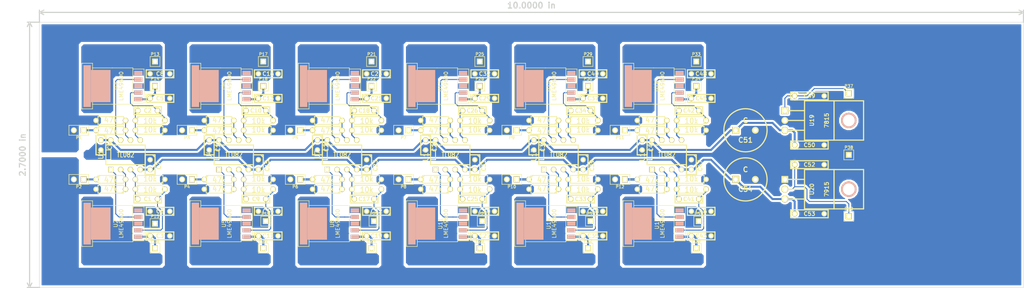
<source format=kicad_pcb>
(kicad_pcb (version 3) (host pcbnew "(2013-07-07 BZR 4022)-stable")
  (title_block (title "DENON AVC-S511HD mod-board.") (rev Rev.20140731) (company "Tahiro Hashizume"))
  (layers (15 F.Cu signal) (0 B.Cu signal) (18 B.Paste user) (19 F.Paste user) (20 B.SilkS user) (21 F.SilkS user) (22 B.Mask user) (23 F.Mask user) (28 Edge.Cuts user))
  (net 0 "")
  (net 1 BA_L_IN)
  (net 2 BA_L_OUT)
  (net 3 BA_R_IN)
  (net 4 BA_R_OUT)
  (net 5 CNT_IN)
  (net 6 CNT_OUT)
  (net 7 FR_L_IN)
  (net 8 FR_L_OUT)
  (net 9 FR_R_IN)
  (net 10 FR_R_OUT)
  (net 11 GND)
  (net 12 HP_L_IN)
  (net 13 HP_L_OUT)
  (net 14 HP_R_IN)
  (net 15 HP_R_OUT)
  (net 16 N-000001)
  (net 17 N-0000010)
  (net 18 N-0000013)
  (net 19 N-0000014)
  (net 20 N-0000015)
  (net 21 N-0000016)
  (net 22 N-0000017)
  (net 23 N-0000018)
  (net 24 N-0000019)
  (net 25 N-000002)
  (net 26 N-0000022)
  (net 27 N-0000023)
  (net 28 N-0000025)
  (net 29 N-0000026)
  (net 30 N-0000027)
  (net 31 N-0000028)
  (net 32 N-000003)
  (net 33 N-0000031)
  (net 34 N-0000032)
  (net 35 N-0000034)
  (net 36 N-0000035)
  (net 37 N-000005)
  (net 38 N-000006)
  (net 39 N-0000064)
  (net 40 N-0000065)
  (net 41 N-0000066)
  (net 42 N-000007)
  (net 43 N-0000079)
  (net 44 N-000008)
  (net 45 N-0000080)
  (net 46 N-0000081)
  (net 47 N-0000082)
  (net 48 N-0000083)
  (net 49 N-0000084)
  (net 50 N-0000085)
  (net 51 N-0000086)
  (net 52 N-000009)
  (net 53 N-0000091)
  (net 54 REC_L_IN)
  (net 55 REC_L_OUT)
  (net 56 REC_R_IN)
  (net 57 REC_R_OUT)
  (net 58 SR_L_IN)
  (net 59 SR_L_OUT)
  (net 60 SR_R_IN)
  (net 61 SR_R_OUT)
  (net 62 SW_IN)
  (net 63 SW_OUT)
  (net 64 Vbuf01+)
  (net 65 Vbuf01-)
  (net 66 Vbuf02+)
  (net 67 Vbuf02-)
  (net 68 Vbuf03+)
  (net 69 Vbuf03-)
  (net 70 Vbuf04+)
  (net 71 Vbuf04-)
  (net 72 Vbuf05+)
  (net 73 Vbuf05-)
  (net 74 Vbuf06+)
  (net 75 Vbuf06-)
  (net 76 Vbuf07+)
  (net 77 Vbuf07-)
  (net 78 Vbuf08+)
  (net 79 Vbuf08-)
  (net 80 Vbuf09+)
  (net 81 Vbuf09-)
  (net 82 Vbuf10+)
  (net 83 Vbuf10-)
  (net 84 Vbuf11+)
  (net 85 Vbuf11-)
  (net 86 Vbuf12+)
  (net 87 Vbuf12-)
  (net 88 Vop01+)
  (net 89 Vop01-)
  (module R3 (layer F.Cu) (at 114.935 83.82 180)
    (fp_text reference R23 hide)
    (fp_text value 47k (at 0 0.127 180) (layer F.SilkS) (effects (font (size 1.397 1.27) (thickness 0.2032))))
    (pad 1 thru_hole circle (at -3.81 0 180) (size 1.397 1.397) (drill 0.8128) (layers *.Cu *.Mask F.SilkS) (net 42 N-000007))
    (pad 2 thru_hole circle (at 3.81 0 180) (size 1.397 1.397) (drill 0.8128) (layers *.Cu *.Mask F.SilkS) (net 11 GND))
  )
  (module R3 (layer F.Cu) (at 86.995 83.82 180)
    (fp_text reference R15 hide)
    (fp_text value 47k (at 0 0.127 180) (layer F.SilkS) (effects (font (size 1.397 1.27) (thickness 0.2032))))
    (pad 1 thru_hole circle (at -3.81 0 180) (size 1.397 1.397) (drill 0.8128) (layers *.Cu *.Mask F.SilkS) (net 31 N-0000028))
    (pad 2 thru_hole circle (at 3.81 0 180) (size 1.397 1.397) (drill 0.8128) (layers *.Cu *.Mask F.SilkS) (net 11 GND))
  )
  (module R3 (layer F.Cu) (at 198.755 66.04 180)
    (fp_text reference R48 hide)
    (fp_text value 47k (at 0 0.127 180) (layer F.SilkS) (effects (font (size 1.397 1.27) (thickness 0.2032))))
    (pad 1 thru_hole circle (at -3.81 0 180) (size 1.397 1.397) (drill 0.8128) (layers *.Cu *.Mask F.SilkS) (net 46 N-0000081))
    (pad 2 thru_hole circle (at 3.81 0 180) (size 1.397 1.397) (drill 0.8128) (layers *.Cu *.Mask F.SilkS) (net 11 GND))
  )
  (module R3 (layer F.Cu) (at 125.095 68.58 180)
    (fp_text reference R19 hide)
    (fp_text value 10k (at 0 0.127 180) (layer F.SilkS) (effects (font (size 1.397 1.27) (thickness 0.2032))))
    (pad 1 thru_hole circle (at -3.81 0 180) (size 1.397 1.397) (drill 0.8128) (layers *.Cu *.Mask F.SilkS) (net 11 GND))
    (pad 2 thru_hole circle (at 3.81 0 180) (size 1.397 1.397) (drill 0.8128) (layers *.Cu *.Mask F.SilkS) (net 30 N-0000027))
  )
  (module R3 (layer F.Cu) (at 125.095 66.04)
    (fp_text reference R20 hide)
    (fp_text value 10k (at 0 0.127) (layer F.SilkS) (effects (font (size 1.397 1.27) (thickness 0.2032))))
    (pad 1 thru_hole circle (at -3.81 0) (size 1.397 1.397) (drill 0.8128) (layers *.Cu *.Mask F.SilkS) (net 30 N-0000027))
    (pad 2 thru_hole circle (at 3.81 0) (size 1.397 1.397) (drill 0.8128) (layers *.Cu *.Mask F.SilkS) (net 2 BA_L_OUT))
  )
  (module R3 (layer F.Cu) (at 208.915 66.04)
    (fp_text reference R44 hide)
    (fp_text value 10k (at 0 0.127) (layer F.SilkS) (effects (font (size 1.397 1.27) (thickness 0.2032))))
    (pad 1 thru_hole circle (at -3.81 0) (size 1.397 1.397) (drill 0.8128) (layers *.Cu *.Mask F.SilkS) (net 48 N-0000083))
    (pad 2 thru_hole circle (at 3.81 0) (size 1.397 1.397) (drill 0.8128) (layers *.Cu *.Mask F.SilkS) (net 13 HP_L_OUT))
  )
  (module R3 (layer F.Cu) (at 114.935 68.58)
    (fp_text reference R22 hide)
    (fp_text value 47k (at 0 0.127) (layer F.SilkS) (effects (font (size 1.397 1.27) (thickness 0.2032))))
    (pad 1 thru_hole circle (at -3.81 0) (size 1.397 1.397) (drill 0.8128) (layers *.Cu *.Mask F.SilkS) (net 1 BA_L_IN))
    (pad 2 thru_hole circle (at 3.81 0) (size 1.397 1.397) (drill 0.8128) (layers *.Cu *.Mask F.SilkS) (net 28 N-0000025))
  )
  (module R3 (layer F.Cu) (at 208.915 68.58 180)
    (fp_text reference R43 hide)
    (fp_text value 10k (at 0 0.127 180) (layer F.SilkS) (effects (font (size 1.397 1.27) (thickness 0.2032))))
    (pad 1 thru_hole circle (at -3.81 0 180) (size 1.397 1.397) (drill 0.8128) (layers *.Cu *.Mask F.SilkS) (net 11 GND))
    (pad 2 thru_hole circle (at 3.81 0 180) (size 1.397 1.397) (drill 0.8128) (layers *.Cu *.Mask F.SilkS) (net 48 N-0000083))
  )
  (module R3 (layer F.Cu) (at 114.935 66.04 180)
    (fp_text reference R24 hide)
    (fp_text value 47k (at 0 0.127 180) (layer F.SilkS) (effects (font (size 1.397 1.27) (thickness 0.2032))))
    (pad 1 thru_hole circle (at -3.81 0 180) (size 1.397 1.397) (drill 0.8128) (layers *.Cu *.Mask F.SilkS) (net 28 N-0000025))
    (pad 2 thru_hole circle (at 3.81 0 180) (size 1.397 1.397) (drill 0.8128) (layers *.Cu *.Mask F.SilkS) (net 11 GND))
  )
  (module R3 (layer F.Cu) (at 170.815 83.82 180)
    (fp_text reference R39 hide)
    (fp_text value 47k (at 0 0.127 180) (layer F.SilkS) (effects (font (size 1.397 1.27) (thickness 0.2032))))
    (pad 1 thru_hole circle (at -3.81 0 180) (size 1.397 1.397) (drill 0.8128) (layers *.Cu *.Mask F.SilkS) (net 41 N-0000066))
    (pad 2 thru_hole circle (at 3.81 0 180) (size 1.397 1.397) (drill 0.8128) (layers *.Cu *.Mask F.SilkS) (net 11 GND))
  )
  (module R3 (layer F.Cu) (at 170.815 81.28)
    (fp_text reference R37 hide)
    (fp_text value 47k (at 0 0.127) (layer F.SilkS) (effects (font (size 1.397 1.27) (thickness 0.2032))))
    (pad 1 thru_hole circle (at -3.81 0) (size 1.397 1.397) (drill 0.8128) (layers *.Cu *.Mask F.SilkS) (net 56 REC_R_IN))
    (pad 2 thru_hole circle (at 3.81 0) (size 1.397 1.397) (drill 0.8128) (layers *.Cu *.Mask F.SilkS) (net 41 N-0000066))
  )
  (module R3 (layer F.Cu) (at 125.095 81.28 180)
    (fp_text reference R17 hide)
    (fp_text value 10k (at 0 0.127 180) (layer F.SilkS) (effects (font (size 1.397 1.27) (thickness 0.2032))))
    (pad 1 thru_hole circle (at -3.81 0 180) (size 1.397 1.397) (drill 0.8128) (layers *.Cu *.Mask F.SilkS) (net 11 GND))
    (pad 2 thru_hole circle (at 3.81 0 180) (size 1.397 1.397) (drill 0.8128) (layers *.Cu *.Mask F.SilkS) (net 37 N-000005))
  )
  (module R3 (layer F.Cu) (at 125.095 83.82)
    (fp_text reference R18 hide)
    (fp_text value 10k (at 0 0.127) (layer F.SilkS) (effects (font (size 1.397 1.27) (thickness 0.2032))))
    (pad 1 thru_hole circle (at -3.81 0) (size 1.397 1.397) (drill 0.8128) (layers *.Cu *.Mask F.SilkS) (net 37 N-000005))
    (pad 2 thru_hole circle (at 3.81 0) (size 1.397 1.397) (drill 0.8128) (layers *.Cu *.Mask F.SilkS) (net 4 BA_R_OUT))
  )
  (module R3 (layer F.Cu) (at 180.975 83.82)
    (fp_text reference R34 hide)
    (fp_text value 10k (at 0 0.127) (layer F.SilkS) (effects (font (size 1.397 1.27) (thickness 0.2032))))
    (pad 1 thru_hole circle (at -3.81 0) (size 1.397 1.397) (drill 0.8128) (layers *.Cu *.Mask F.SilkS) (net 39 N-0000064))
    (pad 2 thru_hole circle (at 3.81 0) (size 1.397 1.397) (drill 0.8128) (layers *.Cu *.Mask F.SilkS) (net 57 REC_R_OUT))
  )
  (module R3 (layer F.Cu) (at 114.935 81.28)
    (fp_text reference R21 hide)
    (fp_text value 47k (at 0 0.127) (layer F.SilkS) (effects (font (size 1.397 1.27) (thickness 0.2032))))
    (pad 1 thru_hole circle (at -3.81 0) (size 1.397 1.397) (drill 0.8128) (layers *.Cu *.Mask F.SilkS) (net 3 BA_R_IN))
    (pad 2 thru_hole circle (at 3.81 0) (size 1.397 1.397) (drill 0.8128) (layers *.Cu *.Mask F.SilkS) (net 42 N-000007))
  )
  (module R3 (layer F.Cu) (at 198.755 68.58)
    (fp_text reference R46 hide)
    (fp_text value 47k (at 0 0.127) (layer F.SilkS) (effects (font (size 1.397 1.27) (thickness 0.2032))))
    (pad 1 thru_hole circle (at -3.81 0) (size 1.397 1.397) (drill 0.8128) (layers *.Cu *.Mask F.SilkS) (net 12 HP_L_IN))
    (pad 2 thru_hole circle (at 3.81 0) (size 1.397 1.397) (drill 0.8128) (layers *.Cu *.Mask F.SilkS) (net 46 N-0000081))
  )
  (module R3 (layer F.Cu) (at 180.975 81.28 180)
    (fp_text reference R33 hide)
    (fp_text value 10k (at 0 0.127 180) (layer F.SilkS) (effects (font (size 1.397 1.27) (thickness 0.2032))))
    (pad 1 thru_hole circle (at -3.81 0 180) (size 1.397 1.397) (drill 0.8128) (layers *.Cu *.Mask F.SilkS) (net 11 GND))
    (pad 2 thru_hole circle (at 3.81 0 180) (size 1.397 1.397) (drill 0.8128) (layers *.Cu *.Mask F.SilkS) (net 39 N-0000064))
  )
  (module R3 (layer F.Cu) (at 153.035 68.58 180)
    (fp_text reference R27 hide)
    (fp_text value 10k (at 0 0.127 180) (layer F.SilkS) (effects (font (size 1.397 1.27) (thickness 0.2032))))
    (pad 1 thru_hole circle (at -3.81 0 180) (size 1.397 1.397) (drill 0.8128) (layers *.Cu *.Mask F.SilkS) (net 11 GND))
    (pad 2 thru_hole circle (at 3.81 0 180) (size 1.397 1.397) (drill 0.8128) (layers *.Cu *.Mask F.SilkS) (net 25 N-000002))
  )
  (module R3 (layer F.Cu) (at 153.035 66.04)
    (fp_text reference R28 hide)
    (fp_text value 10k (at 0 0.127) (layer F.SilkS) (effects (font (size 1.397 1.27) (thickness 0.2032))))
    (pad 1 thru_hole circle (at -3.81 0) (size 1.397 1.397) (drill 0.8128) (layers *.Cu *.Mask F.SilkS) (net 25 N-000002))
    (pad 2 thru_hole circle (at 3.81 0) (size 1.397 1.397) (drill 0.8128) (layers *.Cu *.Mask F.SilkS) (net 6 CNT_OUT))
  )
  (module R3 (layer F.Cu) (at 170.815 66.04 180)
    (fp_text reference R40 hide)
    (fp_text value 47k (at 0 0.127 180) (layer F.SilkS) (effects (font (size 1.397 1.27) (thickness 0.2032))))
    (pad 1 thru_hole circle (at -3.81 0 180) (size 1.397 1.397) (drill 0.8128) (layers *.Cu *.Mask F.SilkS) (net 44 N-000008))
    (pad 2 thru_hole circle (at 3.81 0 180) (size 1.397 1.397) (drill 0.8128) (layers *.Cu *.Mask F.SilkS) (net 11 GND))
  )
  (module R3 (layer F.Cu) (at 142.875 68.58)
    (fp_text reference R30 hide)
    (fp_text value 47k (at 0 0.127) (layer F.SilkS) (effects (font (size 1.397 1.27) (thickness 0.2032))))
    (pad 1 thru_hole circle (at -3.81 0) (size 1.397 1.397) (drill 0.8128) (layers *.Cu *.Mask F.SilkS) (net 5 CNT_IN))
    (pad 2 thru_hole circle (at 3.81 0) (size 1.397 1.397) (drill 0.8128) (layers *.Cu *.Mask F.SilkS) (net 16 N-000001))
  )
  (module R3 (layer F.Cu) (at 170.815 68.58)
    (fp_text reference R38 hide)
    (fp_text value 47k (at 0 0.127) (layer F.SilkS) (effects (font (size 1.397 1.27) (thickness 0.2032))))
    (pad 1 thru_hole circle (at -3.81 0) (size 1.397 1.397) (drill 0.8128) (layers *.Cu *.Mask F.SilkS) (net 54 REC_L_IN))
    (pad 2 thru_hole circle (at 3.81 0) (size 1.397 1.397) (drill 0.8128) (layers *.Cu *.Mask F.SilkS) (net 44 N-000008))
  )
  (module R3 (layer F.Cu) (at 180.975 66.04)
    (fp_text reference R36 hide)
    (fp_text value 10k (at 0 0.127) (layer F.SilkS) (effects (font (size 1.397 1.27) (thickness 0.2032))))
    (pad 1 thru_hole circle (at -3.81 0) (size 1.397 1.397) (drill 0.8128) (layers *.Cu *.Mask F.SilkS) (net 52 N-000009))
    (pad 2 thru_hole circle (at 3.81 0) (size 1.397 1.397) (drill 0.8128) (layers *.Cu *.Mask F.SilkS) (net 55 REC_L_OUT))
  )
  (module R3 (layer F.Cu) (at 142.875 66.04 180)
    (fp_text reference R32 hide)
    (fp_text value 47k (at 0 0.127 180) (layer F.SilkS) (effects (font (size 1.397 1.27) (thickness 0.2032))))
    (pad 1 thru_hole circle (at -3.81 0 180) (size 1.397 1.397) (drill 0.8128) (layers *.Cu *.Mask F.SilkS) (net 16 N-000001))
    (pad 2 thru_hole circle (at 3.81 0 180) (size 1.397 1.397) (drill 0.8128) (layers *.Cu *.Mask F.SilkS) (net 11 GND))
  )
  (module R3 (layer F.Cu) (at 180.975 68.58 180)
    (fp_text reference R35 hide)
    (fp_text value 10k (at 0 0.127 180) (layer F.SilkS) (effects (font (size 1.397 1.27) (thickness 0.2032))))
    (pad 1 thru_hole circle (at -3.81 0 180) (size 1.397 1.397) (drill 0.8128) (layers *.Cu *.Mask F.SilkS) (net 11 GND))
    (pad 2 thru_hole circle (at 3.81 0 180) (size 1.397 1.397) (drill 0.8128) (layers *.Cu *.Mask F.SilkS) (net 52 N-000009))
  )
  (module R3 (layer F.Cu) (at 153.035 81.28 180)
    (fp_text reference R25 hide)
    (fp_text value 10k (at 0 0.127 180) (layer F.SilkS) (effects (font (size 1.397 1.27) (thickness 0.2032))))
    (pad 1 thru_hole circle (at -3.81 0 180) (size 1.397 1.397) (drill 0.8128) (layers *.Cu *.Mask F.SilkS) (net 11 GND))
    (pad 2 thru_hole circle (at 3.81 0 180) (size 1.397 1.397) (drill 0.8128) (layers *.Cu *.Mask F.SilkS) (net 19 N-0000014))
  )
  (module R3 (layer F.Cu) (at 153.035 83.82)
    (fp_text reference R26 hide)
    (fp_text value 10k (at 0 0.127) (layer F.SilkS) (effects (font (size 1.397 1.27) (thickness 0.2032))))
    (pad 1 thru_hole circle (at -3.81 0) (size 1.397 1.397) (drill 0.8128) (layers *.Cu *.Mask F.SilkS) (net 19 N-0000014))
    (pad 2 thru_hole circle (at 3.81 0) (size 1.397 1.397) (drill 0.8128) (layers *.Cu *.Mask F.SilkS) (net 63 SW_OUT))
  )
  (module R3 (layer F.Cu) (at 142.875 83.82 180)
    (fp_text reference R31 hide)
    (fp_text value 47k (at 0 0.127 180) (layer F.SilkS) (effects (font (size 1.397 1.27) (thickness 0.2032))))
    (pad 1 thru_hole circle (at -3.81 0 180) (size 1.397 1.397) (drill 0.8128) (layers *.Cu *.Mask F.SilkS) (net 18 N-0000013))
    (pad 2 thru_hole circle (at 3.81 0 180) (size 1.397 1.397) (drill 0.8128) (layers *.Cu *.Mask F.SilkS) (net 11 GND))
  )
  (module R3 (layer F.Cu) (at 142.875 81.28)
    (fp_text reference R29 hide)
    (fp_text value 47k (at 0 0.127) (layer F.SilkS) (effects (font (size 1.397 1.27) (thickness 0.2032))))
    (pad 1 thru_hole circle (at -3.81 0) (size 1.397 1.397) (drill 0.8128) (layers *.Cu *.Mask F.SilkS) (net 62 SW_IN))
    (pad 2 thru_hole circle (at 3.81 0) (size 1.397 1.397) (drill 0.8128) (layers *.Cu *.Mask F.SilkS) (net 18 N-0000013))
  )
  (module R3 (layer F.Cu) (at 86.995 81.28)
    (fp_text reference R13 hide)
    (fp_text value 47k (at 0 0.127) (layer F.SilkS) (effects (font (size 1.397 1.27) (thickness 0.2032))))
    (pad 1 thru_hole circle (at -3.81 0) (size 1.397 1.397) (drill 0.8128) (layers *.Cu *.Mask F.SilkS) (net 60 SR_R_IN))
    (pad 2 thru_hole circle (at 3.81 0) (size 1.397 1.397) (drill 0.8128) (layers *.Cu *.Mask F.SilkS) (net 31 N-0000028))
  )
  (module R3 (layer F.Cu) (at 69.215 66.04)
    (fp_text reference R4 hide)
    (fp_text value 10k (at 0 0.127) (layer F.SilkS) (effects (font (size 1.397 1.27) (thickness 0.2032))))
    (pad 1 thru_hole circle (at -3.81 0) (size 1.397 1.397) (drill 0.8128) (layers *.Cu *.Mask F.SilkS) (net 51 N-0000086))
    (pad 2 thru_hole circle (at 3.81 0) (size 1.397 1.397) (drill 0.8128) (layers *.Cu *.Mask F.SilkS) (net 8 FR_L_OUT))
  )
  (module R3 (layer F.Cu) (at 69.215 68.58 180)
    (fp_text reference R3 hide)
    (fp_text value 10k (at 0 0.127 180) (layer F.SilkS) (effects (font (size 1.397 1.27) (thickness 0.2032))))
    (pad 1 thru_hole circle (at -3.81 0 180) (size 1.397 1.397) (drill 0.8128) (layers *.Cu *.Mask F.SilkS) (net 11 GND))
    (pad 2 thru_hole circle (at 3.81 0 180) (size 1.397 1.397) (drill 0.8128) (layers *.Cu *.Mask F.SilkS) (net 51 N-0000086))
  )
  (module R3 (layer F.Cu) (at 59.055 68.58)
    (fp_text reference R6 hide)
    (fp_text value 47k (at 0 0.127) (layer F.SilkS) (effects (font (size 1.397 1.27) (thickness 0.2032))))
    (pad 1 thru_hole circle (at -3.81 0) (size 1.397 1.397) (drill 0.8128) (layers *.Cu *.Mask F.SilkS) (net 7 FR_L_IN))
    (pad 2 thru_hole circle (at 3.81 0) (size 1.397 1.397) (drill 0.8128) (layers *.Cu *.Mask F.SilkS) (net 50 N-0000085))
  )
  (module R3 (layer F.Cu) (at 59.055 66.04 180)
    (fp_text reference R8 hide)
    (fp_text value 47k (at 0 0.127 180) (layer F.SilkS) (effects (font (size 1.397 1.27) (thickness 0.2032))))
    (pad 1 thru_hole circle (at -3.81 0 180) (size 1.397 1.397) (drill 0.8128) (layers *.Cu *.Mask F.SilkS) (net 50 N-0000085))
    (pad 2 thru_hole circle (at 3.81 0 180) (size 1.397 1.397) (drill 0.8128) (layers *.Cu *.Mask F.SilkS) (net 11 GND))
  )
  (module R3 (layer F.Cu) (at 69.215 81.28 180)
    (fp_text reference R1 hide)
    (fp_text value 10k (at 0 0.127 180) (layer F.SilkS) (effects (font (size 1.397 1.27) (thickness 0.2032))))
    (pad 1 thru_hole circle (at -3.81 0 180) (size 1.397 1.397) (drill 0.8128) (layers *.Cu *.Mask F.SilkS) (net 11 GND))
    (pad 2 thru_hole circle (at 3.81 0 180) (size 1.397 1.397) (drill 0.8128) (layers *.Cu *.Mask F.SilkS) (net 26 N-0000022))
  )
  (module R3 (layer F.Cu) (at 69.215 83.82)
    (fp_text reference R2 hide)
    (fp_text value 10k (at 0 0.127) (layer F.SilkS) (effects (font (size 1.397 1.27) (thickness 0.2032))))
    (pad 1 thru_hole circle (at -3.81 0) (size 1.397 1.397) (drill 0.8128) (layers *.Cu *.Mask F.SilkS) (net 26 N-0000022))
    (pad 2 thru_hole circle (at 3.81 0) (size 1.397 1.397) (drill 0.8128) (layers *.Cu *.Mask F.SilkS) (net 10 FR_R_OUT))
  )
  (module R3 (layer F.Cu) (at 59.055 81.28)
    (fp_text reference R5 hide)
    (fp_text value 47k (at 0 0.127) (layer F.SilkS) (effects (font (size 1.397 1.27) (thickness 0.2032))))
    (pad 1 thru_hole circle (at -3.81 0) (size 1.397 1.397) (drill 0.8128) (layers *.Cu *.Mask F.SilkS) (net 9 FR_R_IN))
    (pad 2 thru_hole circle (at 3.81 0) (size 1.397 1.397) (drill 0.8128) (layers *.Cu *.Mask F.SilkS) (net 24 N-0000019))
  )
  (module R3 (layer F.Cu) (at 59.055 83.82 180)
    (fp_text reference R7 hide)
    (fp_text value 47k (at 0 0.127 180) (layer F.SilkS) (effects (font (size 1.397 1.27) (thickness 0.2032))))
    (pad 1 thru_hole circle (at -3.81 0 180) (size 1.397 1.397) (drill 0.8128) (layers *.Cu *.Mask F.SilkS) (net 24 N-0000019))
    (pad 2 thru_hole circle (at 3.81 0 180) (size 1.397 1.397) (drill 0.8128) (layers *.Cu *.Mask F.SilkS) (net 11 GND))
  )
  (module R3 (layer F.Cu) (at 97.155 68.58 180)
    (fp_text reference R11 hide)
    (fp_text value 10k (at 0 0.127 180) (layer F.SilkS) (effects (font (size 1.397 1.27) (thickness 0.2032))))
    (pad 1 thru_hole circle (at -3.81 0 180) (size 1.397 1.397) (drill 0.8128) (layers *.Cu *.Mask F.SilkS) (net 11 GND))
    (pad 2 thru_hole circle (at 3.81 0 180) (size 1.397 1.397) (drill 0.8128) (layers *.Cu *.Mask F.SilkS) (net 23 N-0000018))
  )
  (module R3 (layer F.Cu) (at 97.155 66.04)
    (fp_text reference R12 hide)
    (fp_text value 10k (at 0 0.127) (layer F.SilkS) (effects (font (size 1.397 1.27) (thickness 0.2032))))
    (pad 1 thru_hole circle (at -3.81 0) (size 1.397 1.397) (drill 0.8128) (layers *.Cu *.Mask F.SilkS) (net 23 N-0000018))
    (pad 2 thru_hole circle (at 3.81 0) (size 1.397 1.397) (drill 0.8128) (layers *.Cu *.Mask F.SilkS) (net 59 SR_L_OUT))
  )
  (module R3 (layer F.Cu) (at 86.995 68.58)
    (fp_text reference R14 hide)
    (fp_text value 47k (at 0 0.127) (layer F.SilkS) (effects (font (size 1.397 1.27) (thickness 0.2032))))
    (pad 1 thru_hole circle (at -3.81 0) (size 1.397 1.397) (drill 0.8128) (layers *.Cu *.Mask F.SilkS) (net 58 SR_L_IN))
    (pad 2 thru_hole circle (at 3.81 0) (size 1.397 1.397) (drill 0.8128) (layers *.Cu *.Mask F.SilkS) (net 22 N-0000017))
  )
  (module R3 (layer F.Cu) (at 198.755 83.82 180)
    (fp_text reference R47 hide)
    (fp_text value 47k (at 0 0.127 180) (layer F.SilkS) (effects (font (size 1.397 1.27) (thickness 0.2032))))
    (pad 1 thru_hole circle (at -3.81 0 180) (size 1.397 1.397) (drill 0.8128) (layers *.Cu *.Mask F.SilkS) (net 43 N-0000079))
    (pad 2 thru_hole circle (at 3.81 0 180) (size 1.397 1.397) (drill 0.8128) (layers *.Cu *.Mask F.SilkS) (net 11 GND))
  )
  (module R3 (layer F.Cu) (at 198.755 81.28)
    (fp_text reference R45 hide)
    (fp_text value 47k (at 0 0.127) (layer F.SilkS) (effects (font (size 1.397 1.27) (thickness 0.2032))))
    (pad 1 thru_hole circle (at -3.81 0) (size 1.397 1.397) (drill 0.8128) (layers *.Cu *.Mask F.SilkS) (net 14 HP_R_IN))
    (pad 2 thru_hole circle (at 3.81 0) (size 1.397 1.397) (drill 0.8128) (layers *.Cu *.Mask F.SilkS) (net 43 N-0000079))
  )
  (module R3 (layer F.Cu) (at 86.995 66.04 180)
    (fp_text reference R16 hide)
    (fp_text value 47k (at 0 0.127 180) (layer F.SilkS) (effects (font (size 1.397 1.27) (thickness 0.2032))))
    (pad 1 thru_hole circle (at -3.81 0 180) (size 1.397 1.397) (drill 0.8128) (layers *.Cu *.Mask F.SilkS) (net 22 N-0000017))
    (pad 2 thru_hole circle (at 3.81 0 180) (size 1.397 1.397) (drill 0.8128) (layers *.Cu *.Mask F.SilkS) (net 11 GND))
  )
  (module R3 (layer F.Cu) (at 97.155 83.82)
    (fp_text reference R10 hide)
    (fp_text value 10k (at 0 0.127) (layer F.SilkS) (effects (font (size 1.397 1.27) (thickness 0.2032))))
    (pad 1 thru_hole circle (at -3.81 0) (size 1.397 1.397) (drill 0.8128) (layers *.Cu *.Mask F.SilkS) (net 33 N-0000031))
    (pad 2 thru_hole circle (at 3.81 0) (size 1.397 1.397) (drill 0.8128) (layers *.Cu *.Mask F.SilkS) (net 61 SR_R_OUT))
  )
  (module R3 (layer F.Cu) (at 208.915 83.82)
    (fp_text reference R42 hide)
    (fp_text value 10k (at 0 0.127) (layer F.SilkS) (effects (font (size 1.397 1.27) (thickness 0.2032))))
    (pad 1 thru_hole circle (at -3.81 0) (size 1.397 1.397) (drill 0.8128) (layers *.Cu *.Mask F.SilkS) (net 53 N-0000091))
    (pad 2 thru_hole circle (at 3.81 0) (size 1.397 1.397) (drill 0.8128) (layers *.Cu *.Mask F.SilkS) (net 15 HP_R_OUT))
  )
  (module R3 (layer F.Cu) (at 97.155 81.28 180)
    (fp_text reference R9 hide)
    (fp_text value 10k (at 0 0.127 180) (layer F.SilkS) (effects (font (size 1.397 1.27) (thickness 0.2032))))
    (pad 1 thru_hole circle (at -3.81 0 180) (size 1.397 1.397) (drill 0.8128) (layers *.Cu *.Mask F.SilkS) (net 11 GND))
    (pad 2 thru_hole circle (at 3.81 0 180) (size 1.397 1.397) (drill 0.8128) (layers *.Cu *.Mask F.SilkS) (net 33 N-0000031))
  )
  (module R3 (layer F.Cu) (at 208.915 81.28 180)
    (fp_text reference R41 hide)
    (fp_text value 10k (at 0 0.127 180) (layer F.SilkS) (effects (font (size 1.397 1.27) (thickness 0.2032))))
    (pad 1 thru_hole circle (at -3.81 0 180) (size 1.397 1.397) (drill 0.8128) (layers *.Cu *.Mask F.SilkS) (net 11 GND))
    (pad 2 thru_hole circle (at 3.81 0 180) (size 1.397 1.397) (drill 0.8128) (layers *.Cu *.Mask F.SilkS) (net 53 N-0000091))
  )
  (module C1 (layer F.Cu) (at 84.455 72.39 270)
    (fp_text reference C12 (at 0.254 -2.286 270) (layer F.SilkS) (effects (font (size 1.016 1.016) (thickness 0.2032))))
    (fp_text value 0.1u hide)
    (pad 1 thru_hole circle (at -1.27 0 270) (size 1.397 1.397) (drill 0.8128) (layers *.Cu *.Mask F.SilkS) (net 88 Vop01+))
    (pad 2 thru_hole circle (at 1.27 0 270) (size 1.397 1.397) (drill 0.8128) (layers *.Cu *.Mask F.SilkS) (net 11 GND))
  )
  (module C1 (layer F.Cu) (at 196.215 72.39 270)
    (fp_text reference C44 (at 0.254 -2.286 270) (layer F.SilkS) (effects (font (size 1.016 1.016) (thickness 0.2032))))
    (fp_text value 0.1u hide)
    (pad 1 thru_hole circle (at -1.27 0 270) (size 1.397 1.397) (drill 0.8128) (layers *.Cu *.Mask F.SilkS) (net 88 Vop01+))
    (pad 2 thru_hole circle (at 1.27 0 270) (size 1.397 1.397) (drill 0.8128) (layers *.Cu *.Mask F.SilkS) (net 11 GND))
  )
  (module C1 (layer F.Cu) (at 208.915 77.47 270)
    (fp_text reference C47 (at 0.254 -2.286 270) (layer F.SilkS) (effects (font (size 1.016 1.016) (thickness 0.2032))))
    (fp_text value 0.1u hide)
    (pad 1 thru_hole circle (at -1.27 0 270) (size 1.397 1.397) (drill 0.8128) (layers *.Cu *.Mask F.SilkS) (net 11 GND))
    (pad 2 thru_hole circle (at 1.27 0 270) (size 1.397 1.397) (drill 0.8128) (layers *.Cu *.Mask F.SilkS) (net 89 Vop01-))
  )
  (module C1 (layer F.Cu) (at 97.155 77.47 270)
    (fp_text reference C15 (at 0.254 -2.286 270) (layer F.SilkS) (effects (font (size 1.016 1.016) (thickness 0.2032))))
    (fp_text value 0.1u hide)
    (pad 1 thru_hole circle (at -1.27 0 270) (size 1.397 1.397) (drill 0.8128) (layers *.Cu *.Mask F.SilkS) (net 11 GND))
    (pad 2 thru_hole circle (at 1.27 0 270) (size 1.397 1.397) (drill 0.8128) (layers *.Cu *.Mask F.SilkS) (net 89 Vop01-))
  )
  (module C1 (layer F.Cu) (at 69.215 77.47 270)
    (fp_text reference C7 (at 0.254 -2.286 270) (layer F.SilkS) (effects (font (size 1.016 1.016) (thickness 0.2032))))
    (fp_text value 0.1u hide)
    (pad 1 thru_hole circle (at -1.27 0 270) (size 1.397 1.397) (drill 0.8128) (layers *.Cu *.Mask F.SilkS) (net 11 GND))
    (pad 2 thru_hole circle (at 1.27 0 270) (size 1.397 1.397) (drill 0.8128) (layers *.Cu *.Mask F.SilkS) (net 89 Vop01-))
  )
  (module C1 (layer F.Cu) (at 56.515 72.39 270)
    (fp_text reference C4 (at 0.254 -2.286 270) (layer F.SilkS) (effects (font (size 1.016 1.016) (thickness 0.2032))))
    (fp_text value 0.1u hide)
    (pad 1 thru_hole circle (at -1.27 0 270) (size 1.397 1.397) (drill 0.8128) (layers *.Cu *.Mask F.SilkS) (net 88 Vop01+))
    (pad 2 thru_hole circle (at 1.27 0 270) (size 1.397 1.397) (drill 0.8128) (layers *.Cu *.Mask F.SilkS) (net 11 GND))
  )
  (module C1 (layer F.Cu) (at 153.035 77.47 270)
    (fp_text reference C31 (at 0.254 -2.286 270) (layer F.SilkS) (effects (font (size 1.016 1.016) (thickness 0.2032))))
    (fp_text value 0.1u hide)
    (pad 1 thru_hole circle (at -1.27 0 270) (size 1.397 1.397) (drill 0.8128) (layers *.Cu *.Mask F.SilkS) (net 11 GND))
    (pad 2 thru_hole circle (at 1.27 0 270) (size 1.397 1.397) (drill 0.8128) (layers *.Cu *.Mask F.SilkS) (net 89 Vop01-))
  )
  (module C1 (layer F.Cu) (at 140.335 72.39 270)
    (fp_text reference C28 (at 0.254 -2.286 270) (layer F.SilkS) (effects (font (size 1.016 1.016) (thickness 0.2032))))
    (fp_text value 0.1u hide)
    (pad 1 thru_hole circle (at -1.27 0 270) (size 1.397 1.397) (drill 0.8128) (layers *.Cu *.Mask F.SilkS) (net 88 Vop01+))
    (pad 2 thru_hole circle (at 1.27 0 270) (size 1.397 1.397) (drill 0.8128) (layers *.Cu *.Mask F.SilkS) (net 11 GND))
  )
  (module C1 (layer F.Cu) (at 168.275 72.39 270)
    (fp_text reference C36 (at 0.254 -2.286 270) (layer F.SilkS) (effects (font (size 1.016 1.016) (thickness 0.2032))))
    (fp_text value 0.1u hide)
    (pad 1 thru_hole circle (at -1.27 0 270) (size 1.397 1.397) (drill 0.8128) (layers *.Cu *.Mask F.SilkS) (net 88 Vop01+))
    (pad 2 thru_hole circle (at 1.27 0 270) (size 1.397 1.397) (drill 0.8128) (layers *.Cu *.Mask F.SilkS) (net 11 GND))
  )
  (module C1 (layer F.Cu) (at 180.975 77.47 270)
    (fp_text reference C39 (at 0.254 -2.286 270) (layer F.SilkS) (effects (font (size 1.016 1.016) (thickness 0.2032))))
    (fp_text value 0.1u hide)
    (pad 1 thru_hole circle (at -1.27 0 270) (size 1.397 1.397) (drill 0.8128) (layers *.Cu *.Mask F.SilkS) (net 11 GND))
    (pad 2 thru_hole circle (at 1.27 0 270) (size 1.397 1.397) (drill 0.8128) (layers *.Cu *.Mask F.SilkS) (net 89 Vop01-))
  )
  (module C1 (layer F.Cu) (at 125.095 77.47 270)
    (fp_text reference C23 (at 0.254 -2.286 270) (layer F.SilkS) (effects (font (size 1.016 1.016) (thickness 0.2032))))
    (fp_text value 0.1u hide)
    (pad 1 thru_hole circle (at -1.27 0 270) (size 1.397 1.397) (drill 0.8128) (layers *.Cu *.Mask F.SilkS) (net 11 GND))
    (pad 2 thru_hole circle (at 1.27 0 270) (size 1.397 1.397) (drill 0.8128) (layers *.Cu *.Mask F.SilkS) (net 89 Vop01-))
  )
  (module C1 (layer F.Cu) (at 112.395 72.39 270)
    (fp_text reference C20 (at 0.254 -2.286 270) (layer F.SilkS) (effects (font (size 1.016 1.016) (thickness 0.2032))))
    (fp_text value 0.1u hide)
    (pad 1 thru_hole circle (at -1.27 0 270) (size 1.397 1.397) (drill 0.8128) (layers *.Cu *.Mask F.SilkS) (net 88 Vop01+))
    (pad 2 thru_hole circle (at 1.27 0 270) (size 1.397 1.397) (drill 0.8128) (layers *.Cu *.Mask F.SilkS) (net 11 GND))
  )
  (module DIP-8__300 (layer F.Cu) (at 62.865 74.93)
    (fp_text reference U1 (at -6.35 0 90) (layer F.SilkS) (effects (font (size 1.27 1.143) (thickness 0.2032))))
    (fp_text value TL082 (at 0 0) (layer F.SilkS) (effects (font (size 1.27 1.016) (thickness 0.2032))))
    (pad 1 thru_hole rect (at -3.81 3.81) (size 1.397 1.397) (drill 0.8128) (layers *.Cu *.Mask F.SilkS) (net 27 N-0000023))
    (pad 2 thru_hole circle (at -1.27 3.81) (size 1.397 1.397) (drill 0.8128) (layers *.Cu *.Mask F.SilkS) (net 24 N-0000019))
    (pad 3 thru_hole circle (at 1.27 3.81) (size 1.397 1.397) (drill 0.8128) (layers *.Cu *.Mask F.SilkS) (net 26 N-0000022))
    (pad 4 thru_hole circle (at 3.81 3.81) (size 1.397 1.397) (drill 0.8128) (layers *.Cu *.Mask F.SilkS) (net 89 Vop01-))
    (pad 5 thru_hole circle (at 3.81 -3.81) (size 1.397 1.397) (drill 0.8128) (layers *.Cu *.Mask F.SilkS) (net 51 N-0000086))
    (pad 6 thru_hole circle (at 1.27 -3.81) (size 1.397 1.397) (drill 0.8128) (layers *.Cu *.Mask F.SilkS) (net 50 N-0000085))
    (pad 7 thru_hole circle (at -1.27 -3.81) (size 1.397 1.397) (drill 0.8128) (layers *.Cu *.Mask F.SilkS) (net 49 N-0000084))
    (pad 8 thru_hole circle (at -3.81 -3.81) (size 1.397 1.397) (drill 0.8128) (layers *.Cu *.Mask F.SilkS) (net 88 Vop01+))
  )
  (module DIP-8__300 (layer F.Cu) (at 118.745 74.93)
    (fp_text reference U7 (at -6.35 0 90) (layer F.SilkS) (effects (font (size 1.27 1.143) (thickness 0.2032))))
    (fp_text value TL082 (at 0 0) (layer F.SilkS) (effects (font (size 1.27 1.016) (thickness 0.2032))))
    (pad 1 thru_hole rect (at -3.81 3.81) (size 1.397 1.397) (drill 0.8128) (layers *.Cu *.Mask F.SilkS) (net 38 N-000006))
    (pad 2 thru_hole circle (at -1.27 3.81) (size 1.397 1.397) (drill 0.8128) (layers *.Cu *.Mask F.SilkS) (net 42 N-000007))
    (pad 3 thru_hole circle (at 1.27 3.81) (size 1.397 1.397) (drill 0.8128) (layers *.Cu *.Mask F.SilkS) (net 37 N-000005))
    (pad 4 thru_hole circle (at 3.81 3.81) (size 1.397 1.397) (drill 0.8128) (layers *.Cu *.Mask F.SilkS) (net 89 Vop01-))
    (pad 5 thru_hole circle (at 3.81 -3.81) (size 1.397 1.397) (drill 0.8128) (layers *.Cu *.Mask F.SilkS) (net 30 N-0000027))
    (pad 6 thru_hole circle (at 1.27 -3.81) (size 1.397 1.397) (drill 0.8128) (layers *.Cu *.Mask F.SilkS) (net 28 N-0000025))
    (pad 7 thru_hole circle (at -1.27 -3.81) (size 1.397 1.397) (drill 0.8128) (layers *.Cu *.Mask F.SilkS) (net 29 N-0000026))
    (pad 8 thru_hole circle (at -3.81 -3.81) (size 1.397 1.397) (drill 0.8128) (layers *.Cu *.Mask F.SilkS) (net 88 Vop01+))
  )
  (module DIP-8__300 (layer F.Cu) (at 146.685 74.93)
    (fp_text reference U10 (at -6.35 0 90) (layer F.SilkS) (effects (font (size 1.27 1.143) (thickness 0.2032))))
    (fp_text value TL082 (at 0 0) (layer F.SilkS) (effects (font (size 1.27 1.016) (thickness 0.2032))))
    (pad 1 thru_hole rect (at -3.81 3.81) (size 1.397 1.397) (drill 0.8128) (layers *.Cu *.Mask F.SilkS) (net 20 N-0000015))
    (pad 2 thru_hole circle (at -1.27 3.81) (size 1.397 1.397) (drill 0.8128) (layers *.Cu *.Mask F.SilkS) (net 18 N-0000013))
    (pad 3 thru_hole circle (at 1.27 3.81) (size 1.397 1.397) (drill 0.8128) (layers *.Cu *.Mask F.SilkS) (net 19 N-0000014))
    (pad 4 thru_hole circle (at 3.81 3.81) (size 1.397 1.397) (drill 0.8128) (layers *.Cu *.Mask F.SilkS) (net 89 Vop01-))
    (pad 5 thru_hole circle (at 3.81 -3.81) (size 1.397 1.397) (drill 0.8128) (layers *.Cu *.Mask F.SilkS) (net 25 N-000002))
    (pad 6 thru_hole circle (at 1.27 -3.81) (size 1.397 1.397) (drill 0.8128) (layers *.Cu *.Mask F.SilkS) (net 16 N-000001))
    (pad 7 thru_hole circle (at -1.27 -3.81) (size 1.397 1.397) (drill 0.8128) (layers *.Cu *.Mask F.SilkS) (net 32 N-000003))
    (pad 8 thru_hole circle (at -3.81 -3.81) (size 1.397 1.397) (drill 0.8128) (layers *.Cu *.Mask F.SilkS) (net 88 Vop01+))
  )
  (module DIP-8__300 (layer F.Cu) (at 90.805 74.93)
    (fp_text reference U4 (at -6.35 0 90) (layer F.SilkS) (effects (font (size 1.27 1.143) (thickness 0.2032))))
    (fp_text value TL082 (at 0 0) (layer F.SilkS) (effects (font (size 1.27 1.016) (thickness 0.2032))))
    (pad 1 thru_hole rect (at -3.81 3.81) (size 1.397 1.397) (drill 0.8128) (layers *.Cu *.Mask F.SilkS) (net 34 N-0000032))
    (pad 2 thru_hole circle (at -1.27 3.81) (size 1.397 1.397) (drill 0.8128) (layers *.Cu *.Mask F.SilkS) (net 31 N-0000028))
    (pad 3 thru_hole circle (at 1.27 3.81) (size 1.397 1.397) (drill 0.8128) (layers *.Cu *.Mask F.SilkS) (net 33 N-0000031))
    (pad 4 thru_hole circle (at 3.81 3.81) (size 1.397 1.397) (drill 0.8128) (layers *.Cu *.Mask F.SilkS) (net 89 Vop01-))
    (pad 5 thru_hole circle (at 3.81 -3.81) (size 1.397 1.397) (drill 0.8128) (layers *.Cu *.Mask F.SilkS) (net 23 N-0000018))
    (pad 6 thru_hole circle (at 1.27 -3.81) (size 1.397 1.397) (drill 0.8128) (layers *.Cu *.Mask F.SilkS) (net 22 N-0000017))
    (pad 7 thru_hole circle (at -1.27 -3.81) (size 1.397 1.397) (drill 0.8128) (layers *.Cu *.Mask F.SilkS) (net 21 N-0000016))
    (pad 8 thru_hole circle (at -3.81 -3.81) (size 1.397 1.397) (drill 0.8128) (layers *.Cu *.Mask F.SilkS) (net 88 Vop01+))
  )
  (module DIP-8__300 (layer F.Cu) (at 174.625 74.93)
    (fp_text reference U13 (at -6.35 0 90) (layer F.SilkS) (effects (font (size 1.27 1.143) (thickness 0.2032))))
    (fp_text value TL082 (at 0 0) (layer F.SilkS) (effects (font (size 1.27 1.016) (thickness 0.2032))))
    (pad 1 thru_hole rect (at -3.81 3.81) (size 1.397 1.397) (drill 0.8128) (layers *.Cu *.Mask F.SilkS) (net 40 N-0000065))
    (pad 2 thru_hole circle (at -1.27 3.81) (size 1.397 1.397) (drill 0.8128) (layers *.Cu *.Mask F.SilkS) (net 41 N-0000066))
    (pad 3 thru_hole circle (at 1.27 3.81) (size 1.397 1.397) (drill 0.8128) (layers *.Cu *.Mask F.SilkS) (net 39 N-0000064))
    (pad 4 thru_hole circle (at 3.81 3.81) (size 1.397 1.397) (drill 0.8128) (layers *.Cu *.Mask F.SilkS) (net 89 Vop01-))
    (pad 5 thru_hole circle (at 3.81 -3.81) (size 1.397 1.397) (drill 0.8128) (layers *.Cu *.Mask F.SilkS) (net 52 N-000009))
    (pad 6 thru_hole circle (at 1.27 -3.81) (size 1.397 1.397) (drill 0.8128) (layers *.Cu *.Mask F.SilkS) (net 44 N-000008))
    (pad 7 thru_hole circle (at -1.27 -3.81) (size 1.397 1.397) (drill 0.8128) (layers *.Cu *.Mask F.SilkS) (net 17 N-0000010))
    (pad 8 thru_hole circle (at -3.81 -3.81) (size 1.397 1.397) (drill 0.8128) (layers *.Cu *.Mask F.SilkS) (net 88 Vop01+))
  )
  (module DIP-8__300 (layer F.Cu) (at 202.565 74.93)
    (fp_text reference U16 (at -6.35 0 90) (layer F.SilkS) (effects (font (size 1.27 1.143) (thickness 0.2032))))
    (fp_text value TL082 (at 0 0) (layer F.SilkS) (effects (font (size 1.27 1.016) (thickness 0.2032))))
    (pad 1 thru_hole rect (at -3.81 3.81) (size 1.397 1.397) (drill 0.8128) (layers *.Cu *.Mask F.SilkS) (net 45 N-0000080))
    (pad 2 thru_hole circle (at -1.27 3.81) (size 1.397 1.397) (drill 0.8128) (layers *.Cu *.Mask F.SilkS) (net 43 N-0000079))
    (pad 3 thru_hole circle (at 1.27 3.81) (size 1.397 1.397) (drill 0.8128) (layers *.Cu *.Mask F.SilkS) (net 53 N-0000091))
    (pad 4 thru_hole circle (at 3.81 3.81) (size 1.397 1.397) (drill 0.8128) (layers *.Cu *.Mask F.SilkS) (net 89 Vop01-))
    (pad 5 thru_hole circle (at 3.81 -3.81) (size 1.397 1.397) (drill 0.8128) (layers *.Cu *.Mask F.SilkS) (net 48 N-0000083))
    (pad 6 thru_hole circle (at 1.27 -3.81) (size 1.397 1.397) (drill 0.8128) (layers *.Cu *.Mask F.SilkS) (net 46 N-0000081))
    (pad 7 thru_hole circle (at -1.27 -3.81) (size 1.397 1.397) (drill 0.8128) (layers *.Cu *.Mask F.SilkS) (net 47 N-0000082))
    (pad 8 thru_hole circle (at -3.81 -3.81) (size 1.397 1.397) (drill 0.8128) (layers *.Cu *.Mask F.SilkS) (net 88 Vop01+))
  )
  (module C2 (layer F.Cu) (at 96.52 86.36)
    (fp_text reference C9 (at 0 0) (layer F.SilkS) (effects (font (size 1.016 1.016) (thickness 0.2032))))
    (fp_text value 10p hide)
    (pad 1 thru_hole circle (at -2.54 0) (size 1.397 1.397) (drill 0.8128) (layers *.Cu *.Mask F.SilkS) (net 33 N-0000031))
    (pad 2 thru_hole circle (at 2.54 0) (size 1.397 1.397) (drill 0.8128) (layers *.Cu *.Mask F.SilkS) (net 61 SR_R_OUT))
  )
  (module C2 (layer F.Cu) (at 208.28 86.36)
    (fp_text reference C41 (at 0 0) (layer F.SilkS) (effects (font (size 1.016 1.016) (thickness 0.2032))))
    (fp_text value 10p hide)
    (pad 1 thru_hole circle (at -2.54 0) (size 1.397 1.397) (drill 0.8128) (layers *.Cu *.Mask F.SilkS) (net 53 N-0000091))
    (pad 2 thru_hole circle (at 2.54 0) (size 1.397 1.397) (drill 0.8128) (layers *.Cu *.Mask F.SilkS) (net 15 HP_R_OUT))
  )
  (module C2 (layer F.Cu) (at 208.28 63.5)
    (fp_text reference C42 (at 0 0) (layer F.SilkS) (effects (font (size 1.016 1.016) (thickness 0.2032))))
    (fp_text value 10p hide)
    (pad 1 thru_hole circle (at -2.54 0) (size 1.397 1.397) (drill 0.8128) (layers *.Cu *.Mask F.SilkS) (net 48 N-0000083))
    (pad 2 thru_hole circle (at 2.54 0) (size 1.397 1.397) (drill 0.8128) (layers *.Cu *.Mask F.SilkS) (net 13 HP_L_OUT))
  )
  (module C2 (layer F.Cu) (at 96.52 63.5)
    (fp_text reference C10 (at 0 0) (layer F.SilkS) (effects (font (size 1.016 1.016) (thickness 0.2032))))
    (fp_text value 10p hide)
    (pad 1 thru_hole circle (at -2.54 0) (size 1.397 1.397) (drill 0.8128) (layers *.Cu *.Mask F.SilkS) (net 23 N-0000018))
    (pad 2 thru_hole circle (at 2.54 0) (size 1.397 1.397) (drill 0.8128) (layers *.Cu *.Mask F.SilkS) (net 59 SR_L_OUT))
  )
  (module C2 (layer F.Cu) (at 68.58 86.36)
    (fp_text reference C1 (at 0 0) (layer F.SilkS) (effects (font (size 1.016 1.016) (thickness 0.2032))))
    (fp_text value 10p hide)
    (pad 1 thru_hole circle (at -2.54 0) (size 1.397 1.397) (drill 0.8128) (layers *.Cu *.Mask F.SilkS) (net 26 N-0000022))
    (pad 2 thru_hole circle (at 2.54 0) (size 1.397 1.397) (drill 0.8128) (layers *.Cu *.Mask F.SilkS) (net 10 FR_R_OUT))
  )
  (module C2 (layer F.Cu) (at 68.58 63.5)
    (fp_text reference C2 (at 0 0) (layer F.SilkS) (effects (font (size 1.016 1.016) (thickness 0.2032))))
    (fp_text value 10p hide)
    (pad 1 thru_hole circle (at -2.54 0) (size 1.397 1.397) (drill 0.8128) (layers *.Cu *.Mask F.SilkS) (net 51 N-0000086))
    (pad 2 thru_hole circle (at 2.54 0) (size 1.397 1.397) (drill 0.8128) (layers *.Cu *.Mask F.SilkS) (net 8 FR_L_OUT))
  )
  (module C2 (layer F.Cu) (at 180.34 63.5)
    (fp_text reference C34 (at 0 0) (layer F.SilkS) (effects (font (size 1.016 1.016) (thickness 0.2032))))
    (fp_text value 10p hide)
    (pad 1 thru_hole circle (at -2.54 0) (size 1.397 1.397) (drill 0.8128) (layers *.Cu *.Mask F.SilkS) (net 52 N-000009))
    (pad 2 thru_hole circle (at 2.54 0) (size 1.397 1.397) (drill 0.8128) (layers *.Cu *.Mask F.SilkS) (net 55 REC_L_OUT))
  )
  (module C2 (layer F.Cu) (at 152.4 63.5)
    (fp_text reference C26 (at 0 0) (layer F.SilkS) (effects (font (size 1.016 1.016) (thickness 0.2032))))
    (fp_text value 10p hide)
    (pad 1 thru_hole circle (at -2.54 0) (size 1.397 1.397) (drill 0.8128) (layers *.Cu *.Mask F.SilkS) (net 25 N-000002))
    (pad 2 thru_hole circle (at 2.54 0) (size 1.397 1.397) (drill 0.8128) (layers *.Cu *.Mask F.SilkS) (net 6 CNT_OUT))
  )
  (module C2 (layer F.Cu) (at 152.4 86.36)
    (fp_text reference C25 (at 0 0) (layer F.SilkS) (effects (font (size 1.016 1.016) (thickness 0.2032))))
    (fp_text value 10p hide)
    (pad 1 thru_hole circle (at -2.54 0) (size 1.397 1.397) (drill 0.8128) (layers *.Cu *.Mask F.SilkS) (net 19 N-0000014))
    (pad 2 thru_hole circle (at 2.54 0) (size 1.397 1.397) (drill 0.8128) (layers *.Cu *.Mask F.SilkS) (net 63 SW_OUT))
  )
  (module C2 (layer F.Cu) (at 124.46 86.36)
    (fp_text reference C17 (at 0 0) (layer F.SilkS) (effects (font (size 1.016 1.016) (thickness 0.2032))))
    (fp_text value 10p hide)
    (pad 1 thru_hole circle (at -2.54 0) (size 1.397 1.397) (drill 0.8128) (layers *.Cu *.Mask F.SilkS) (net 37 N-000005))
    (pad 2 thru_hole circle (at 2.54 0) (size 1.397 1.397) (drill 0.8128) (layers *.Cu *.Mask F.SilkS) (net 4 BA_R_OUT))
  )
  (module C2 (layer F.Cu) (at 180.34 86.36)
    (fp_text reference C33 (at 0 0) (layer F.SilkS) (effects (font (size 1.016 1.016) (thickness 0.2032))))
    (fp_text value 10p hide)
    (pad 1 thru_hole circle (at -2.54 0) (size 1.397 1.397) (drill 0.8128) (layers *.Cu *.Mask F.SilkS) (net 39 N-0000064))
    (pad 2 thru_hole circle (at 2.54 0) (size 1.397 1.397) (drill 0.8128) (layers *.Cu *.Mask F.SilkS) (net 57 REC_R_OUT))
  )
  (module C2 (layer F.Cu) (at 124.46 63.5)
    (fp_text reference C18 (at 0 0) (layer F.SilkS) (effects (font (size 1.016 1.016) (thickness 0.2032))))
    (fp_text value 10p hide)
    (pad 1 thru_hole circle (at -2.54 0) (size 1.397 1.397) (drill 0.8128) (layers *.Cu *.Mask F.SilkS) (net 30 N-0000027))
    (pad 2 thru_hole circle (at 2.54 0) (size 1.397 1.397) (drill 0.8128) (layers *.Cu *.Mask F.SilkS) (net 2 BA_L_OUT))
  )
  (module PIN_ARRAY_2X1 (layer F.Cu) (at 134.62 68.58 180)
    (fp_text reference P7 (at 0 -1.905 180) (layer F.SilkS) (effects (font (size 0.762 0.762) (thickness 0.1524))))
    (fp_text value CONN_2 hide)
    (pad 1 thru_hole rect (at -1.27 0 180) (size 1.524 1.524) (drill 1.016) (layers *.Cu *.Mask F.SilkS) (net 5 CNT_IN))
    (pad 2 thru_hole circle (at 1.27 0 180) (size 1.524 1.524) (drill 1.016) (layers *.Cu *.Mask F.SilkS) (net 11 GND))
  )
  (module PIN_ARRAY_2X1 (layer F.Cu) (at 134.62 81.28 180)
    (fp_text reference P8 (at 0 -1.905 180) (layer F.SilkS) (effects (font (size 0.762 0.762) (thickness 0.1524))))
    (fp_text value CONN_2 hide)
    (pad 1 thru_hole rect (at -1.27 0 180) (size 1.524 1.524) (drill 1.016) (layers *.Cu *.Mask F.SilkS) (net 62 SW_IN))
    (pad 2 thru_hole circle (at 1.27 0 180) (size 1.524 1.524) (drill 1.016) (layers *.Cu *.Mask F.SilkS) (net 11 GND))
  )
  (module PIN_ARRAY_2X1 (layer F.Cu) (at 162.56 68.58 180)
    (fp_text reference P9 (at 0 -1.905 180) (layer F.SilkS) (effects (font (size 0.762 0.762) (thickness 0.1524))))
    (fp_text value CONN_2 hide)
    (pad 1 thru_hole rect (at -1.27 0 180) (size 1.524 1.524) (drill 1.016) (layers *.Cu *.Mask F.SilkS) (net 54 REC_L_IN))
    (pad 2 thru_hole circle (at 1.27 0 180) (size 1.524 1.524) (drill 1.016) (layers *.Cu *.Mask F.SilkS) (net 11 GND))
  )
  (module PIN_ARRAY_2X1 (layer F.Cu) (at 162.56 81.28 180)
    (fp_text reference P10 (at 0 -1.905 180) (layer F.SilkS) (effects (font (size 0.762 0.762) (thickness 0.1524))))
    (fp_text value CONN_2 hide)
    (pad 1 thru_hole rect (at -1.27 0 180) (size 1.524 1.524) (drill 1.016) (layers *.Cu *.Mask F.SilkS) (net 56 REC_R_IN))
    (pad 2 thru_hole circle (at 1.27 0 180) (size 1.524 1.524) (drill 1.016) (layers *.Cu *.Mask F.SilkS) (net 11 GND))
  )
  (module PIN_ARRAY_2X1 (layer F.Cu) (at 190.5 68.58 180)
    (fp_text reference P11 (at 0 -1.905 180) (layer F.SilkS) (effects (font (size 0.762 0.762) (thickness 0.1524))))
    (fp_text value CONN_2 hide)
    (pad 1 thru_hole rect (at -1.27 0 180) (size 1.524 1.524) (drill 1.016) (layers *.Cu *.Mask F.SilkS) (net 12 HP_L_IN))
    (pad 2 thru_hole circle (at 1.27 0 180) (size 1.524 1.524) (drill 1.016) (layers *.Cu *.Mask F.SilkS) (net 11 GND))
  )
  (module PIN_ARRAY_2X1 (layer F.Cu) (at 190.5 81.28 180)
    (fp_text reference P12 (at 0 -1.905 180) (layer F.SilkS) (effects (font (size 0.762 0.762) (thickness 0.1524))))
    (fp_text value CONN_2 hide)
    (pad 1 thru_hole rect (at -1.27 0 180) (size 1.524 1.524) (drill 1.016) (layers *.Cu *.Mask F.SilkS) (net 14 HP_R_IN))
    (pad 2 thru_hole circle (at 1.27 0 180) (size 1.524 1.524) (drill 1.016) (layers *.Cu *.Mask F.SilkS) (net 11 GND))
  )
  (module PIN_ARRAY_2X1 (layer F.Cu) (at 50.8 68.58 180)
    (fp_text reference P1 (at 0 -1.905 180) (layer F.SilkS) (effects (font (size 0.762 0.762) (thickness 0.1524))))
    (fp_text value CONN_2 hide)
    (pad 1 thru_hole rect (at -1.27 0 180) (size 1.524 1.524) (drill 1.016) (layers *.Cu *.Mask F.SilkS) (net 7 FR_L_IN))
    (pad 2 thru_hole circle (at 1.27 0 180) (size 1.524 1.524) (drill 1.016) (layers *.Cu *.Mask F.SilkS) (net 11 GND))
  )
  (module PIN_ARRAY_2X1 (layer F.Cu) (at 50.8 81.28 180)
    (fp_text reference P2 (at 0 -1.905 180) (layer F.SilkS) (effects (font (size 0.762 0.762) (thickness 0.1524))))
    (fp_text value CONN_2 hide)
    (pad 1 thru_hole rect (at -1.27 0 180) (size 1.524 1.524) (drill 1.016) (layers *.Cu *.Mask F.SilkS) (net 9 FR_R_IN))
    (pad 2 thru_hole circle (at 1.27 0 180) (size 1.524 1.524) (drill 1.016) (layers *.Cu *.Mask F.SilkS) (net 11 GND))
  )
  (module PIN_ARRAY_2X1 (layer F.Cu) (at 78.74 68.58 180)
    (fp_text reference P3 (at 0 -1.905 180) (layer F.SilkS) (effects (font (size 0.762 0.762) (thickness 0.1524))))
    (fp_text value CONN_2 hide)
    (pad 1 thru_hole rect (at -1.27 0 180) (size 1.524 1.524) (drill 1.016) (layers *.Cu *.Mask F.SilkS) (net 58 SR_L_IN))
    (pad 2 thru_hole circle (at 1.27 0 180) (size 1.524 1.524) (drill 1.016) (layers *.Cu *.Mask F.SilkS) (net 11 GND))
  )
  (module PIN_ARRAY_2X1 (layer F.Cu) (at 78.74 81.28 180)
    (fp_text reference P4 (at 0 -1.905 180) (layer F.SilkS) (effects (font (size 0.762 0.762) (thickness 0.1524))))
    (fp_text value CONN_2 hide)
    (pad 1 thru_hole rect (at -1.27 0 180) (size 1.524 1.524) (drill 1.016) (layers *.Cu *.Mask F.SilkS) (net 60 SR_R_IN))
    (pad 2 thru_hole circle (at 1.27 0 180) (size 1.524 1.524) (drill 1.016) (layers *.Cu *.Mask F.SilkS) (net 11 GND))
  )
  (module PIN_ARRAY_2X1 (layer F.Cu) (at 106.68 68.58 180)
    (fp_text reference P5 (at 0 -1.905 180) (layer F.SilkS) (effects (font (size 0.762 0.762) (thickness 0.1524))))
    (fp_text value CONN_2 hide)
    (pad 1 thru_hole rect (at -1.27 0 180) (size 1.524 1.524) (drill 1.016) (layers *.Cu *.Mask F.SilkS) (net 1 BA_L_IN))
    (pad 2 thru_hole circle (at 1.27 0 180) (size 1.524 1.524) (drill 1.016) (layers *.Cu *.Mask F.SilkS) (net 11 GND))
  )
  (module PIN_ARRAY_2X1 (layer F.Cu) (at 106.68 81.28 180)
    (fp_text reference P6 (at 0 -1.905 180) (layer F.SilkS) (effects (font (size 0.762 0.762) (thickness 0.1524))))
    (fp_text value CONN_2 hide)
    (pad 1 thru_hole rect (at -1.27 0 180) (size 1.524 1.524) (drill 1.016) (layers *.Cu *.Mask F.SilkS) (net 3 BA_R_IN))
    (pad 2 thru_hole circle (at 1.27 0 180) (size 1.524 1.524) (drill 1.016) (layers *.Cu *.Mask F.SilkS) (net 11 GND))
  )
  (module C3 (layer F.Cu) (at 239.395 72.39)
    (fp_text reference C50 (at 0 0) (layer F.SilkS) (effects (font (size 1.016 1.016) (thickness 0.2032))))
    (fp_text value C hide)
    (pad 1 thru_hole circle (at -3.81 0) (size 1.397 1.397) (drill 0.8128) (layers *.Cu *.Mask F.SilkS) (net 88 Vop01+))
    (pad 2 thru_hole circle (at 3.81 0) (size 1.397 1.397) (drill 0.8128) (layers *.Cu *.Mask F.SilkS) (net 11 GND))
  )
  (module C3 (layer F.Cu) (at 239.395 90.17)
    (fp_text reference C53 (at 0 0) (layer F.SilkS) (effects (font (size 1.016 1.016) (thickness 0.2032))))
    (fp_text value C hide)
    (pad 1 thru_hole circle (at -3.81 0) (size 1.397 1.397) (drill 0.8128) (layers *.Cu *.Mask F.SilkS) (net 89 Vop01-))
    (pad 2 thru_hole circle (at 3.81 0) (size 1.397 1.397) (drill 0.8128) (layers *.Cu *.Mask F.SilkS) (net 11 GND))
  )
  (module C3 (layer F.Cu) (at 239.395 59.69)
    (fp_text reference C49 (at 0 0) (layer F.SilkS) (effects (font (size 1.016 1.016) (thickness 0.2032))))
    (fp_text value C hide)
    (pad 1 thru_hole circle (at -3.81 0) (size 1.397 1.397) (drill 0.8128) (layers *.Cu *.Mask F.SilkS) (net 35 N-0000034))
    (pad 2 thru_hole circle (at 3.81 0) (size 1.397 1.397) (drill 0.8128) (layers *.Cu *.Mask F.SilkS) (net 11 GND))
  )
  (module C3 (layer F.Cu) (at 239.395 77.47)
    (fp_text reference C52 (at 0 0) (layer F.SilkS) (effects (font (size 1.016 1.016) (thickness 0.2032))))
    (fp_text value C hide)
    (pad 1 thru_hole circle (at -3.81 0) (size 1.397 1.397) (drill 0.8128) (layers *.Cu *.Mask F.SilkS) (net 36 N-0000035))
    (pad 2 thru_hole circle (at 3.81 0) (size 1.397 1.397) (drill 0.8128) (layers *.Cu *.Mask F.SilkS) (net 11 GND))
  )
  (module TO-220_GIO (layer F.Cu) (at 233.045 83.82)
    (fp_text reference U20 (at 6.985 0 90) (layer F.SilkS) (effects (font (size 1.016 1.016) (thickness 0.2032))))
    (fp_text value 7915 (at 10.795 0 90) (layer F.SilkS) (effects (font (size 1.016 1.016) (thickness 0.2032))))
    (pad 1 thru_hole rect (at 0 -2.54) (size 1.778 1.778) (drill 1.143) (layers *.Cu *.Mask F.SilkS) (net 11 GND))
    (pad 2 thru_hole circle (at 0 0) (size 1.778 1.778) (drill 1.143) (layers *.Cu *.Mask F.SilkS) (net 36 N-0000035))
    (pad 3 thru_hole circle (at 0 2.54) (size 1.778 1.778) (drill 1.143) (layers *.Cu *.Mask F.SilkS) (net 89 Vop01-))
    (pad "" thru_hole circle (at 16.51 0) (size 4 4) (drill 3.048) (layers *.Cu *.SilkS *.Mask))
  )
  (module TO-220_IGO (layer F.Cu) (at 233.045 66.04)
    (fp_text reference U19 (at 6.985 0 90) (layer F.SilkS) (effects (font (size 1.016 1.016) (thickness 0.2032))))
    (fp_text value 7815 (at 10.795 0 90) (layer F.SilkS) (effects (font (size 1.016 1.016) (thickness 0.2032))))
    (pad 1 thru_hole rect (at 0 -2.54) (size 1.778 1.778) (drill 1.143) (layers *.Cu *.Mask F.SilkS) (net 35 N-0000034))
    (pad 2 thru_hole circle (at 0 0) (size 1.778 1.778) (drill 1.143) (layers *.Cu *.Mask F.SilkS) (net 11 GND))
    (pad 3 thru_hole circle (at 0 2.54) (size 1.778 1.778) (drill 1.143) (layers *.Cu *.Mask F.SilkS) (net 88 Vop01+))
    (pad "" thru_hole circle (at 16.51 0) (size 4 4) (drill 3.048) (layers *.Cu *.SilkS *.Mask))
  )
  (module KTT0005B-2 (layer F.Cu) (at 198.755 57.15 90)
    (fp_text reference U18 (at 0 1.27 90) (layer F.SilkS))
    (fp_text value LME49600 (at 0 2.7 90) (layer F.SilkS))
    (pad 1 smd rect (at 3.4 7.112) (size 2.16 1.07) (layers B.Cu B.Adhes B.Paste B.SilkS B.Mask) (net 85 Vbuf11-))
    (pad 2 smd rect (at 1.7 7.112) (size 2.16 1.07) (layers B.Cu B.Adhes B.Paste B.SilkS B.Mask) (net 47 N-0000082))
    (pad 3 smd rect (at 0 7.112) (size 2.16 1.07) (layers B.Cu B.Adhes B.Paste B.SilkS B.Mask) (net 85 Vbuf11-))
    (pad 4 smd rect (at -1.7 7.112) (size 2.16 1.07) (layers B.Cu B.Adhes B.Paste B.SilkS B.Mask) (net 13 HP_L_OUT))
    (pad 5 smd rect (at -3.4 7.112) (size 2.16 1.07) (layers B.Cu B.Adhes B.Paste B.SilkS B.Mask) (net 84 Vbuf11+))
    (pad 3 smd rect (at 0 -2.608) (size 5.08 8.33) (layers B.Cu B.Adhes B.Paste B.SilkS B.Mask) (net 85 Vbuf11-))
    (pad 3 smd rect (at 0 -6.103) (size 1.91 10.8) (layers B.Cu B.Adhes B.Paste B.SilkS B.Mask) (net 85 Vbuf11-))
  )
  (module KTT0005B-2 (layer F.Cu) (at 86.995 92.71 90)
    (fp_text reference U5 (at 0 1.27 90) (layer F.SilkS))
    (fp_text value LME49600 (at 0 2.7 90) (layer F.SilkS))
    (pad 1 smd rect (at 3.4 7.112) (size 2.16 1.07) (layers B.Cu B.Adhes B.Paste B.SilkS B.Mask) (net 71 Vbuf04-))
    (pad 2 smd rect (at 1.7 7.112) (size 2.16 1.07) (layers B.Cu B.Adhes B.Paste B.SilkS B.Mask) (net 34 N-0000032))
    (pad 3 smd rect (at 0 7.112) (size 2.16 1.07) (layers B.Cu B.Adhes B.Paste B.SilkS B.Mask) (net 71 Vbuf04-))
    (pad 4 smd rect (at -1.7 7.112) (size 2.16 1.07) (layers B.Cu B.Adhes B.Paste B.SilkS B.Mask) (net 61 SR_R_OUT))
    (pad 5 smd rect (at -3.4 7.112) (size 2.16 1.07) (layers B.Cu B.Adhes B.Paste B.SilkS B.Mask) (net 70 Vbuf04+))
    (pad 3 smd rect (at 0 -2.608) (size 5.08 8.33) (layers B.Cu B.Adhes B.Paste B.SilkS B.Mask) (net 71 Vbuf04-))
    (pad 3 smd rect (at 0 -6.103) (size 1.91 10.8) (layers B.Cu B.Adhes B.Paste B.SilkS B.Mask) (net 71 Vbuf04-))
  )
  (module KTT0005B-2 (layer F.Cu) (at 142.875 92.71 90)
    (fp_text reference U11 (at 0 1.27 90) (layer F.SilkS))
    (fp_text value LME49600 (at 0 2.7 90) (layer F.SilkS))
    (pad 1 smd rect (at 3.4 7.112) (size 2.16 1.07) (layers B.Cu B.Adhes B.Paste B.SilkS B.Mask) (net 79 Vbuf08-))
    (pad 2 smd rect (at 1.7 7.112) (size 2.16 1.07) (layers B.Cu B.Adhes B.Paste B.SilkS B.Mask) (net 20 N-0000015))
    (pad 3 smd rect (at 0 7.112) (size 2.16 1.07) (layers B.Cu B.Adhes B.Paste B.SilkS B.Mask) (net 79 Vbuf08-))
    (pad 4 smd rect (at -1.7 7.112) (size 2.16 1.07) (layers B.Cu B.Adhes B.Paste B.SilkS B.Mask) (net 63 SW_OUT))
    (pad 5 smd rect (at -3.4 7.112) (size 2.16 1.07) (layers B.Cu B.Adhes B.Paste B.SilkS B.Mask) (net 78 Vbuf08+))
    (pad 3 smd rect (at 0 -2.608) (size 5.08 8.33) (layers B.Cu B.Adhes B.Paste B.SilkS B.Mask) (net 79 Vbuf08-))
    (pad 3 smd rect (at 0 -6.103) (size 1.91 10.8) (layers B.Cu B.Adhes B.Paste B.SilkS B.Mask) (net 79 Vbuf08-))
  )
  (module KTT0005B-2 (layer F.Cu) (at 142.875 57.15 90)
    (fp_text reference U12 (at 0 1.27 90) (layer F.SilkS))
    (fp_text value LME49600 (at 0 2.7 90) (layer F.SilkS))
    (pad 1 smd rect (at 3.4 7.112) (size 2.16 1.07) (layers B.Cu B.Adhes B.Paste B.SilkS B.Mask) (net 77 Vbuf07-))
    (pad 2 smd rect (at 1.7 7.112) (size 2.16 1.07) (layers B.Cu B.Adhes B.Paste B.SilkS B.Mask) (net 32 N-000003))
    (pad 3 smd rect (at 0 7.112) (size 2.16 1.07) (layers B.Cu B.Adhes B.Paste B.SilkS B.Mask) (net 77 Vbuf07-))
    (pad 4 smd rect (at -1.7 7.112) (size 2.16 1.07) (layers B.Cu B.Adhes B.Paste B.SilkS B.Mask) (net 6 CNT_OUT))
    (pad 5 smd rect (at -3.4 7.112) (size 2.16 1.07) (layers B.Cu B.Adhes B.Paste B.SilkS B.Mask) (net 76 Vbuf07+))
    (pad 3 smd rect (at 0 -2.608) (size 5.08 8.33) (layers B.Cu B.Adhes B.Paste B.SilkS B.Mask) (net 77 Vbuf07-))
    (pad 3 smd rect (at 0 -6.103) (size 1.91 10.8) (layers B.Cu B.Adhes B.Paste B.SilkS B.Mask) (net 77 Vbuf07-))
  )
  (module KTT0005B-2 (layer F.Cu) (at 59.055 57.15 90)
    (fp_text reference U3 (at 0 1.27 90) (layer F.SilkS))
    (fp_text value LME49600 (at 0 2.7 90) (layer F.SilkS))
    (pad 1 smd rect (at 3.4 7.112) (size 2.16 1.07) (layers B.Cu B.Adhes B.Paste B.SilkS B.Mask) (net 65 Vbuf01-))
    (pad 2 smd rect (at 1.7 7.112) (size 2.16 1.07) (layers B.Cu B.Adhes B.Paste B.SilkS B.Mask) (net 49 N-0000084))
    (pad 3 smd rect (at 0 7.112) (size 2.16 1.07) (layers B.Cu B.Adhes B.Paste B.SilkS B.Mask) (net 65 Vbuf01-))
    (pad 4 smd rect (at -1.7 7.112) (size 2.16 1.07) (layers B.Cu B.Adhes B.Paste B.SilkS B.Mask) (net 8 FR_L_OUT))
    (pad 5 smd rect (at -3.4 7.112) (size 2.16 1.07) (layers B.Cu B.Adhes B.Paste B.SilkS B.Mask) (net 64 Vbuf01+))
    (pad 3 smd rect (at 0 -2.608) (size 5.08 8.33) (layers B.Cu B.Adhes B.Paste B.SilkS B.Mask) (net 65 Vbuf01-))
    (pad 3 smd rect (at 0 -6.103) (size 1.91 10.8) (layers B.Cu B.Adhes B.Paste B.SilkS B.Mask) (net 65 Vbuf01-))
  )
  (module KTT0005B-2 (layer F.Cu) (at 170.815 57.15 90)
    (fp_text reference U15 (at 0 1.27 90) (layer F.SilkS))
    (fp_text value LME49600 (at 0 2.7 90) (layer F.SilkS))
    (pad 1 smd rect (at 3.4 7.112) (size 2.16 1.07) (layers B.Cu B.Adhes B.Paste B.SilkS B.Mask) (net 81 Vbuf09-))
    (pad 2 smd rect (at 1.7 7.112) (size 2.16 1.07) (layers B.Cu B.Adhes B.Paste B.SilkS B.Mask) (net 17 N-0000010))
    (pad 3 smd rect (at 0 7.112) (size 2.16 1.07) (layers B.Cu B.Adhes B.Paste B.SilkS B.Mask) (net 81 Vbuf09-))
    (pad 4 smd rect (at -1.7 7.112) (size 2.16 1.07) (layers B.Cu B.Adhes B.Paste B.SilkS B.Mask) (net 55 REC_L_OUT))
    (pad 5 smd rect (at -3.4 7.112) (size 2.16 1.07) (layers B.Cu B.Adhes B.Paste B.SilkS B.Mask) (net 80 Vbuf09+))
    (pad 3 smd rect (at 0 -2.608) (size 5.08 8.33) (layers B.Cu B.Adhes B.Paste B.SilkS B.Mask) (net 81 Vbuf09-))
    (pad 3 smd rect (at 0 -6.103) (size 1.91 10.8) (layers B.Cu B.Adhes B.Paste B.SilkS B.Mask) (net 81 Vbuf09-))
  )
  (module KTT0005B-2 (layer F.Cu) (at 86.995 57.15 90)
    (fp_text reference U6 (at 0 1.27 90) (layer F.SilkS))
    (fp_text value LME49600 (at 0 2.7 90) (layer F.SilkS))
    (pad 1 smd rect (at 3.4 7.112) (size 2.16 1.07) (layers B.Cu B.Adhes B.Paste B.SilkS B.Mask) (net 69 Vbuf03-))
    (pad 2 smd rect (at 1.7 7.112) (size 2.16 1.07) (layers B.Cu B.Adhes B.Paste B.SilkS B.Mask) (net 21 N-0000016))
    (pad 3 smd rect (at 0 7.112) (size 2.16 1.07) (layers B.Cu B.Adhes B.Paste B.SilkS B.Mask) (net 69 Vbuf03-))
    (pad 4 smd rect (at -1.7 7.112) (size 2.16 1.07) (layers B.Cu B.Adhes B.Paste B.SilkS B.Mask) (net 59 SR_L_OUT))
    (pad 5 smd rect (at -3.4 7.112) (size 2.16 1.07) (layers B.Cu B.Adhes B.Paste B.SilkS B.Mask) (net 68 Vbuf03+))
    (pad 3 smd rect (at 0 -2.608) (size 5.08 8.33) (layers B.Cu B.Adhes B.Paste B.SilkS B.Mask) (net 69 Vbuf03-))
    (pad 3 smd rect (at 0 -6.103) (size 1.91 10.8) (layers B.Cu B.Adhes B.Paste B.SilkS B.Mask) (net 69 Vbuf03-))
  )
  (module KTT0005B-2 (layer F.Cu) (at 59.055 92.71 90)
    (fp_text reference U2 (at 0 1.27 90) (layer F.SilkS))
    (fp_text value LME49600 (at 0 2.7 90) (layer F.SilkS))
    (pad 1 smd rect (at 3.4 7.112) (size 2.16 1.07) (layers B.Cu B.Adhes B.Paste B.SilkS B.Mask) (net 67 Vbuf02-))
    (pad 2 smd rect (at 1.7 7.112) (size 2.16 1.07) (layers B.Cu B.Adhes B.Paste B.SilkS B.Mask) (net 27 N-0000023))
    (pad 3 smd rect (at 0 7.112) (size 2.16 1.07) (layers B.Cu B.Adhes B.Paste B.SilkS B.Mask) (net 67 Vbuf02-))
    (pad 4 smd rect (at -1.7 7.112) (size 2.16 1.07) (layers B.Cu B.Adhes B.Paste B.SilkS B.Mask) (net 10 FR_R_OUT))
    (pad 5 smd rect (at -3.4 7.112) (size 2.16 1.07) (layers B.Cu B.Adhes B.Paste B.SilkS B.Mask) (net 66 Vbuf02+))
    (pad 3 smd rect (at 0 -2.608) (size 5.08 8.33) (layers B.Cu B.Adhes B.Paste B.SilkS B.Mask) (net 67 Vbuf02-))
    (pad 3 smd rect (at 0 -6.103) (size 1.91 10.8) (layers B.Cu B.Adhes B.Paste B.SilkS B.Mask) (net 67 Vbuf02-))
  )
  (module KTT0005B-2 (layer F.Cu) (at 170.815 92.71 90)
    (fp_text reference U14 (at 0 1.27 90) (layer F.SilkS))
    (fp_text value LME49600 (at 0 2.7 90) (layer F.SilkS))
    (pad 1 smd rect (at 3.4 7.112) (size 2.16 1.07) (layers B.Cu B.Adhes B.Paste B.SilkS B.Mask) (net 83 Vbuf10-))
    (pad 2 smd rect (at 1.7 7.112) (size 2.16 1.07) (layers B.Cu B.Adhes B.Paste B.SilkS B.Mask) (net 40 N-0000065))
    (pad 3 smd rect (at 0 7.112) (size 2.16 1.07) (layers B.Cu B.Adhes B.Paste B.SilkS B.Mask) (net 83 Vbuf10-))
    (pad 4 smd rect (at -1.7 7.112) (size 2.16 1.07) (layers B.Cu B.Adhes B.Paste B.SilkS B.Mask) (net 57 REC_R_OUT))
    (pad 5 smd rect (at -3.4 7.112) (size 2.16 1.07) (layers B.Cu B.Adhes B.Paste B.SilkS B.Mask) (net 82 Vbuf10+))
    (pad 3 smd rect (at 0 -2.608) (size 5.08 8.33) (layers B.Cu B.Adhes B.Paste B.SilkS B.Mask) (net 83 Vbuf10-))
    (pad 3 smd rect (at 0 -6.103) (size 1.91 10.8) (layers B.Cu B.Adhes B.Paste B.SilkS B.Mask) (net 83 Vbuf10-))
  )
  (module KTT0005B-2 (layer F.Cu) (at 198.755 92.71 90)
    (fp_text reference U17 (at 0 1.27 90) (layer F.SilkS))
    (fp_text value LME49600 (at 0 2.7 90) (layer F.SilkS))
    (pad 1 smd rect (at 3.4 7.112) (size 2.16 1.07) (layers B.Cu B.Adhes B.Paste B.SilkS B.Mask) (net 87 Vbuf12-))
    (pad 2 smd rect (at 1.7 7.112) (size 2.16 1.07) (layers B.Cu B.Adhes B.Paste B.SilkS B.Mask) (net 45 N-0000080))
    (pad 3 smd rect (at 0 7.112) (size 2.16 1.07) (layers B.Cu B.Adhes B.Paste B.SilkS B.Mask) (net 87 Vbuf12-))
    (pad 4 smd rect (at -1.7 7.112) (size 2.16 1.07) (layers B.Cu B.Adhes B.Paste B.SilkS B.Mask) (net 15 HP_R_OUT))
    (pad 5 smd rect (at -3.4 7.112) (size 2.16 1.07) (layers B.Cu B.Adhes B.Paste B.SilkS B.Mask) (net 86 Vbuf12+))
    (pad 3 smd rect (at 0 -2.608) (size 5.08 8.33) (layers B.Cu B.Adhes B.Paste B.SilkS B.Mask) (net 87 Vbuf12-))
    (pad 3 smd rect (at 0 -6.103) (size 1.91 10.8) (layers B.Cu B.Adhes B.Paste B.SilkS B.Mask) (net 87 Vbuf12-))
  )
  (module KTT0005B-2 (layer F.Cu) (at 114.935 57.15 90)
    (fp_text reference U9 (at 0 1.27 90) (layer F.SilkS))
    (fp_text value LME49600 (at 0 2.7 90) (layer F.SilkS))
    (pad 1 smd rect (at 3.4 7.112) (size 2.16 1.07) (layers B.Cu B.Adhes B.Paste B.SilkS B.Mask) (net 73 Vbuf05-))
    (pad 2 smd rect (at 1.7 7.112) (size 2.16 1.07) (layers B.Cu B.Adhes B.Paste B.SilkS B.Mask) (net 29 N-0000026))
    (pad 3 smd rect (at 0 7.112) (size 2.16 1.07) (layers B.Cu B.Adhes B.Paste B.SilkS B.Mask) (net 73 Vbuf05-))
    (pad 4 smd rect (at -1.7 7.112) (size 2.16 1.07) (layers B.Cu B.Adhes B.Paste B.SilkS B.Mask) (net 2 BA_L_OUT))
    (pad 5 smd rect (at -3.4 7.112) (size 2.16 1.07) (layers B.Cu B.Adhes B.Paste B.SilkS B.Mask) (net 72 Vbuf05+))
    (pad 3 smd rect (at 0 -2.608) (size 5.08 8.33) (layers B.Cu B.Adhes B.Paste B.SilkS B.Mask) (net 73 Vbuf05-))
    (pad 3 smd rect (at 0 -6.103) (size 1.91 10.8) (layers B.Cu B.Adhes B.Paste B.SilkS B.Mask) (net 73 Vbuf05-))
  )
  (module KTT0005B-2 (layer F.Cu) (at 114.935 92.71 90)
    (fp_text reference U8 (at 0 1.27 90) (layer F.SilkS))
    (fp_text value LME49600 (at 0 2.7 90) (layer F.SilkS))
    (pad 1 smd rect (at 3.4 7.112) (size 2.16 1.07) (layers B.Cu B.Adhes B.Paste B.SilkS B.Mask) (net 75 Vbuf06-))
    (pad 2 smd rect (at 1.7 7.112) (size 2.16 1.07) (layers B.Cu B.Adhes B.Paste B.SilkS B.Mask) (net 38 N-000006))
    (pad 3 smd rect (at 0 7.112) (size 2.16 1.07) (layers B.Cu B.Adhes B.Paste B.SilkS B.Mask) (net 75 Vbuf06-))
    (pad 4 smd rect (at -1.7 7.112) (size 2.16 1.07) (layers B.Cu B.Adhes B.Paste B.SilkS B.Mask) (net 4 BA_R_OUT))
    (pad 5 smd rect (at -3.4 7.112) (size 2.16 1.07) (layers B.Cu B.Adhes B.Paste B.SilkS B.Mask) (net 74 Vbuf06+))
    (pad 3 smd rect (at 0 -2.608) (size 5.08 8.33) (layers B.Cu B.Adhes B.Paste B.SilkS B.Mask) (net 75 Vbuf06-))
    (pad 3 smd rect (at 0 -6.103) (size 1.91 10.8) (layers B.Cu B.Adhes B.Paste B.SilkS B.Mask) (net 75 Vbuf06-))
  )
  (module PIN_ARRAY_1 (layer F.Cu) (at 70.485 57.15)
    (fp_text reference P14 (at 0 -1.905) (layer F.SilkS) (effects (font (size 0.762 0.762) (thickness 0.1524))))
    (fp_text value CONN_1 hide)
    (pad 1 thru_hole rect (at 0 0) (size 1.524 1.524) (drill 1.016) (layers *.Cu *.Mask F.SilkS) (net 64 Vbuf01+))
  )
  (module PIN_ARRAY_1 (layer F.Cu) (at 210.185 99.06)
    (fp_text reference P36 (at 0 -1.905) (layer F.SilkS) (effects (font (size 0.762 0.762) (thickness 0.1524))))
    (fp_text value CONN_1 hide)
    (pad 1 thru_hole rect (at 0 0) (size 1.524 1.524) (drill 1.016) (layers *.Cu *.Mask F.SilkS) (net 86 Vbuf12+))
  )
  (module PIN_ARRAY_1 (layer F.Cu) (at 210.185 57.15)
    (fp_text reference P34 (at 0 -1.905) (layer F.SilkS) (effects (font (size 0.762 0.762) (thickness 0.1524))))
    (fp_text value CONN_1 hide)
    (pad 1 thru_hole rect (at 0 0) (size 1.524 1.524) (drill 1.016) (layers *.Cu *.Mask F.SilkS) (net 84 Vbuf11+))
  )
  (module PIN_ARRAY_1 (layer F.Cu) (at 182.245 99.06)
    (fp_text reference P32 (at 0 -1.905) (layer F.SilkS) (effects (font (size 0.762 0.762) (thickness 0.1524))))
    (fp_text value CONN_1 hide)
    (pad 1 thru_hole rect (at 0 0) (size 1.524 1.524) (drill 1.016) (layers *.Cu *.Mask F.SilkS) (net 82 Vbuf10+))
  )
  (module PIN_ARRAY_1 (layer F.Cu) (at 182.245 57.15)
    (fp_text reference P30 (at 0 -1.905) (layer F.SilkS) (effects (font (size 0.762 0.762) (thickness 0.1524))))
    (fp_text value CONN_1 hide)
    (pad 1 thru_hole rect (at 0 0) (size 1.524 1.524) (drill 1.016) (layers *.Cu *.Mask F.SilkS) (net 80 Vbuf09+))
  )
  (module PIN_ARRAY_1 (layer F.Cu) (at 154.305 99.06)
    (fp_text reference P28 (at 0 -1.905) (layer F.SilkS) (effects (font (size 0.762 0.762) (thickness 0.1524))))
    (fp_text value CONN_1 hide)
    (pad 1 thru_hole rect (at 0 0) (size 1.524 1.524) (drill 1.016) (layers *.Cu *.Mask F.SilkS) (net 78 Vbuf08+))
  )
  (module PIN_ARRAY_1 (layer F.Cu) (at 154.305 57.15)
    (fp_text reference P26 (at 0 -1.905) (layer F.SilkS) (effects (font (size 0.762 0.762) (thickness 0.1524))))
    (fp_text value CONN_1 hide)
    (pad 1 thru_hole rect (at 0 0) (size 1.524 1.524) (drill 1.016) (layers *.Cu *.Mask F.SilkS) (net 76 Vbuf07+))
  )
  (module PIN_ARRAY_1 (layer F.Cu) (at 126.365 99.06)
    (fp_text reference P24 (at 0 -1.905) (layer F.SilkS) (effects (font (size 0.762 0.762) (thickness 0.1524))))
    (fp_text value CONN_1 hide)
    (pad 1 thru_hole rect (at 0 0) (size 1.524 1.524) (drill 1.016) (layers *.Cu *.Mask F.SilkS) (net 74 Vbuf06+))
  )
  (module PIN_ARRAY_1 (layer F.Cu) (at 126.365 57.15)
    (fp_text reference P22 (at 0 -1.905) (layer F.SilkS) (effects (font (size 0.762 0.762) (thickness 0.1524))))
    (fp_text value CONN_1 hide)
    (pad 1 thru_hole rect (at 0 0) (size 1.524 1.524) (drill 1.016) (layers *.Cu *.Mask F.SilkS) (net 72 Vbuf05+))
  )
  (module PIN_ARRAY_1 (layer F.Cu) (at 98.425 99.06)
    (fp_text reference P20 (at 0 -1.905) (layer F.SilkS) (effects (font (size 0.762 0.762) (thickness 0.1524))))
    (fp_text value CONN_1 hide)
    (pad 1 thru_hole rect (at 0 0) (size 1.524 1.524) (drill 1.016) (layers *.Cu *.Mask F.SilkS) (net 70 Vbuf04+))
  )
  (module PIN_ARRAY_1 (layer F.Cu) (at 98.425 57.15)
    (fp_text reference P18 (at 0 -1.905) (layer F.SilkS) (effects (font (size 0.762 0.762) (thickness 0.1524))))
    (fp_text value CONN_1 hide)
    (pad 1 thru_hole rect (at 0 0) (size 1.524 1.524) (drill 1.016) (layers *.Cu *.Mask F.SilkS) (net 68 Vbuf03+))
  )
  (module PIN_ARRAY_1 (layer F.Cu) (at 70.485 99.06)
    (fp_text reference P16 (at 0 -1.905) (layer F.SilkS) (effects (font (size 0.762 0.762) (thickness 0.1524))))
    (fp_text value CONN_1 hide)
    (pad 1 thru_hole rect (at 0 0) (size 1.524 1.524) (drill 1.016) (layers *.Cu *.Mask F.SilkS) (net 66 Vbuf02+))
  )
  (module PIN_ARRAY_1 (layer F.Cu) (at 70.485 50.8)
    (fp_text reference P13 (at 0 -1.905) (layer F.SilkS) (effects (font (size 0.762 0.762) (thickness 0.1524))))
    (fp_text value CONN_1 hide)
    (pad 1 thru_hole rect (at 0 0) (size 1.524 1.524) (drill 1.016) (layers *.Cu *.Mask F.SilkS) (net 65 Vbuf01-))
  )
  (module PIN_ARRAY_1 (layer F.Cu) (at 210.82 92.075)
    (fp_text reference P35 (at 0 -1.905) (layer F.SilkS) (effects (font (size 0.762 0.762) (thickness 0.1524))))
    (fp_text value CONN_1 hide)
    (pad 1 thru_hole rect (at 0 0) (size 1.524 1.524) (drill 1.016) (layers *.Cu *.Mask F.SilkS) (net 87 Vbuf12-))
  )
  (module PIN_ARRAY_1 (layer F.Cu) (at 210.185 50.8)
    (fp_text reference P33 (at 0 -1.905) (layer F.SilkS) (effects (font (size 0.762 0.762) (thickness 0.1524))))
    (fp_text value CONN_1 hide)
    (pad 1 thru_hole rect (at 0 0) (size 1.524 1.524) (drill 1.016) (layers *.Cu *.Mask F.SilkS) (net 85 Vbuf11-))
  )
  (module PIN_ARRAY_1 (layer F.Cu) (at 182.88 92.075)
    (fp_text reference P31 (at 0 -1.905) (layer F.SilkS) (effects (font (size 0.762 0.762) (thickness 0.1524))))
    (fp_text value CONN_1 hide)
    (pad 1 thru_hole rect (at 0 0) (size 1.524 1.524) (drill 1.016) (layers *.Cu *.Mask F.SilkS) (net 83 Vbuf10-))
  )
  (module PIN_ARRAY_1 (layer F.Cu) (at 182.245 50.8)
    (fp_text reference P29 (at 0 -1.905) (layer F.SilkS) (effects (font (size 0.762 0.762) (thickness 0.1524))))
    (fp_text value CONN_1 hide)
    (pad 1 thru_hole rect (at 0 0) (size 1.524 1.524) (drill 1.016) (layers *.Cu *.Mask F.SilkS) (net 81 Vbuf09-))
  )
  (module PIN_ARRAY_1 (layer F.Cu) (at 154.94 92.075)
    (fp_text reference P27 (at 0 -1.905) (layer F.SilkS) (effects (font (size 0.762 0.762) (thickness 0.1524))))
    (fp_text value CONN_1 hide)
    (pad 1 thru_hole rect (at 0 0) (size 1.524 1.524) (drill 1.016) (layers *.Cu *.Mask F.SilkS) (net 79 Vbuf08-))
  )
  (module PIN_ARRAY_1 (layer F.Cu) (at 154.305 50.8)
    (fp_text reference P25 (at 0 -1.905) (layer F.SilkS) (effects (font (size 0.762 0.762) (thickness 0.1524))))
    (fp_text value CONN_1 hide)
    (pad 1 thru_hole rect (at 0 0) (size 1.524 1.524) (drill 1.016) (layers *.Cu *.Mask F.SilkS) (net 77 Vbuf07-))
  )
  (module PIN_ARRAY_1 (layer F.Cu) (at 127 92.075)
    (fp_text reference P23 (at 0 -1.905) (layer F.SilkS) (effects (font (size 0.762 0.762) (thickness 0.1524))))
    (fp_text value CONN_1 hide)
    (pad 1 thru_hole rect (at 0 0) (size 1.524 1.524) (drill 1.016) (layers *.Cu *.Mask F.SilkS) (net 75 Vbuf06-))
  )
  (module PIN_ARRAY_1 (layer F.Cu) (at 126.365 50.8)
    (fp_text reference P21 (at 0 -1.905) (layer F.SilkS) (effects (font (size 0.762 0.762) (thickness 0.1524))))
    (fp_text value CONN_1 hide)
    (pad 1 thru_hole rect (at 0 0) (size 1.524 1.524) (drill 1.016) (layers *.Cu *.Mask F.SilkS) (net 73 Vbuf05-))
  )
  (module PIN_ARRAY_1 (layer F.Cu) (at 99.06 92.075)
    (fp_text reference P19 (at 0 -1.905) (layer F.SilkS) (effects (font (size 0.762 0.762) (thickness 0.1524))))
    (fp_text value CONN_1 hide)
    (pad 1 thru_hole rect (at 0 0) (size 1.524 1.524) (drill 1.016) (layers *.Cu *.Mask F.SilkS) (net 71 Vbuf04-))
  )
  (module PIN_ARRAY_1 (layer F.Cu) (at 98.425 50.8)
    (fp_text reference P17 (at 0 -1.905) (layer F.SilkS) (effects (font (size 0.762 0.762) (thickness 0.1524))))
    (fp_text value CONN_1 hide)
    (pad 1 thru_hole rect (at 0 0) (size 1.524 1.524) (drill 1.016) (layers *.Cu *.Mask F.SilkS) (net 69 Vbuf03-))
  )
  (module PIN_ARRAY_1 (layer F.Cu) (at 70.485 92.71)
    (fp_text reference P15 (at 0 -1.905) (layer F.SilkS) (effects (font (size 0.762 0.762) (thickness 0.1524))))
    (fp_text value CONN_1 hide)
    (pad 1 thru_hole rect (at 0 0) (size 1.524 1.524) (drill 1.016) (layers *.Cu *.Mask F.SilkS) (net 67 Vbuf02-))
  )
  (module C2 (layer F.Cu) (at 99.695 89.535 180)
    (fp_text reference C14 (at 0 0 180) (layer F.SilkS) (effects (font (size 1.016 1.016) (thickness 0.2032))))
    (fp_text value 0.1u hide)
    (pad 1 thru_hole circle (at -2.54 0 180) (size 1.397 1.397) (drill 0.8128) (layers *.Cu *.Mask F.SilkS) (net 11 GND))
    (pad 2 thru_hole circle (at 2.54 0 180) (size 1.397 1.397) (drill 0.8128) (layers *.Cu *.Mask F.SilkS) (net 71 Vbuf04-))
  )
  (module C2 (layer F.Cu) (at 99.695 95.885)
    (fp_text reference C11 (at 0 0) (layer F.SilkS) (effects (font (size 1.016 1.016) (thickness 0.2032))))
    (fp_text value 0.1u hide)
    (pad 1 thru_hole circle (at -2.54 0) (size 1.397 1.397) (drill 0.8128) (layers *.Cu *.Mask F.SilkS) (net 70 Vbuf04+))
    (pad 2 thru_hole circle (at 2.54 0) (size 1.397 1.397) (drill 0.8128) (layers *.Cu *.Mask F.SilkS) (net 11 GND))
  )
  (module C2 (layer F.Cu) (at 99.695 53.975 180)
    (fp_text reference C16 (at 0 0 180) (layer F.SilkS) (effects (font (size 1.016 1.016) (thickness 0.2032))))
    (fp_text value 0.1u hide)
    (pad 1 thru_hole circle (at -2.54 0 180) (size 1.397 1.397) (drill 0.8128) (layers *.Cu *.Mask F.SilkS) (net 11 GND))
    (pad 2 thru_hole circle (at 2.54 0 180) (size 1.397 1.397) (drill 0.8128) (layers *.Cu *.Mask F.SilkS) (net 69 Vbuf03-))
  )
  (module C2 (layer F.Cu) (at 99.695 60.325)
    (fp_text reference C13 (at 0 0) (layer F.SilkS) (effects (font (size 1.016 1.016) (thickness 0.2032))))
    (fp_text value 0.1u hide)
    (pad 1 thru_hole circle (at -2.54 0) (size 1.397 1.397) (drill 0.8128) (layers *.Cu *.Mask F.SilkS) (net 68 Vbuf03+))
    (pad 2 thru_hole circle (at 2.54 0) (size 1.397 1.397) (drill 0.8128) (layers *.Cu *.Mask F.SilkS) (net 11 GND))
  )
  (module C2 (layer F.Cu) (at 127.635 89.535 180)
    (fp_text reference C22 (at 0 0 180) (layer F.SilkS) (effects (font (size 1.016 1.016) (thickness 0.2032))))
    (fp_text value 0.1u hide)
    (pad 1 thru_hole circle (at -2.54 0 180) (size 1.397 1.397) (drill 0.8128) (layers *.Cu *.Mask F.SilkS) (net 11 GND))
    (pad 2 thru_hole circle (at 2.54 0 180) (size 1.397 1.397) (drill 0.8128) (layers *.Cu *.Mask F.SilkS) (net 75 Vbuf06-))
  )
  (module C2 (layer F.Cu) (at 127.635 95.885)
    (fp_text reference C19 (at 0 0) (layer F.SilkS) (effects (font (size 1.016 1.016) (thickness 0.2032))))
    (fp_text value 0.1u hide)
    (pad 1 thru_hole circle (at -2.54 0) (size 1.397 1.397) (drill 0.8128) (layers *.Cu *.Mask F.SilkS) (net 74 Vbuf06+))
    (pad 2 thru_hole circle (at 2.54 0) (size 1.397 1.397) (drill 0.8128) (layers *.Cu *.Mask F.SilkS) (net 11 GND))
  )
  (module C2 (layer F.Cu) (at 127.635 53.975 180)
    (fp_text reference C24 (at 0 0 180) (layer F.SilkS) (effects (font (size 1.016 1.016) (thickness 0.2032))))
    (fp_text value 0.1u hide)
    (pad 1 thru_hole circle (at -2.54 0 180) (size 1.397 1.397) (drill 0.8128) (layers *.Cu *.Mask F.SilkS) (net 11 GND))
    (pad 2 thru_hole circle (at 2.54 0 180) (size 1.397 1.397) (drill 0.8128) (layers *.Cu *.Mask F.SilkS) (net 73 Vbuf05-))
  )
  (module C2 (layer F.Cu) (at 127.635 60.325)
    (fp_text reference C21 (at 0 0) (layer F.SilkS) (effects (font (size 1.016 1.016) (thickness 0.2032))))
    (fp_text value 0.1u hide)
    (pad 1 thru_hole circle (at -2.54 0) (size 1.397 1.397) (drill 0.8128) (layers *.Cu *.Mask F.SilkS) (net 72 Vbuf05+))
    (pad 2 thru_hole circle (at 2.54 0) (size 1.397 1.397) (drill 0.8128) (layers *.Cu *.Mask F.SilkS) (net 11 GND))
  )
  (module C2 (layer F.Cu) (at 211.455 60.325)
    (fp_text reference C45 (at 0 0) (layer F.SilkS) (effects (font (size 1.016 1.016) (thickness 0.2032))))
    (fp_text value 0.1u hide)
    (pad 1 thru_hole circle (at -2.54 0) (size 1.397 1.397) (drill 0.8128) (layers *.Cu *.Mask F.SilkS) (net 84 Vbuf11+))
    (pad 2 thru_hole circle (at 2.54 0) (size 1.397 1.397) (drill 0.8128) (layers *.Cu *.Mask F.SilkS) (net 11 GND))
  )
  (module C2 (layer F.Cu) (at 211.455 53.975 180)
    (fp_text reference C48 (at 0 0 180) (layer F.SilkS) (effects (font (size 1.016 1.016) (thickness 0.2032))))
    (fp_text value 0.1u hide)
    (pad 1 thru_hole circle (at -2.54 0 180) (size 1.397 1.397) (drill 0.8128) (layers *.Cu *.Mask F.SilkS) (net 11 GND))
    (pad 2 thru_hole circle (at 2.54 0 180) (size 1.397 1.397) (drill 0.8128) (layers *.Cu *.Mask F.SilkS) (net 85 Vbuf11-))
  )
  (module C2 (layer F.Cu) (at 211.455 95.885)
    (fp_text reference C43 (at 0 0) (layer F.SilkS) (effects (font (size 1.016 1.016) (thickness 0.2032))))
    (fp_text value 0.1u hide)
    (pad 1 thru_hole circle (at -2.54 0) (size 1.397 1.397) (drill 0.8128) (layers *.Cu *.Mask F.SilkS) (net 86 Vbuf12+))
    (pad 2 thru_hole circle (at 2.54 0) (size 1.397 1.397) (drill 0.8128) (layers *.Cu *.Mask F.SilkS) (net 11 GND))
  )
  (module C2 (layer F.Cu) (at 211.455 89.535 180)
    (fp_text reference C46 (at 0 0 180) (layer F.SilkS) (effects (font (size 1.016 1.016) (thickness 0.2032))))
    (fp_text value 0.1u hide)
    (pad 1 thru_hole circle (at -2.54 0 180) (size 1.397 1.397) (drill 0.8128) (layers *.Cu *.Mask F.SilkS) (net 11 GND))
    (pad 2 thru_hole circle (at 2.54 0 180) (size 1.397 1.397) (drill 0.8128) (layers *.Cu *.Mask F.SilkS) (net 87 Vbuf12-))
  )
  (module C2 (layer F.Cu) (at 183.515 60.325)
    (fp_text reference C37 (at 0 0) (layer F.SilkS) (effects (font (size 1.016 1.016) (thickness 0.2032))))
    (fp_text value 0.1u hide)
    (pad 1 thru_hole circle (at -2.54 0) (size 1.397 1.397) (drill 0.8128) (layers *.Cu *.Mask F.SilkS) (net 80 Vbuf09+))
    (pad 2 thru_hole circle (at 2.54 0) (size 1.397 1.397) (drill 0.8128) (layers *.Cu *.Mask F.SilkS) (net 11 GND))
  )
  (module C2 (layer F.Cu) (at 155.575 53.975 180)
    (fp_text reference C32 (at 0 0 180) (layer F.SilkS) (effects (font (size 1.016 1.016) (thickness 0.2032))))
    (fp_text value 0.1u hide)
    (pad 1 thru_hole circle (at -2.54 0 180) (size 1.397 1.397) (drill 0.8128) (layers *.Cu *.Mask F.SilkS) (net 11 GND))
    (pad 2 thru_hole circle (at 2.54 0 180) (size 1.397 1.397) (drill 0.8128) (layers *.Cu *.Mask F.SilkS) (net 77 Vbuf07-))
  )
  (module C2 (layer F.Cu) (at 155.575 95.885)
    (fp_text reference C27 (at 0 0) (layer F.SilkS) (effects (font (size 1.016 1.016) (thickness 0.2032))))
    (fp_text value 0.1u hide)
    (pad 1 thru_hole circle (at -2.54 0) (size 1.397 1.397) (drill 0.8128) (layers *.Cu *.Mask F.SilkS) (net 78 Vbuf08+))
    (pad 2 thru_hole circle (at 2.54 0) (size 1.397 1.397) (drill 0.8128) (layers *.Cu *.Mask F.SilkS) (net 11 GND))
  )
  (module C2 (layer F.Cu) (at 155.575 89.535 180)
    (fp_text reference C30 (at 0 0 180) (layer F.SilkS) (effects (font (size 1.016 1.016) (thickness 0.2032))))
    (fp_text value 0.1u hide)
    (pad 1 thru_hole circle (at -2.54 0 180) (size 1.397 1.397) (drill 0.8128) (layers *.Cu *.Mask F.SilkS) (net 11 GND))
    (pad 2 thru_hole circle (at 2.54 0 180) (size 1.397 1.397) (drill 0.8128) (layers *.Cu *.Mask F.SilkS) (net 79 Vbuf08-))
  )
  (module C2 (layer F.Cu) (at 155.575 60.325)
    (fp_text reference C29 (at 0 0) (layer F.SilkS) (effects (font (size 1.016 1.016) (thickness 0.2032))))
    (fp_text value 0.1u hide)
    (pad 1 thru_hole circle (at -2.54 0) (size 1.397 1.397) (drill 0.8128) (layers *.Cu *.Mask F.SilkS) (net 76 Vbuf07+))
    (pad 2 thru_hole circle (at 2.54 0) (size 1.397 1.397) (drill 0.8128) (layers *.Cu *.Mask F.SilkS) (net 11 GND))
  )
  (module C2 (layer F.Cu) (at 183.515 53.975 180)
    (fp_text reference C40 (at 0 0 180) (layer F.SilkS) (effects (font (size 1.016 1.016) (thickness 0.2032))))
    (fp_text value 0.1u hide)
    (pad 1 thru_hole circle (at -2.54 0 180) (size 1.397 1.397) (drill 0.8128) (layers *.Cu *.Mask F.SilkS) (net 11 GND))
    (pad 2 thru_hole circle (at 2.54 0 180) (size 1.397 1.397) (drill 0.8128) (layers *.Cu *.Mask F.SilkS) (net 81 Vbuf09-))
  )
  (module C2 (layer F.Cu) (at 183.515 95.885)
    (fp_text reference C35 (at 0 0) (layer F.SilkS) (effects (font (size 1.016 1.016) (thickness 0.2032))))
    (fp_text value 0.1u hide)
    (pad 1 thru_hole circle (at -2.54 0) (size 1.397 1.397) (drill 0.8128) (layers *.Cu *.Mask F.SilkS) (net 82 Vbuf10+))
    (pad 2 thru_hole circle (at 2.54 0) (size 1.397 1.397) (drill 0.8128) (layers *.Cu *.Mask F.SilkS) (net 11 GND))
  )
  (module C2 (layer F.Cu) (at 183.515 89.535 180)
    (fp_text reference C38 (at 0 0 180) (layer F.SilkS) (effects (font (size 1.016 1.016) (thickness 0.2032))))
    (fp_text value 0.1u hide)
    (pad 1 thru_hole circle (at -2.54 0 180) (size 1.397 1.397) (drill 0.8128) (layers *.Cu *.Mask F.SilkS) (net 11 GND))
    (pad 2 thru_hole circle (at 2.54 0 180) (size 1.397 1.397) (drill 0.8128) (layers *.Cu *.Mask F.SilkS) (net 83 Vbuf10-))
  )
  (module C2 (layer F.Cu) (at 71.755 53.975 180)
    (fp_text reference C8 (at 0 0 180) (layer F.SilkS) (effects (font (size 1.016 1.016) (thickness 0.2032))))
    (fp_text value 0.1u hide)
    (pad 1 thru_hole circle (at -2.54 0 180) (size 1.397 1.397) (drill 0.8128) (layers *.Cu *.Mask F.SilkS) (net 11 GND))
    (pad 2 thru_hole circle (at 2.54 0 180) (size 1.397 1.397) (drill 0.8128) (layers *.Cu *.Mask F.SilkS) (net 65 Vbuf01-))
  )
  (module C2 (layer F.Cu) (at 71.755 60.325)
    (fp_text reference C5 (at 0 0) (layer F.SilkS) (effects (font (size 1.016 1.016) (thickness 0.2032))))
    (fp_text value 0.1u hide)
    (pad 1 thru_hole circle (at -2.54 0) (size 1.397 1.397) (drill 0.8128) (layers *.Cu *.Mask F.SilkS) (net 64 Vbuf01+))
    (pad 2 thru_hole circle (at 2.54 0) (size 1.397 1.397) (drill 0.8128) (layers *.Cu *.Mask F.SilkS) (net 11 GND))
  )
  (module C2 (layer F.Cu) (at 71.755 89.535 180)
    (fp_text reference C6 (at 0 0 180) (layer F.SilkS) (effects (font (size 1.016 1.016) (thickness 0.2032))))
    (fp_text value 0.1u hide)
    (pad 1 thru_hole circle (at -2.54 0 180) (size 1.397 1.397) (drill 0.8128) (layers *.Cu *.Mask F.SilkS) (net 11 GND))
    (pad 2 thru_hole circle (at 2.54 0 180) (size 1.397 1.397) (drill 0.8128) (layers *.Cu *.Mask F.SilkS) (net 67 Vbuf02-))
  )
  (module C2 (layer F.Cu) (at 71.755 95.885)
    (fp_text reference C3 (at 0 0) (layer F.SilkS) (effects (font (size 1.016 1.016) (thickness 0.2032))))
    (fp_text value 0.1u hide)
    (pad 1 thru_hole circle (at -2.54 0) (size 1.397 1.397) (drill 0.8128) (layers *.Cu *.Mask F.SilkS) (net 66 Vbuf02+))
    (pad 2 thru_hole circle (at 2.54 0) (size 1.397 1.397) (drill 0.8128) (layers *.Cu *.Mask F.SilkS) (net 11 GND))
  )
  (module PIN_ARRAY_1 (layer F.Cu) (at 249.555 59.055)
    (fp_text reference P37 (at 0 -1.905) (layer F.SilkS) (effects (font (size 0.762 0.762) (thickness 0.1524))))
    (fp_text value CONN_1 hide)
    (pad 1 thru_hole rect (at 0 0) (size 1.524 1.524) (drill 1.016) (layers *.Cu *.Mask F.SilkS) (net 35 N-0000034))
  )
  (module PIN_ARRAY_1 (layer F.Cu) (at 249.555 74.93)
    (fp_text reference P38 (at 0 -1.905) (layer F.SilkS) (effects (font (size 0.762 0.762) (thickness 0.1524))))
    (fp_text value CONN_1 hide)
    (pad 1 thru_hole rect (at 0 0) (size 1.524 1.524) (drill 1.016) (layers *.Cu *.Mask F.SilkS) (net 11 GND))
  )
  (module PIN_ARRAY_1 (layer F.Cu) (at 249.555 90.805)
    (fp_text reference P39 (at 0 -1.905) (layer F.SilkS) (effects (font (size 0.762 0.762) (thickness 0.1524))))
    (fp_text value CONN_1 hide)
    (pad 1 thru_hole rect (at 0 0) (size 1.524 1.524) (drill 1.016) (layers *.Cu *.Mask F.SilkS) (net 36 N-0000035))
  )
  (module C2V10 (layer F.Cu) (at 222.885 68.58)
    (fp_text reference C51 (at 0 2.54) (layer F.SilkS) (effects (font (size 1.27 1.27) (thickness 0.254))))
    (fp_text value C (at 0 -2.54) (layer F.SilkS) (effects (font (size 1.27 1.27) (thickness 0.254))))
    (pad 1 thru_hole rect (at -2.54 0) (size 1.778 1.778) (drill 1.016) (layers *.Cu *.Mask F.SilkS) (net 88 Vop01+))
    (pad 2 thru_hole circle (at 2.54 0) (size 1.778 1.778) (drill 1.016) (layers *.Cu *.Mask F.SilkS) (net 11 GND))
  )
  (module C2V10 (layer F.Cu) (at 222.885 81.28)
    (fp_text reference C54 (at 0 2.54) (layer F.SilkS) (effects (font (size 1.27 1.27) (thickness 0.254))))
    (fp_text value C (at 0 -2.54) (layer F.SilkS) (effects (font (size 1.27 1.27) (thickness 0.254))))
    (pad 1 thru_hole rect (at -2.54 0) (size 1.778 1.778) (drill 1.016) (layers *.Cu *.Mask F.SilkS) (net 89 Vop01-))
    (pad 2 thru_hole circle (at 2.54 0) (size 1.778 1.778) (drill 1.016) (layers *.Cu *.Mask F.SilkS) (net 11 GND))
  )
  (gr_line (start 294.64 109.22) (end 294.64 40.64) (angle 90) (layer Edge.Cuts) (width 0.1))
  (gr_line (start 40.64 109.22) (end 294.64 109.22) (angle 90) (layer Edge.Cuts) (width 0.1))
  (gr_line (start 40.64 40.64) (end 40.64 109.22) (angle 90) (layer Edge.Cuts) (width 0.1))
  (gr_line (start 40.64 40.64) (end 294.64 40.64) (angle 90) (layer Edge.Cuts) (width 0.1))
  (dimension 68.58 (width 0.3) (layer Edge.Cuts) (gr_text 68.580mm (at 36.750001 74.93 270) (layer Edge.Cuts) (effects (font (size 1.5 1.5) (thickness 0.3)))) (feature1 (pts (xy 40.64 109.22) (xy 35.400001 109.22))) (feature2 (pts (xy 40.64 40.64) (xy 35.400001 40.64))) (crossbar (pts (xy 38.100001 40.64) (xy 38.100001 109.22))) (arrow1a (pts (xy 38.100001 109.22) (xy 37.513581 108.093497))) (arrow1b (pts (xy 38.100001 109.22) (xy 38.686421 108.093497))) (arrow2a (pts (xy 38.100001 40.64) (xy 37.513581 41.766503))) (arrow2b (pts (xy 38.100001 40.64) (xy 38.686421 41.766503))))
  (dimension 254 (width 0.3) (layer Edge.Cuts) (gr_text 254.000mm (at 167.64 36.750001) (layer Edge.Cuts) (effects (font (size 1.5 1.5) (thickness 0.3)))) (feature1 (pts (xy 294.64 40.64) (xy 294.64 35.400001))) (feature2 (pts (xy 40.64 40.64) (xy 40.64 35.400001))) (crossbar (pts (xy 40.64 38.100001) (xy 294.64 38.100001))) (arrow1a (pts (xy 294.64 38.100001) (xy 293.513497 38.686421))) (arrow1b (pts (xy 294.64 38.100001) (xy 293.513497 37.513581))) (arrow2a (pts (xy 40.64 38.100001) (xy 41.766503 38.686421))) (arrow2b (pts (xy 40.64 38.100001) (xy 41.766503 37.513581))))
  (segment (start 107.95 68.58) (end 111.125 68.58) (width 0.508) (layer B.Cu) (net 1))
  (segment (start 127 63.5) (end 125.73 62.23) (width 0.254) (layer B.Cu) (net 2))
  (segment (start 120.22 58.85) (end 122.047 58.85) (width 0.254) (layer B.Cu) (net 2))
  (segment (start 120.015 59.055) (end 120.22 58.85) (width 0.254) (layer B.Cu) (net 2))
  (segment (start 120.015 61.595) (end 120.015 59.055) (width 0.254) (layer B.Cu) (net 2))
  (segment (start 120.65 62.23) (end 120.015 61.595) (width 0.254) (layer B.Cu) (net 2))
  (segment (start 125.73 62.23) (end 120.65 62.23) (width 0.254) (layer B.Cu) (net 2))
  (segment (start 127 63.5) (end 128.905 65.405) (width 0.254) (layer B.Cu) (net 2))
  (segment (start 128.905 65.405) (end 128.905 66.04) (width 0.254) (layer B.Cu) (net 2))
  (segment (start 108.585 81.28) (end 111.125 81.28) (width 0.508) (layer B.Cu) (net 3))
  (segment (start 107.95 81.28) (end 111.125 81.28) (width 0.508) (layer B.Cu) (net 3))
  (segment (start 128.27 91.44) (end 128.27 89.535) (width 0.254) (layer B.Cu) (net 4))
  (segment (start 128.27 89.535) (end 127 88.265) (width 0.254) (layer B.Cu) (net 4))
  (segment (start 128.27 92.075) (end 128.27 91.44) (width 0.254) (layer B.Cu) (net 4))
  (segment (start 127 94.41) (end 127.84 94.41) (width 0.254) (layer B.Cu) (net 4))
  (segment (start 128.27 93.98) (end 128.27 92.075) (width 0.254) (layer B.Cu) (net 4))
  (segment (start 127.84 94.41) (end 128.27 93.98) (width 0.254) (layer B.Cu) (net 4))
  (segment (start 123.825 94.41) (end 127 94.41) (width 0.254) (layer B.Cu) (net 4))
  (segment (start 127 88.265) (end 127 86.36) (width 0.254) (layer B.Cu) (net 4))
  (segment (start 122.047 94.41) (end 123.825 94.41) (width 0.254) (layer B.Cu) (net 4))
  (segment (start 128.905 83.82) (end 128.905 84.455) (width 0.254) (layer B.Cu) (net 4))
  (segment (start 128.905 84.455) (end 127 86.36) (width 0.254) (layer B.Cu) (net 4))
  (segment (start 135.89 68.58) (end 139.065 68.58) (width 0.508) (layer B.Cu) (net 5))
  (segment (start 156.845 65.405) (end 156.845 66.04) (width 0.254) (layer B.Cu) (net 6))
  (segment (start 154.94 63.5) (end 156.845 65.405) (width 0.254) (layer B.Cu) (net 6))
  (segment (start 153.67 62.23) (end 148.59 62.23) (width 0.254) (layer B.Cu) (net 6))
  (segment (start 148.59 62.23) (end 147.955 61.595) (width 0.254) (layer B.Cu) (net 6))
  (segment (start 147.955 61.595) (end 147.955 59.055) (width 0.254) (layer B.Cu) (net 6))
  (segment (start 147.955 59.055) (end 148.16 58.85) (width 0.254) (layer B.Cu) (net 6))
  (segment (start 148.16 58.85) (end 149.987 58.85) (width 0.254) (layer B.Cu) (net 6))
  (segment (start 154.94 63.5) (end 153.67 62.23) (width 0.254) (layer B.Cu) (net 6))
  (segment (start 52.07 68.58) (end 55.245 68.58) (width 0.508) (layer B.Cu) (net 7))
  (segment (start 71.12 63.5) (end 69.85 62.23) (width 0.254) (layer B.Cu) (net 8))
  (segment (start 64.34 58.85) (end 66.167 58.85) (width 0.254) (layer B.Cu) (net 8))
  (segment (start 64.135 59.055) (end 64.34 58.85) (width 0.254) (layer B.Cu) (net 8))
  (segment (start 64.135 61.595) (end 64.135 59.055) (width 0.254) (layer B.Cu) (net 8))
  (segment (start 64.77 62.23) (end 64.135 61.595) (width 0.254) (layer B.Cu) (net 8))
  (segment (start 69.85 62.23) (end 64.77 62.23) (width 0.254) (layer B.Cu) (net 8))
  (segment (start 71.12 63.5) (end 73.025 65.405) (width 0.254) (layer B.Cu) (net 8))
  (segment (start 73.025 65.405) (end 73.025 66.04) (width 0.254) (layer B.Cu) (net 8))
  (segment (start 52.07 81.28) (end 55.245 81.28) (width 0.508) (layer B.Cu) (net 9))
  (segment (start 72.39 91.44) (end 72.39 89.535) (width 0.254) (layer B.Cu) (net 10))
  (segment (start 72.39 89.535) (end 71.12 88.265) (width 0.254) (layer B.Cu) (net 10))
  (segment (start 72.39 92.075) (end 72.39 91.44) (width 0.254) (layer B.Cu) (net 10))
  (segment (start 71.12 94.41) (end 71.96 94.41) (width 0.254) (layer B.Cu) (net 10))
  (segment (start 72.39 93.98) (end 72.39 92.075) (width 0.254) (layer B.Cu) (net 10))
  (segment (start 71.96 94.41) (end 72.39 93.98) (width 0.254) (layer B.Cu) (net 10))
  (segment (start 67.945 94.41) (end 71.12 94.41) (width 0.254) (layer B.Cu) (net 10))
  (segment (start 71.12 88.265) (end 71.12 86.36) (width 0.254) (layer B.Cu) (net 10))
  (segment (start 66.167 94.41) (end 67.945 94.41) (width 0.254) (layer B.Cu) (net 10))
  (segment (start 73.025 83.82) (end 73.025 84.455) (width 0.254) (layer B.Cu) (net 10))
  (segment (start 73.025 84.455) (end 71.12 86.36) (width 0.254) (layer B.Cu) (net 10))
  (segment (start 191.77 68.58) (end 194.945 68.58) (width 0.508) (layer B.Cu) (net 12))
  (segment (start 212.725 65.405) (end 212.725 66.04) (width 0.254) (layer B.Cu) (net 13))
  (segment (start 210.82 63.5) (end 212.725 65.405) (width 0.254) (layer B.Cu) (net 13))
  (segment (start 209.55 62.23) (end 204.47 62.23) (width 0.254) (layer B.Cu) (net 13))
  (segment (start 204.47 62.23) (end 203.835 61.595) (width 0.254) (layer B.Cu) (net 13))
  (segment (start 203.835 61.595) (end 203.835 59.055) (width 0.254) (layer B.Cu) (net 13))
  (segment (start 203.835 59.055) (end 204.04 58.85) (width 0.254) (layer B.Cu) (net 13))
  (segment (start 204.04 58.85) (end 205.867 58.85) (width 0.254) (layer B.Cu) (net 13))
  (segment (start 210.82 63.5) (end 209.55 62.23) (width 0.254) (layer B.Cu) (net 13))
  (segment (start 192.405 81.28) (end 194.945 81.28) (width 0.508) (layer B.Cu) (net 14))
  (segment (start 191.77 81.28) (end 194.945 81.28) (width 0.508) (layer B.Cu) (net 14))
  (segment (start 192.405 81.28) (end 194.945 81.28) (width 0.508) (layer B.Cu) (net 14))
  (segment (start 192.405 81.28) (end 194.945 81.28) (width 0.508) (layer B.Cu) (net 14))
  (segment (start 212.09 91.44) (end 212.09 89.535) (width 0.254) (layer B.Cu) (net 15))
  (segment (start 212.09 89.535) (end 210.82 88.265) (width 0.254) (layer B.Cu) (net 15))
  (segment (start 212.09 92.075) (end 212.09 91.44) (width 0.254) (layer B.Cu) (net 15))
  (segment (start 210.82 94.41) (end 211.66 94.41) (width 0.254) (layer B.Cu) (net 15))
  (segment (start 212.09 93.98) (end 212.09 92.075) (width 0.254) (layer B.Cu) (net 15))
  (segment (start 211.66 94.41) (end 212.09 93.98) (width 0.254) (layer B.Cu) (net 15))
  (segment (start 207.645 94.41) (end 210.82 94.41) (width 0.254) (layer B.Cu) (net 15))
  (segment (start 210.82 88.265) (end 210.82 86.36) (width 0.254) (layer B.Cu) (net 15))
  (segment (start 205.867 94.41) (end 207.645 94.41) (width 0.254) (layer B.Cu) (net 15))
  (segment (start 212.725 83.82) (end 212.725 84.455) (width 0.254) (layer B.Cu) (net 15))
  (segment (start 212.725 84.455) (end 210.82 86.36) (width 0.254) (layer B.Cu) (net 15))
  (segment (start 147.955 71.12) (end 146.685 69.85) (width 0.254) (layer B.Cu) (net 16))
  (segment (start 146.685 69.85) (end 146.685 68.58) (width 0.254) (layer B.Cu) (net 16))
  (segment (start 146.685 69.85) (end 146.685 68.58) (width 0.254) (layer B.Cu) (net 16))
  (segment (start 147.955 71.12) (end 146.685 69.85) (width 0.254) (layer B.Cu) (net 16))
  (segment (start 146.685 68.58) (end 146.685 69.85) (width 0.254) (layer B.Cu) (net 16))
  (segment (start 146.685 69.85) (end 147.955 71.12) (width 0.254) (layer B.Cu) (net 16))
  (segment (start 146.685 68.58) (end 146.685 66.04) (width 0.254) (layer B.Cu) (net 16))
  (segment (start 146.685 69.85) (end 146.685 68.58) (width 0.254) (layer B.Cu) (net 16))
  (segment (start 147.955 71.12) (end 146.685 69.85) (width 0.254) (layer B.Cu) (net 16))
  (segment (start 173.355 71.12) (end 172.085 69.85) (width 0.254) (layer B.Cu) (net 17))
  (segment (start 173.355 71.12) (end 172.085 69.85) (width 0.254) (layer B.Cu) (net 17))
  (segment (start 173.355 71.12) (end 172.085 69.85) (width 0.254) (layer B.Cu) (net 17))
  (segment (start 172.515 55.45) (end 177.927 55.45) (width 0.254) (layer B.Cu) (net 17))
  (segment (start 172.085 55.88) (end 172.515 55.45) (width 0.254) (layer B.Cu) (net 17))
  (segment (start 172.085 69.85) (end 172.085 55.88) (width 0.254) (layer B.Cu) (net 17))
  (segment (start 173.355 71.12) (end 172.085 69.85) (width 0.254) (layer B.Cu) (net 17))
  (segment (start 145.415 78.74) (end 146.685 80.01) (width 0.254) (layer B.Cu) (net 18))
  (segment (start 146.685 80.01) (end 146.685 81.28) (width 0.254) (layer B.Cu) (net 18))
  (segment (start 146.685 81.28) (end 146.685 83.82) (width 0.254) (layer B.Cu) (net 18))
  (segment (start 145.415 78.74) (end 146.685 80.01) (width 0.254) (layer B.Cu) (net 18))
  (segment (start 146.685 80.01) (end 146.685 81.28) (width 0.254) (layer B.Cu) (net 18))
  (segment (start 146.685 81.28) (end 146.685 83.82) (width 0.254) (layer B.Cu) (net 18))
  (segment (start 149.225 83.82) (end 149.225 85.725) (width 0.254) (layer B.Cu) (net 19))
  (segment (start 149.225 85.725) (end 149.86 86.36) (width 0.254) (layer B.Cu) (net 19))
  (segment (start 147.955 78.74) (end 149.225 80.01) (width 0.254) (layer B.Cu) (net 19))
  (segment (start 149.225 80.01) (end 149.225 81.28) (width 0.254) (layer B.Cu) (net 19))
  (segment (start 149.225 81.28) (end 149.225 83.82) (width 0.254) (layer B.Cu) (net 19))
  (segment (start 149.86 86.36) (end 149.225 85.725) (width 0.254) (layer B.Cu) (net 19))
  (segment (start 149.225 85.725) (end 149.225 83.82) (width 0.254) (layer B.Cu) (net 19))
  (segment (start 147.955 78.74) (end 149.225 80.01) (width 0.254) (layer B.Cu) (net 19))
  (segment (start 149.225 80.01) (end 149.225 81.28) (width 0.254) (layer B.Cu) (net 19))
  (segment (start 149.225 81.28) (end 149.225 83.82) (width 0.254) (layer B.Cu) (net 19))
  (segment (start 147.32 91.01) (end 144.985 91.01) (width 0.254) (layer B.Cu) (net 20))
  (segment (start 144.145 80.01) (end 142.875 78.74) (width 0.254) (layer B.Cu) (net 20))
  (segment (start 144.145 80.01) (end 144.145 90.17) (width 0.254) (layer B.Cu) (net 20))
  (segment (start 144.145 90.17) (end 144.78 90.805) (width 0.254) (layer B.Cu) (net 20))
  (segment (start 144.985 91.01) (end 144.78 90.805) (width 0.254) (layer B.Cu) (net 20))
  (segment (start 147.32 91.01) (end 149.987 91.01) (width 0.254) (layer B.Cu) (net 20))
  (segment (start 147.32 91.01) (end 147.447 91.01) (width 0.254) (layer B.Cu) (net 20))
  (segment (start 88.265 69.85) (end 88.265 55.88) (width 0.254) (layer B.Cu) (net 21))
  (segment (start 88.265 55.88) (end 88.695 55.45) (width 0.254) (layer B.Cu) (net 21))
  (segment (start 88.695 55.45) (end 94.107 55.45) (width 0.254) (layer B.Cu) (net 21))
  (segment (start 89.535 71.12) (end 88.265 69.85) (width 0.254) (layer B.Cu) (net 21))
  (segment (start 90.805 68.58) (end 90.805 69.85) (width 0.254) (layer B.Cu) (net 22))
  (segment (start 90.805 69.85) (end 92.075 71.12) (width 0.254) (layer B.Cu) (net 22))
  (segment (start 90.805 68.58) (end 90.805 66.04) (width 0.254) (layer B.Cu) (net 22))
  (segment (start 90.805 69.85) (end 90.805 68.58) (width 0.254) (layer B.Cu) (net 22))
  (segment (start 92.075 71.12) (end 90.805 69.85) (width 0.254) (layer B.Cu) (net 22))
  (segment (start 94.615 71.12) (end 93.345 69.85) (width 0.254) (layer B.Cu) (net 23))
  (segment (start 93.345 69.85) (end 93.345 68.58) (width 0.254) (layer B.Cu) (net 23))
  (segment (start 93.345 69.85) (end 94.615 71.12) (width 0.254) (layer B.Cu) (net 23))
  (segment (start 93.345 68.58) (end 93.345 69.85) (width 0.254) (layer B.Cu) (net 23))
  (segment (start 93.345 66.04) (end 93.345 68.58) (width 0.254) (layer B.Cu) (net 23))
  (segment (start 93.345 66.04) (end 93.345 64.135) (width 0.254) (layer B.Cu) (net 23))
  (segment (start 93.98 63.5) (end 93.345 64.135) (width 0.254) (layer B.Cu) (net 23))
  (segment (start 61.595 78.74) (end 62.865 80.01) (width 0.254) (layer B.Cu) (net 24))
  (segment (start 62.865 80.01) (end 62.865 81.28) (width 0.254) (layer B.Cu) (net 24))
  (segment (start 62.865 81.28) (end 62.865 83.82) (width 0.254) (layer B.Cu) (net 24))
  (segment (start 150.495 71.12) (end 149.225 69.85) (width 0.254) (layer B.Cu) (net 25))
  (segment (start 149.225 69.85) (end 149.225 68.58) (width 0.254) (layer B.Cu) (net 25))
  (segment (start 149.225 69.85) (end 149.225 68.58) (width 0.254) (layer B.Cu) (net 25))
  (segment (start 150.495 71.12) (end 149.225 69.85) (width 0.254) (layer B.Cu) (net 25))
  (segment (start 150.495 71.12) (end 149.225 69.85) (width 0.254) (layer B.Cu) (net 25))
  (segment (start 149.225 69.85) (end 149.225 68.58) (width 0.254) (layer B.Cu) (net 25))
  (segment (start 149.225 69.85) (end 150.495 71.12) (width 0.254) (layer B.Cu) (net 25))
  (segment (start 149.225 68.58) (end 149.225 69.85) (width 0.254) (layer B.Cu) (net 25))
  (segment (start 149.225 66.04) (end 149.225 68.58) (width 0.254) (layer B.Cu) (net 25))
  (segment (start 149.225 66.04) (end 149.225 64.135) (width 0.254) (layer B.Cu) (net 25))
  (segment (start 149.86 63.5) (end 149.225 64.135) (width 0.254) (layer B.Cu) (net 25))
  (segment (start 66.04 86.36) (end 65.405 85.725) (width 0.254) (layer B.Cu) (net 26))
  (segment (start 65.405 85.725) (end 65.405 83.82) (width 0.254) (layer B.Cu) (net 26))
  (segment (start 64.135 78.74) (end 65.405 80.01) (width 0.254) (layer B.Cu) (net 26))
  (segment (start 65.405 80.01) (end 65.405 81.28) (width 0.254) (layer B.Cu) (net 26))
  (segment (start 65.405 81.28) (end 65.405 83.82) (width 0.254) (layer B.Cu) (net 26))
  (segment (start 63.5 91.01) (end 61.165 91.01) (width 0.254) (layer B.Cu) (net 27))
  (segment (start 60.325 80.01) (end 59.055 78.74) (width 0.254) (layer B.Cu) (net 27))
  (segment (start 60.325 80.01) (end 60.325 90.17) (width 0.254) (layer B.Cu) (net 27))
  (segment (start 60.325 90.17) (end 60.96 90.805) (width 0.254) (layer B.Cu) (net 27))
  (segment (start 61.165 91.01) (end 60.96 90.805) (width 0.254) (layer B.Cu) (net 27))
  (segment (start 63.5 91.01) (end 66.167 91.01) (width 0.254) (layer B.Cu) (net 27))
  (segment (start 63.5 91.01) (end 63.627 91.01) (width 0.254) (layer B.Cu) (net 27))
  (segment (start 120.015 71.12) (end 118.745 69.85) (width 0.254) (layer B.Cu) (net 28))
  (segment (start 118.745 69.85) (end 118.745 68.58) (width 0.254) (layer B.Cu) (net 28))
  (segment (start 118.745 68.58) (end 118.745 66.04) (width 0.254) (layer B.Cu) (net 28))
  (segment (start 118.745 69.85) (end 120.015 71.12) (width 0.254) (layer B.Cu) (net 28))
  (segment (start 118.745 68.58) (end 118.745 69.85) (width 0.254) (layer B.Cu) (net 28))
  (segment (start 120.015 71.12) (end 118.745 69.85) (width 0.254) (layer B.Cu) (net 28))
  (segment (start 118.745 69.85) (end 118.745 68.58) (width 0.254) (layer B.Cu) (net 28))
  (segment (start 117.475 71.12) (end 116.205 69.85) (width 0.254) (layer B.Cu) (net 29))
  (segment (start 116.635 55.45) (end 122.047 55.45) (width 0.254) (layer B.Cu) (net 29))
  (segment (start 116.205 55.88) (end 116.635 55.45) (width 0.254) (layer B.Cu) (net 29))
  (segment (start 116.205 69.85) (end 116.205 55.88) (width 0.254) (layer B.Cu) (net 29))
  (segment (start 117.475 71.12) (end 116.205 69.85) (width 0.254) (layer B.Cu) (net 29))
  (segment (start 121.92 63.5) (end 121.285 64.135) (width 0.254) (layer B.Cu) (net 30))
  (segment (start 121.285 66.04) (end 121.285 64.135) (width 0.254) (layer B.Cu) (net 30))
  (segment (start 121.285 66.04) (end 121.285 68.58) (width 0.254) (layer B.Cu) (net 30))
  (segment (start 121.285 68.58) (end 121.285 69.85) (width 0.254) (layer B.Cu) (net 30))
  (segment (start 121.285 69.85) (end 122.555 71.12) (width 0.254) (layer B.Cu) (net 30))
  (segment (start 121.285 69.85) (end 121.285 68.58) (width 0.254) (layer B.Cu) (net 30))
  (segment (start 122.555 71.12) (end 121.285 69.85) (width 0.254) (layer B.Cu) (net 30))
  (segment (start 122.555 71.12) (end 121.285 69.85) (width 0.254) (layer B.Cu) (net 30))
  (segment (start 121.285 69.85) (end 121.285 68.58) (width 0.254) (layer B.Cu) (net 30))
  (segment (start 90.805 81.28) (end 90.805 83.82) (width 0.254) (layer B.Cu) (net 31))
  (segment (start 90.805 80.01) (end 90.805 81.28) (width 0.254) (layer B.Cu) (net 31))
  (segment (start 89.535 78.74) (end 90.805 80.01) (width 0.254) (layer B.Cu) (net 31))
  (segment (start 145.415 71.12) (end 144.145 69.85) (width 0.254) (layer B.Cu) (net 32))
  (segment (start 144.145 69.85) (end 144.145 55.88) (width 0.254) (layer B.Cu) (net 32))
  (segment (start 144.145 55.88) (end 144.575 55.45) (width 0.254) (layer B.Cu) (net 32))
  (segment (start 144.575 55.45) (end 149.987 55.45) (width 0.254) (layer B.Cu) (net 32))
  (segment (start 145.415 71.12) (end 144.145 69.85) (width 0.254) (layer B.Cu) (net 32))
  (segment (start 145.415 71.12) (end 144.145 69.85) (width 0.254) (layer B.Cu) (net 32))
  (segment (start 93.345 81.28) (end 93.345 83.82) (width 0.254) (layer B.Cu) (net 33))
  (segment (start 93.345 80.01) (end 93.345 81.28) (width 0.254) (layer B.Cu) (net 33))
  (segment (start 92.075 78.74) (end 93.345 80.01) (width 0.254) (layer B.Cu) (net 33))
  (segment (start 93.345 85.725) (end 93.345 83.82) (width 0.254) (layer B.Cu) (net 33))
  (segment (start 93.98 86.36) (end 93.345 85.725) (width 0.254) (layer B.Cu) (net 33))
  (segment (start 91.44 91.01) (end 91.567 91.01) (width 0.254) (layer B.Cu) (net 34))
  (segment (start 91.44 91.01) (end 94.107 91.01) (width 0.254) (layer B.Cu) (net 34))
  (segment (start 89.105 91.01) (end 88.9 90.805) (width 0.254) (layer B.Cu) (net 34))
  (segment (start 88.265 90.17) (end 88.9 90.805) (width 0.254) (layer B.Cu) (net 34))
  (segment (start 88.265 80.01) (end 88.265 90.17) (width 0.254) (layer B.Cu) (net 34))
  (segment (start 88.265 80.01) (end 86.995 78.74) (width 0.254) (layer B.Cu) (net 34))
  (segment (start 91.44 91.01) (end 89.105 91.01) (width 0.254) (layer B.Cu) (net 34))
  (segment (start 233.045 63.5) (end 233.045 60.325) (width 0.254) (layer B.Cu) (net 35))
  (segment (start 233.68 59.69) (end 235.585 59.69) (width 0.254) (layer B.Cu) (net 35))
  (segment (start 233.045 60.325) (end 233.68 59.69) (width 0.254) (layer B.Cu) (net 35))
  (segment (start 235.585 59.69) (end 238.76 59.69) (width 0.254) (layer B.Cu) (net 35))
  (segment (start 238.76 59.69) (end 240.665 57.785) (width 0.254) (layer B.Cu) (net 35))
  (segment (start 240.665 57.785) (end 248.285 57.785) (width 0.254) (layer B.Cu) (net 35))
  (segment (start 248.285 57.785) (end 249.555 59.055) (width 0.254) (layer B.Cu) (net 35))
  (segment (start 249.555 90.805) (end 249.555 87.63) (width 0.254) (layer B.Cu) (net 36))
  (segment (start 238.125 83.185) (end 235.585 83.185) (width 0.254) (layer B.Cu) (net 36))
  (segment (start 238.76 83.82) (end 238.125 83.185) (width 0.254) (layer B.Cu) (net 36))
  (segment (start 238.76 86.36) (end 238.76 83.82) (width 0.254) (layer B.Cu) (net 36))
  (segment (start 239.395 86.995) (end 238.76 86.36) (width 0.254) (layer B.Cu) (net 36))
  (segment (start 248.92 86.995) (end 239.395 86.995) (width 0.254) (layer B.Cu) (net 36))
  (segment (start 249.555 87.63) (end 248.92 86.995) (width 0.254) (layer B.Cu) (net 36))
  (segment (start 233.045 83.82) (end 234.95 83.82) (width 0.254) (layer B.Cu) (net 36))
  (segment (start 235.585 83.185) (end 235.585 77.47) (width 0.254) (layer B.Cu) (net 36))
  (segment (start 234.95 83.82) (end 235.585 83.185) (width 0.254) (layer B.Cu) (net 36))
  (segment (start 121.92 86.36) (end 121.285 85.725) (width 0.254) (layer B.Cu) (net 37))
  (segment (start 121.285 85.725) (end 121.285 83.82) (width 0.254) (layer B.Cu) (net 37))
  (segment (start 120.015 78.74) (end 121.285 80.01) (width 0.254) (layer B.Cu) (net 37))
  (segment (start 121.285 80.01) (end 121.285 81.28) (width 0.254) (layer B.Cu) (net 37))
  (segment (start 121.285 81.28) (end 121.285 83.82) (width 0.254) (layer B.Cu) (net 37))
  (segment (start 121.285 83.82) (end 121.285 85.725) (width 0.254) (layer B.Cu) (net 37))
  (segment (start 121.285 85.725) (end 121.92 86.36) (width 0.254) (layer B.Cu) (net 37))
  (segment (start 120.015 78.74) (end 121.285 80.01) (width 0.254) (layer B.Cu) (net 37))
  (segment (start 121.285 80.01) (end 121.285 81.28) (width 0.254) (layer B.Cu) (net 37))
  (segment (start 121.285 81.28) (end 121.285 83.82) (width 0.254) (layer B.Cu) (net 37))
  (segment (start 119.38 91.01) (end 117.045 91.01) (width 0.254) (layer B.Cu) (net 38))
  (segment (start 116.205 80.01) (end 114.935 78.74) (width 0.254) (layer B.Cu) (net 38))
  (segment (start 116.205 80.01) (end 116.205 90.17) (width 0.254) (layer B.Cu) (net 38))
  (segment (start 116.205 90.17) (end 116.84 90.805) (width 0.254) (layer B.Cu) (net 38))
  (segment (start 117.045 91.01) (end 116.84 90.805) (width 0.254) (layer B.Cu) (net 38))
  (segment (start 119.38 91.01) (end 122.047 91.01) (width 0.254) (layer B.Cu) (net 38))
  (segment (start 119.38 91.01) (end 119.507 91.01) (width 0.254) (layer B.Cu) (net 38))
  (segment (start 177.165 81.28) (end 177.165 83.82) (width 0.254) (layer B.Cu) (net 39))
  (segment (start 177.165 80.01) (end 177.165 81.28) (width 0.254) (layer B.Cu) (net 39))
  (segment (start 175.895 78.74) (end 177.165 80.01) (width 0.254) (layer B.Cu) (net 39))
  (segment (start 177.165 85.725) (end 177.165 83.82) (width 0.254) (layer B.Cu) (net 39))
  (segment (start 177.8 86.36) (end 177.165 85.725) (width 0.254) (layer B.Cu) (net 39))
  (segment (start 177.165 81.28) (end 177.165 83.82) (width 0.254) (layer B.Cu) (net 39))
  (segment (start 177.165 80.01) (end 177.165 81.28) (width 0.254) (layer B.Cu) (net 39))
  (segment (start 175.895 78.74) (end 177.165 80.01) (width 0.254) (layer B.Cu) (net 39))
  (segment (start 177.165 85.725) (end 177.8 86.36) (width 0.254) (layer B.Cu) (net 39))
  (segment (start 177.165 83.82) (end 177.165 85.725) (width 0.254) (layer B.Cu) (net 39))
  (segment (start 177.165 83.82) (end 177.165 85.725) (width 0.254) (layer B.Cu) (net 39))
  (segment (start 177.165 85.725) (end 177.8 86.36) (width 0.254) (layer B.Cu) (net 39))
  (segment (start 175.895 78.74) (end 177.165 80.01) (width 0.254) (layer B.Cu) (net 39))
  (segment (start 177.165 80.01) (end 177.165 81.28) (width 0.254) (layer B.Cu) (net 39))
  (segment (start 177.165 81.28) (end 177.165 83.82) (width 0.254) (layer B.Cu) (net 39))
  (segment (start 175.26 91.01) (end 175.387 91.01) (width 0.254) (layer B.Cu) (net 40))
  (segment (start 175.26 91.01) (end 177.927 91.01) (width 0.254) (layer B.Cu) (net 40))
  (segment (start 172.925 91.01) (end 172.72 90.805) (width 0.254) (layer B.Cu) (net 40))
  (segment (start 172.085 90.17) (end 172.72 90.805) (width 0.254) (layer B.Cu) (net 40))
  (segment (start 172.085 80.01) (end 172.085 90.17) (width 0.254) (layer B.Cu) (net 40))
  (segment (start 172.085 80.01) (end 170.815 78.74) (width 0.254) (layer B.Cu) (net 40))
  (segment (start 175.26 91.01) (end 172.925 91.01) (width 0.254) (layer B.Cu) (net 40))
  (segment (start 174.625 81.28) (end 174.625 83.82) (width 0.254) (layer B.Cu) (net 41))
  (segment (start 174.625 80.01) (end 174.625 81.28) (width 0.254) (layer B.Cu) (net 41))
  (segment (start 173.355 78.74) (end 174.625 80.01) (width 0.254) (layer B.Cu) (net 41))
  (segment (start 174.625 81.28) (end 174.625 83.82) (width 0.254) (layer B.Cu) (net 41))
  (segment (start 174.625 80.01) (end 174.625 81.28) (width 0.254) (layer B.Cu) (net 41))
  (segment (start 173.355 78.74) (end 174.625 80.01) (width 0.254) (layer B.Cu) (net 41))
  (segment (start 173.355 78.74) (end 174.625 80.01) (width 0.254) (layer B.Cu) (net 41))
  (segment (start 174.625 80.01) (end 174.625 81.28) (width 0.254) (layer B.Cu) (net 41))
  (segment (start 174.625 81.28) (end 174.625 83.82) (width 0.254) (layer B.Cu) (net 41))
  (segment (start 117.475 78.74) (end 118.745 80.01) (width 0.254) (layer B.Cu) (net 42))
  (segment (start 118.745 80.01) (end 118.745 81.28) (width 0.254) (layer B.Cu) (net 42))
  (segment (start 118.745 81.28) (end 118.745 83.82) (width 0.254) (layer B.Cu) (net 42))
  (segment (start 117.475 78.74) (end 118.745 80.01) (width 0.254) (layer B.Cu) (net 42))
  (segment (start 118.745 80.01) (end 118.745 81.28) (width 0.254) (layer B.Cu) (net 42))
  (segment (start 118.745 81.28) (end 118.745 83.82) (width 0.254) (layer B.Cu) (net 42))
  (segment (start 202.565 81.28) (end 202.565 83.82) (width 0.254) (layer B.Cu) (net 43))
  (segment (start 202.565 80.01) (end 202.565 81.28) (width 0.254) (layer B.Cu) (net 43))
  (segment (start 201.295 78.74) (end 202.565 80.01) (width 0.254) (layer B.Cu) (net 43))
  (segment (start 201.295 78.74) (end 202.565 80.01) (width 0.254) (layer B.Cu) (net 43))
  (segment (start 202.565 80.01) (end 202.565 81.28) (width 0.254) (layer B.Cu) (net 43))
  (segment (start 202.565 81.28) (end 202.565 83.82) (width 0.254) (layer B.Cu) (net 43))
  (segment (start 201.295 78.74) (end 202.565 80.01) (width 0.254) (layer B.Cu) (net 43))
  (segment (start 202.565 80.01) (end 202.565 81.28) (width 0.254) (layer B.Cu) (net 43))
  (segment (start 202.565 81.28) (end 202.565 83.82) (width 0.254) (layer B.Cu) (net 43))
  (segment (start 201.295 78.74) (end 202.565 80.01) (width 0.254) (layer B.Cu) (net 43))
  (segment (start 202.565 80.01) (end 202.565 81.28) (width 0.254) (layer B.Cu) (net 43))
  (segment (start 202.565 81.28) (end 202.565 83.82) (width 0.254) (layer B.Cu) (net 43))
  (segment (start 175.895 71.12) (end 174.625 69.85) (width 0.254) (layer B.Cu) (net 44))
  (segment (start 174.625 69.85) (end 174.625 68.58) (width 0.254) (layer B.Cu) (net 44))
  (segment (start 174.625 68.58) (end 174.625 66.04) (width 0.254) (layer B.Cu) (net 44))
  (segment (start 174.625 69.85) (end 175.895 71.12) (width 0.254) (layer B.Cu) (net 44))
  (segment (start 174.625 68.58) (end 174.625 69.85) (width 0.254) (layer B.Cu) (net 44))
  (segment (start 175.895 71.12) (end 174.625 69.85) (width 0.254) (layer B.Cu) (net 44))
  (segment (start 174.625 69.85) (end 174.625 68.58) (width 0.254) (layer B.Cu) (net 44))
  (segment (start 174.625 69.85) (end 174.625 68.58) (width 0.254) (layer B.Cu) (net 44))
  (segment (start 175.895 71.12) (end 174.625 69.85) (width 0.254) (layer B.Cu) (net 44))
  (segment (start 175.895 71.12) (end 174.625 69.85) (width 0.254) (layer B.Cu) (net 44))
  (segment (start 174.625 69.85) (end 174.625 68.58) (width 0.254) (layer B.Cu) (net 44))
  (segment (start 203.2 91.01) (end 200.865 91.01) (width 0.254) (layer B.Cu) (net 45))
  (segment (start 200.025 80.01) (end 198.755 78.74) (width 0.254) (layer B.Cu) (net 45))
  (segment (start 200.025 80.01) (end 200.025 90.17) (width 0.254) (layer B.Cu) (net 45))
  (segment (start 200.025 90.17) (end 200.66 90.805) (width 0.254) (layer B.Cu) (net 45))
  (segment (start 200.865 91.01) (end 200.66 90.805) (width 0.254) (layer B.Cu) (net 45))
  (segment (start 203.2 91.01) (end 205.867 91.01) (width 0.254) (layer B.Cu) (net 45))
  (segment (start 203.2 91.01) (end 203.327 91.01) (width 0.254) (layer B.Cu) (net 45))
  (segment (start 198.755 78.74) (end 200.025 80.01) (width 0.254) (layer B.Cu) (net 45))
  (segment (start 200.865 91.01) (end 205.867 91.01) (width 0.254) (layer B.Cu) (net 45))
  (segment (start 200.025 90.17) (end 200.865 91.01) (width 0.254) (layer B.Cu) (net 45))
  (segment (start 200.025 80.01) (end 200.025 90.17) (width 0.254) (layer B.Cu) (net 45))
  (segment (start 202.565 69.85) (end 202.565 68.58) (width 0.254) (layer B.Cu) (net 46))
  (segment (start 203.835 71.12) (end 202.565 69.85) (width 0.254) (layer B.Cu) (net 46))
  (segment (start 203.835 71.12) (end 202.565 69.85) (width 0.254) (layer B.Cu) (net 46))
  (segment (start 202.565 69.85) (end 202.565 68.58) (width 0.254) (layer B.Cu) (net 46))
  (segment (start 202.565 69.85) (end 202.565 68.58) (width 0.254) (layer B.Cu) (net 46))
  (segment (start 203.835 71.12) (end 202.565 69.85) (width 0.254) (layer B.Cu) (net 46))
  (segment (start 202.565 68.58) (end 202.565 69.85) (width 0.254) (layer B.Cu) (net 46))
  (segment (start 202.565 69.85) (end 203.835 71.12) (width 0.254) (layer B.Cu) (net 46))
  (segment (start 202.565 68.58) (end 202.565 66.04) (width 0.254) (layer B.Cu) (net 46))
  (segment (start 202.565 69.85) (end 202.565 68.58) (width 0.254) (layer B.Cu) (net 46))
  (segment (start 203.835 71.12) (end 202.565 69.85) (width 0.254) (layer B.Cu) (net 46))
  (segment (start 202.565 68.58) (end 202.565 69.85) (width 0.254) (layer B.Cu) (net 46))
  (segment (start 202.565 69.85) (end 203.835 71.12) (width 0.254) (layer B.Cu) (net 46))
  (segment (start 201.295 71.12) (end 200.025 69.85) (width 0.254) (layer B.Cu) (net 47))
  (segment (start 200.025 69.85) (end 200.025 55.88) (width 0.254) (layer B.Cu) (net 47))
  (segment (start 200.025 55.88) (end 200.455 55.45) (width 0.254) (layer B.Cu) (net 47))
  (segment (start 200.455 55.45) (end 205.867 55.45) (width 0.254) (layer B.Cu) (net 47))
  (segment (start 201.295 71.12) (end 200.025 69.85) (width 0.254) (layer B.Cu) (net 47))
  (segment (start 201.295 71.12) (end 200.025 69.85) (width 0.254) (layer B.Cu) (net 47))
  (segment (start 201.295 71.12) (end 200.025 69.85) (width 0.254) (layer B.Cu) (net 47))
  (segment (start 201.295 71.12) (end 200.025 69.85) (width 0.254) (layer B.Cu) (net 47))
  (segment (start 206.375 71.12) (end 205.105 69.85) (width 0.254) (layer B.Cu) (net 48))
  (segment (start 205.105 69.85) (end 205.105 68.58) (width 0.254) (layer B.Cu) (net 48))
  (segment (start 205.105 69.85) (end 206.375 71.12) (width 0.254) (layer B.Cu) (net 48))
  (segment (start 205.105 68.58) (end 205.105 69.85) (width 0.254) (layer B.Cu) (net 48))
  (segment (start 206.375 71.12) (end 205.105 69.85) (width 0.254) (layer B.Cu) (net 48))
  (segment (start 205.105 69.85) (end 205.105 68.58) (width 0.254) (layer B.Cu) (net 48))
  (segment (start 205.105 69.85) (end 205.105 68.58) (width 0.254) (layer B.Cu) (net 48))
  (segment (start 206.375 71.12) (end 205.105 69.85) (width 0.254) (layer B.Cu) (net 48))
  (segment (start 206.375 71.12) (end 205.105 69.85) (width 0.254) (layer B.Cu) (net 48))
  (segment (start 205.105 69.85) (end 205.105 68.58) (width 0.254) (layer B.Cu) (net 48))
  (segment (start 205.105 69.85) (end 206.375 71.12) (width 0.254) (layer B.Cu) (net 48))
  (segment (start 205.105 68.58) (end 205.105 69.85) (width 0.254) (layer B.Cu) (net 48))
  (segment (start 205.105 66.04) (end 205.105 68.58) (width 0.254) (layer B.Cu) (net 48))
  (segment (start 205.105 66.04) (end 205.105 64.135) (width 0.254) (layer B.Cu) (net 48))
  (segment (start 205.74 63.5) (end 205.105 64.135) (width 0.254) (layer B.Cu) (net 48))
  (segment (start 61.595 71.12) (end 60.325 69.85) (width 0.254) (layer B.Cu) (net 49))
  (segment (start 60.755 55.45) (end 66.167 55.45) (width 0.254) (layer B.Cu) (net 49))
  (segment (start 60.325 55.88) (end 60.755 55.45) (width 0.254) (layer B.Cu) (net 49))
  (segment (start 60.325 69.85) (end 60.325 55.88) (width 0.254) (layer B.Cu) (net 49))
  (segment (start 64.135 71.12) (end 62.865 69.85) (width 0.254) (layer B.Cu) (net 50))
  (segment (start 62.865 69.85) (end 62.865 68.58) (width 0.254) (layer B.Cu) (net 50))
  (segment (start 62.865 68.58) (end 62.865 66.04) (width 0.254) (layer B.Cu) (net 50))
  (segment (start 66.04 63.5) (end 65.405 64.135) (width 0.254) (layer B.Cu) (net 51))
  (segment (start 65.405 66.04) (end 65.405 64.135) (width 0.254) (layer B.Cu) (net 51))
  (segment (start 65.405 66.04) (end 65.405 68.58) (width 0.254) (layer B.Cu) (net 51))
  (segment (start 65.405 68.58) (end 65.405 69.85) (width 0.254) (layer B.Cu) (net 51))
  (segment (start 65.405 69.85) (end 66.675 71.12) (width 0.254) (layer B.Cu) (net 51))
  (segment (start 177.8 63.5) (end 177.165 64.135) (width 0.254) (layer B.Cu) (net 52))
  (segment (start 177.165 66.04) (end 177.165 64.135) (width 0.254) (layer B.Cu) (net 52))
  (segment (start 177.165 66.04) (end 177.165 68.58) (width 0.254) (layer B.Cu) (net 52))
  (segment (start 177.165 68.58) (end 177.165 69.85) (width 0.254) (layer B.Cu) (net 52))
  (segment (start 177.165 69.85) (end 178.435 71.12) (width 0.254) (layer B.Cu) (net 52))
  (segment (start 177.165 69.85) (end 177.165 68.58) (width 0.254) (layer B.Cu) (net 52))
  (segment (start 178.435 71.12) (end 177.165 69.85) (width 0.254) (layer B.Cu) (net 52))
  (segment (start 178.435 71.12) (end 177.165 69.85) (width 0.254) (layer B.Cu) (net 52))
  (segment (start 177.165 69.85) (end 177.165 68.58) (width 0.254) (layer B.Cu) (net 52))
  (segment (start 177.165 69.85) (end 177.165 68.58) (width 0.254) (layer B.Cu) (net 52))
  (segment (start 178.435 71.12) (end 177.165 69.85) (width 0.254) (layer B.Cu) (net 52))
  (segment (start 177.165 68.58) (end 177.165 69.85) (width 0.254) (layer B.Cu) (net 52))
  (segment (start 177.165 69.85) (end 178.435 71.12) (width 0.254) (layer B.Cu) (net 52))
  (segment (start 205.105 81.28) (end 205.105 83.82) (width 0.254) (layer B.Cu) (net 53))
  (segment (start 205.105 80.01) (end 205.105 81.28) (width 0.254) (layer B.Cu) (net 53))
  (segment (start 203.835 78.74) (end 205.105 80.01) (width 0.254) (layer B.Cu) (net 53))
  (segment (start 205.105 85.725) (end 205.74 86.36) (width 0.254) (layer B.Cu) (net 53))
  (segment (start 205.105 83.82) (end 205.105 85.725) (width 0.254) (layer B.Cu) (net 53))
  (segment (start 205.105 83.82) (end 205.105 85.725) (width 0.254) (layer B.Cu) (net 53))
  (segment (start 205.105 85.725) (end 205.74 86.36) (width 0.254) (layer B.Cu) (net 53))
  (segment (start 203.835 78.74) (end 205.105 80.01) (width 0.254) (layer B.Cu) (net 53))
  (segment (start 205.105 80.01) (end 205.105 81.28) (width 0.254) (layer B.Cu) (net 53))
  (segment (start 205.105 81.28) (end 205.105 83.82) (width 0.254) (layer B.Cu) (net 53))
  (segment (start 205.74 86.36) (end 205.105 85.725) (width 0.254) (layer B.Cu) (net 53))
  (segment (start 205.105 85.725) (end 205.105 83.82) (width 0.254) (layer B.Cu) (net 53))
  (segment (start 203.835 78.74) (end 205.105 80.01) (width 0.254) (layer B.Cu) (net 53))
  (segment (start 205.105 80.01) (end 205.105 81.28) (width 0.254) (layer B.Cu) (net 53))
  (segment (start 205.105 81.28) (end 205.105 83.82) (width 0.254) (layer B.Cu) (net 53))
  (segment (start 205.105 83.82) (end 205.105 85.725) (width 0.254) (layer B.Cu) (net 53))
  (segment (start 205.105 85.725) (end 205.74 86.36) (width 0.254) (layer B.Cu) (net 53))
  (segment (start 203.835 78.74) (end 205.105 80.01) (width 0.254) (layer B.Cu) (net 53))
  (segment (start 205.105 80.01) (end 205.105 81.28) (width 0.254) (layer B.Cu) (net 53))
  (segment (start 205.105 81.28) (end 205.105 83.82) (width 0.254) (layer B.Cu) (net 53))
  (segment (start 163.83 68.58) (end 167.005 68.58) (width 0.508) (layer B.Cu) (net 54))
  (segment (start 182.88 63.5) (end 181.61 62.23) (width 0.254) (layer B.Cu) (net 55))
  (segment (start 176.1 58.85) (end 177.927 58.85) (width 0.254) (layer B.Cu) (net 55))
  (segment (start 175.895 59.055) (end 176.1 58.85) (width 0.254) (layer B.Cu) (net 55))
  (segment (start 175.895 61.595) (end 175.895 59.055) (width 0.254) (layer B.Cu) (net 55))
  (segment (start 176.53 62.23) (end 175.895 61.595) (width 0.254) (layer B.Cu) (net 55))
  (segment (start 181.61 62.23) (end 176.53 62.23) (width 0.254) (layer B.Cu) (net 55))
  (segment (start 182.88 63.5) (end 184.785 65.405) (width 0.254) (layer B.Cu) (net 55))
  (segment (start 184.785 65.405) (end 184.785 66.04) (width 0.254) (layer B.Cu) (net 55))
  (segment (start 164.465 81.28) (end 167.005 81.28) (width 0.508) (layer B.Cu) (net 56))
  (segment (start 164.465 81.28) (end 167.005 81.28) (width 0.508) (layer B.Cu) (net 56))
  (segment (start 163.83 81.28) (end 167.005 81.28) (width 0.508) (layer B.Cu) (net 56))
  (segment (start 184.785 84.455) (end 182.88 86.36) (width 0.254) (layer B.Cu) (net 57))
  (segment (start 184.785 83.82) (end 184.785 84.455) (width 0.254) (layer B.Cu) (net 57))
  (segment (start 177.927 94.41) (end 179.705 94.41) (width 0.254) (layer B.Cu) (net 57))
  (segment (start 182.88 88.265) (end 182.88 86.36) (width 0.254) (layer B.Cu) (net 57))
  (segment (start 179.705 94.41) (end 182.88 94.41) (width 0.254) (layer B.Cu) (net 57))
  (segment (start 183.72 94.41) (end 184.15 93.98) (width 0.254) (layer B.Cu) (net 57))
  (segment (start 184.15 93.98) (end 184.15 92.075) (width 0.254) (layer B.Cu) (net 57))
  (segment (start 182.88 94.41) (end 183.72 94.41) (width 0.254) (layer B.Cu) (net 57))
  (segment (start 184.15 92.075) (end 184.15 91.44) (width 0.254) (layer B.Cu) (net 57))
  (segment (start 184.15 89.535) (end 182.88 88.265) (width 0.254) (layer B.Cu) (net 57))
  (segment (start 184.15 91.44) (end 184.15 89.535) (width 0.254) (layer B.Cu) (net 57))
  (segment (start 80.01 68.58) (end 83.185 68.58) (width 0.508) (layer B.Cu) (net 58))
  (segment (start 100.965 65.405) (end 100.965 66.04) (width 0.254) (layer B.Cu) (net 59))
  (segment (start 99.06 63.5) (end 100.965 65.405) (width 0.254) (layer B.Cu) (net 59))
  (segment (start 97.79 62.23) (end 92.71 62.23) (width 0.254) (layer B.Cu) (net 59))
  (segment (start 92.71 62.23) (end 92.075 61.595) (width 0.254) (layer B.Cu) (net 59))
  (segment (start 92.075 61.595) (end 92.075 59.055) (width 0.254) (layer B.Cu) (net 59))
  (segment (start 92.075 59.055) (end 92.28 58.85) (width 0.254) (layer B.Cu) (net 59))
  (segment (start 92.28 58.85) (end 94.107 58.85) (width 0.254) (layer B.Cu) (net 59))
  (segment (start 99.06 63.5) (end 97.79 62.23) (width 0.254) (layer B.Cu) (net 59))
  (segment (start 80.01 81.28) (end 83.185 81.28) (width 0.508) (layer B.Cu) (net 60))
  (segment (start 100.965 84.455) (end 99.06 86.36) (width 0.254) (layer B.Cu) (net 61))
  (segment (start 100.965 83.82) (end 100.965 84.455) (width 0.254) (layer B.Cu) (net 61))
  (segment (start 94.107 94.41) (end 95.885 94.41) (width 0.254) (layer B.Cu) (net 61))
  (segment (start 99.06 88.265) (end 99.06 86.36) (width 0.254) (layer B.Cu) (net 61))
  (segment (start 95.885 94.41) (end 99.06 94.41) (width 0.254) (layer B.Cu) (net 61))
  (segment (start 99.9 94.41) (end 100.33 93.98) (width 0.254) (layer B.Cu) (net 61))
  (segment (start 100.33 93.98) (end 100.33 92.075) (width 0.254) (layer B.Cu) (net 61))
  (segment (start 99.06 94.41) (end 99.9 94.41) (width 0.254) (layer B.Cu) (net 61))
  (segment (start 100.33 92.075) (end 100.33 91.44) (width 0.254) (layer B.Cu) (net 61))
  (segment (start 100.33 89.535) (end 99.06 88.265) (width 0.254) (layer B.Cu) (net 61))
  (segment (start 100.33 91.44) (end 100.33 89.535) (width 0.254) (layer B.Cu) (net 61))
  (segment (start 135.89 81.28) (end 139.065 81.28) (width 0.508) (layer B.Cu) (net 62))
  (segment (start 136.525 81.28) (end 139.065 81.28) (width 0.508) (layer B.Cu) (net 62))
  (segment (start 156.21 91.44) (end 156.21 89.535) (width 0.254) (layer B.Cu) (net 63))
  (segment (start 156.21 89.535) (end 154.94 88.265) (width 0.254) (layer B.Cu) (net 63))
  (segment (start 156.21 92.075) (end 156.21 91.44) (width 0.254) (layer B.Cu) (net 63))
  (segment (start 154.94 94.41) (end 155.78 94.41) (width 0.254) (layer B.Cu) (net 63))
  (segment (start 156.21 93.98) (end 156.21 92.075) (width 0.254) (layer B.Cu) (net 63))
  (segment (start 155.78 94.41) (end 156.21 93.98) (width 0.254) (layer B.Cu) (net 63))
  (segment (start 151.765 94.41) (end 154.94 94.41) (width 0.254) (layer B.Cu) (net 63))
  (segment (start 154.94 88.265) (end 154.94 86.36) (width 0.254) (layer B.Cu) (net 63))
  (segment (start 149.987 94.41) (end 151.765 94.41) (width 0.254) (layer B.Cu) (net 63))
  (segment (start 156.845 83.82) (end 156.845 84.455) (width 0.254) (layer B.Cu) (net 63))
  (segment (start 156.845 84.455) (end 154.94 86.36) (width 0.254) (layer B.Cu) (net 63))
  (segment (start 70.485 57.15) (end 70.485 59.055) (width 0.508) (layer B.Cu) (net 64))
  (segment (start 70.485 59.055) (end 69.215 60.325) (width 0.508) (layer B.Cu) (net 64))
  (segment (start 66.167 60.55) (end 68.99 60.55) (width 0.508) (layer B.Cu) (net 64))
  (segment (start 68.99 60.55) (end 69.215 60.325) (width 0.508) (layer B.Cu) (net 64))
  (segment (start 66.167 96.11) (end 68.99 96.11) (width 0.508) (layer B.Cu) (net 66))
  (segment (start 68.99 96.11) (end 69.215 95.885) (width 0.508) (layer B.Cu) (net 66))
  (segment (start 69.215 95.885) (end 69.85 95.885) (width 0.508) (layer B.Cu) (net 66))
  (segment (start 69.85 95.885) (end 70.485 96.52) (width 0.508) (layer B.Cu) (net 66))
  (segment (start 70.485 96.52) (end 70.485 99.06) (width 0.508) (layer B.Cu) (net 66))
  (segment (start 96.93 60.55) (end 97.155 60.325) (width 0.508) (layer B.Cu) (net 68))
  (segment (start 94.107 60.55) (end 96.93 60.55) (width 0.508) (layer B.Cu) (net 68))
  (segment (start 98.425 59.055) (end 97.155 60.325) (width 0.508) (layer B.Cu) (net 68))
  (segment (start 98.425 57.15) (end 98.425 59.055) (width 0.508) (layer B.Cu) (net 68))
  (segment (start 98.425 96.52) (end 98.425 99.06) (width 0.508) (layer B.Cu) (net 70))
  (segment (start 97.79 95.885) (end 98.425 96.52) (width 0.508) (layer B.Cu) (net 70))
  (segment (start 97.155 95.885) (end 97.79 95.885) (width 0.508) (layer B.Cu) (net 70))
  (segment (start 96.93 96.11) (end 97.155 95.885) (width 0.508) (layer B.Cu) (net 70))
  (segment (start 94.107 96.11) (end 96.93 96.11) (width 0.508) (layer B.Cu) (net 70))
  (segment (start 94.107 96.11) (end 96.93 96.11) (width 0.508) (layer B.Cu) (net 70))
  (segment (start 96.93 96.11) (end 97.155 95.885) (width 0.508) (layer B.Cu) (net 70))
  (segment (start 97.155 95.885) (end 97.79 95.885) (width 0.508) (layer B.Cu) (net 70))
  (segment (start 97.79 95.885) (end 98.425 96.52) (width 0.508) (layer B.Cu) (net 70))
  (segment (start 98.425 96.52) (end 98.425 99.06) (width 0.508) (layer B.Cu) (net 70))
  (segment (start 126.365 57.15) (end 126.365 59.055) (width 0.508) (layer B.Cu) (net 72))
  (segment (start 126.365 59.055) (end 125.095 60.325) (width 0.508) (layer B.Cu) (net 72))
  (segment (start 122.047 60.55) (end 124.87 60.55) (width 0.508) (layer B.Cu) (net 72))
  (segment (start 124.87 60.55) (end 125.095 60.325) (width 0.508) (layer B.Cu) (net 72))
  (segment (start 126.365 96.52) (end 126.365 99.06) (width 0.508) (layer B.Cu) (net 74))
  (segment (start 125.73 95.885) (end 126.365 96.52) (width 0.508) (layer B.Cu) (net 74))
  (segment (start 125.095 95.885) (end 125.73 95.885) (width 0.508) (layer B.Cu) (net 74))
  (segment (start 124.87 96.11) (end 125.095 95.885) (width 0.508) (layer B.Cu) (net 74))
  (segment (start 122.047 96.11) (end 124.87 96.11) (width 0.508) (layer B.Cu) (net 74))
  (segment (start 122.047 96.11) (end 124.87 96.11) (width 0.508) (layer B.Cu) (net 74))
  (segment (start 124.87 96.11) (end 125.095 95.885) (width 0.508) (layer B.Cu) (net 74))
  (segment (start 125.095 95.885) (end 125.73 95.885) (width 0.508) (layer B.Cu) (net 74))
  (segment (start 125.73 95.885) (end 126.365 96.52) (width 0.508) (layer B.Cu) (net 74))
  (segment (start 126.365 96.52) (end 126.365 99.06) (width 0.508) (layer B.Cu) (net 74))
  (segment (start 122.047 96.11) (end 124.87 96.11) (width 0.508) (layer B.Cu) (net 74))
  (segment (start 124.87 96.11) (end 125.095 95.885) (width 0.508) (layer B.Cu) (net 74))
  (segment (start 125.095 95.885) (end 125.73 95.885) (width 0.508) (layer B.Cu) (net 74))
  (segment (start 125.73 95.885) (end 126.365 96.52) (width 0.508) (layer B.Cu) (net 74))
  (segment (start 126.365 96.52) (end 126.365 99.06) (width 0.508) (layer B.Cu) (net 74))
  (segment (start 152.81 60.55) (end 153.035 60.325) (width 0.508) (layer B.Cu) (net 76))
  (segment (start 149.987 60.55) (end 152.81 60.55) (width 0.508) (layer B.Cu) (net 76))
  (segment (start 154.305 59.055) (end 153.035 60.325) (width 0.508) (layer B.Cu) (net 76))
  (segment (start 154.305 57.15) (end 154.305 59.055) (width 0.508) (layer B.Cu) (net 76))
  (segment (start 154.305 96.52) (end 154.305 99.06) (width 0.508) (layer B.Cu) (net 78))
  (segment (start 153.67 95.885) (end 154.305 96.52) (width 0.508) (layer B.Cu) (net 78))
  (segment (start 153.035 95.885) (end 153.67 95.885) (width 0.508) (layer B.Cu) (net 78))
  (segment (start 152.81 96.11) (end 153.035 95.885) (width 0.508) (layer B.Cu) (net 78))
  (segment (start 149.987 96.11) (end 152.81 96.11) (width 0.508) (layer B.Cu) (net 78))
  (segment (start 149.987 96.11) (end 152.81 96.11) (width 0.508) (layer B.Cu) (net 78))
  (segment (start 152.81 96.11) (end 153.035 95.885) (width 0.508) (layer B.Cu) (net 78))
  (segment (start 153.035 95.885) (end 153.67 95.885) (width 0.508) (layer B.Cu) (net 78))
  (segment (start 153.67 95.885) (end 154.305 96.52) (width 0.508) (layer B.Cu) (net 78))
  (segment (start 154.305 96.52) (end 154.305 99.06) (width 0.508) (layer B.Cu) (net 78))
  (segment (start 149.987 96.11) (end 152.81 96.11) (width 0.508) (layer B.Cu) (net 78))
  (segment (start 152.81 96.11) (end 153.035 95.885) (width 0.508) (layer B.Cu) (net 78))
  (segment (start 153.035 95.885) (end 153.67 95.885) (width 0.508) (layer B.Cu) (net 78))
  (segment (start 153.67 95.885) (end 154.305 96.52) (width 0.508) (layer B.Cu) (net 78))
  (segment (start 154.305 96.52) (end 154.305 99.06) (width 0.508) (layer B.Cu) (net 78))
  (segment (start 182.245 57.15) (end 182.245 59.055) (width 0.508) (layer B.Cu) (net 80))
  (segment (start 182.245 59.055) (end 180.975 60.325) (width 0.508) (layer B.Cu) (net 80))
  (segment (start 177.927 60.55) (end 180.75 60.55) (width 0.508) (layer B.Cu) (net 80))
  (segment (start 180.75 60.55) (end 180.975 60.325) (width 0.508) (layer B.Cu) (net 80))
  (segment (start 182.245 96.52) (end 182.245 99.06) (width 0.508) (layer B.Cu) (net 82))
  (segment (start 181.61 95.885) (end 182.245 96.52) (width 0.508) (layer B.Cu) (net 82))
  (segment (start 180.975 95.885) (end 181.61 95.885) (width 0.508) (layer B.Cu) (net 82))
  (segment (start 180.75 96.11) (end 180.975 95.885) (width 0.508) (layer B.Cu) (net 82))
  (segment (start 177.927 96.11) (end 180.75 96.11) (width 0.508) (layer B.Cu) (net 82))
  (segment (start 182.245 96.52) (end 182.245 99.06) (width 0.508) (layer B.Cu) (net 82))
  (segment (start 181.61 95.885) (end 182.245 96.52) (width 0.508) (layer B.Cu) (net 82))
  (segment (start 180.975 95.885) (end 181.61 95.885) (width 0.508) (layer B.Cu) (net 82))
  (segment (start 180.75 96.11) (end 180.975 95.885) (width 0.508) (layer B.Cu) (net 82))
  (segment (start 177.927 96.11) (end 180.75 96.11) (width 0.508) (layer B.Cu) (net 82))
  (segment (start 177.927 96.11) (end 180.75 96.11) (width 0.508) (layer B.Cu) (net 82))
  (segment (start 180.75 96.11) (end 180.975 95.885) (width 0.508) (layer B.Cu) (net 82))
  (segment (start 180.975 95.885) (end 181.61 95.885) (width 0.508) (layer B.Cu) (net 82))
  (segment (start 181.61 95.885) (end 182.245 96.52) (width 0.508) (layer B.Cu) (net 82))
  (segment (start 182.245 96.52) (end 182.245 99.06) (width 0.508) (layer B.Cu) (net 82))
  (segment (start 177.927 96.11) (end 180.75 96.11) (width 0.508) (layer B.Cu) (net 82))
  (segment (start 180.75 96.11) (end 180.975 95.885) (width 0.508) (layer B.Cu) (net 82))
  (segment (start 180.975 95.885) (end 181.61 95.885) (width 0.508) (layer B.Cu) (net 82))
  (segment (start 181.61 95.885) (end 182.245 96.52) (width 0.508) (layer B.Cu) (net 82))
  (segment (start 182.245 96.52) (end 182.245 99.06) (width 0.508) (layer B.Cu) (net 82))
  (segment (start 208.69 60.55) (end 208.915 60.325) (width 0.508) (layer B.Cu) (net 84))
  (segment (start 205.867 60.55) (end 208.69 60.55) (width 0.508) (layer B.Cu) (net 84))
  (segment (start 210.185 59.055) (end 208.915 60.325) (width 0.508) (layer B.Cu) (net 84))
  (segment (start 210.185 57.15) (end 210.185 59.055) (width 0.508) (layer B.Cu) (net 84))
  (segment (start 210.185 96.52) (end 210.185 99.06) (width 0.508) (layer B.Cu) (net 86))
  (segment (start 209.55 95.885) (end 210.185 96.52) (width 0.508) (layer B.Cu) (net 86))
  (segment (start 208.915 95.885) (end 209.55 95.885) (width 0.508) (layer B.Cu) (net 86))
  (segment (start 208.69 96.11) (end 208.915 95.885) (width 0.508) (layer B.Cu) (net 86))
  (segment (start 205.867 96.11) (end 208.69 96.11) (width 0.508) (layer B.Cu) (net 86))
  (segment (start 210.185 96.52) (end 210.185 99.06) (width 0.508) (layer B.Cu) (net 86))
  (segment (start 209.55 95.885) (end 210.185 96.52) (width 0.508) (layer B.Cu) (net 86))
  (segment (start 208.915 95.885) (end 209.55 95.885) (width 0.508) (layer B.Cu) (net 86))
  (segment (start 208.69 96.11) (end 208.915 95.885) (width 0.508) (layer B.Cu) (net 86))
  (segment (start 205.867 96.11) (end 208.69 96.11) (width 0.508) (layer B.Cu) (net 86))
  (segment (start 205.867 96.11) (end 208.69 96.11) (width 0.508) (layer B.Cu) (net 86))
  (segment (start 208.69 96.11) (end 208.915 95.885) (width 0.508) (layer B.Cu) (net 86))
  (segment (start 208.915 95.885) (end 209.55 95.885) (width 0.508) (layer B.Cu) (net 86))
  (segment (start 209.55 95.885) (end 210.185 96.52) (width 0.508) (layer B.Cu) (net 86))
  (segment (start 210.185 96.52) (end 210.185 99.06) (width 0.508) (layer B.Cu) (net 86))
  (segment (start 205.867 96.11) (end 208.69 96.11) (width 0.508) (layer B.Cu) (net 86))
  (segment (start 208.69 96.11) (end 208.915 95.885) (width 0.508) (layer B.Cu) (net 86))
  (segment (start 208.915 95.885) (end 209.55 95.885) (width 0.508) (layer B.Cu) (net 86))
  (segment (start 209.55 95.885) (end 210.185 96.52) (width 0.508) (layer B.Cu) (net 86))
  (segment (start 210.185 96.52) (end 210.185 99.06) (width 0.508) (layer B.Cu) (net 86))
  (segment (start 205.867 96.11) (end 208.69 96.11) (width 0.508) (layer B.Cu) (net 86))
  (segment (start 208.69 96.11) (end 208.915 95.885) (width 0.508) (layer B.Cu) (net 86))
  (segment (start 208.915 95.885) (end 209.55 95.885) (width 0.508) (layer B.Cu) (net 86))
  (segment (start 209.55 95.885) (end 210.185 96.52) (width 0.508) (layer B.Cu) (net 86))
  (segment (start 210.185 96.52) (end 210.185 99.06) (width 0.508) (layer B.Cu) (net 86))
  (segment (start 233.045 68.58) (end 234.95 68.58) (width 0.508) (layer B.Cu) (net 88))
  (segment (start 235.585 69.215) (end 235.585 72.39) (width 0.508) (layer B.Cu) (net 88))
  (segment (start 234.95 68.58) (end 235.585 69.215) (width 0.508) (layer B.Cu) (net 88))
  (segment (start 220.345 68.58) (end 222.25 66.675) (width 0.508) (layer B.Cu) (net 88))
  (segment (start 231.775 68.58) (end 233.045 68.58) (width 0.508) (layer B.Cu) (net 88))
  (segment (start 229.87 66.675) (end 231.775 68.58) (width 0.508) (layer B.Cu) (net 88))
  (segment (start 222.25 66.675) (end 229.87 66.675) (width 0.508) (layer B.Cu) (net 88))
  (segment (start 220.345 68.58) (end 219.075 68.58) (width 0.508) (layer B.Cu) (net 88))
  (segment (start 213.995 73.66) (end 212.725 73.66) (width 0.508) (layer B.Cu) (net 88))
  (segment (start 201.295 73.66) (end 198.755 71.12) (width 0.508) (layer B.Cu) (net 88))
  (segment (start 201.295 73.66) (end 212.725 73.66) (width 0.508) (layer B.Cu) (net 88))
  (segment (start 219.075 68.58) (end 213.995 73.66) (width 0.508) (layer B.Cu) (net 88))
  (segment (start 196.215 71.12) (end 195.58 71.12) (width 0.508) (layer B.Cu) (net 88))
  (segment (start 195.58 71.12) (end 193.04 73.66) (width 0.508) (layer B.Cu) (net 88))
  (segment (start 168.275 71.12) (end 167.64 71.12) (width 0.508) (layer B.Cu) (net 88))
  (segment (start 167.64 71.12) (end 165.1 73.66) (width 0.508) (layer B.Cu) (net 88))
  (segment (start 140.335 71.12) (end 139.7 71.12) (width 0.508) (layer B.Cu) (net 88))
  (segment (start 139.7 71.12) (end 137.16 73.66) (width 0.508) (layer B.Cu) (net 88))
  (segment (start 112.395 71.12) (end 111.76 71.12) (width 0.508) (layer B.Cu) (net 88))
  (segment (start 111.76 71.12) (end 109.22 73.66) (width 0.508) (layer B.Cu) (net 88))
  (segment (start 84.455 71.12) (end 83.82 71.12) (width 0.508) (layer B.Cu) (net 88))
  (segment (start 83.82 71.12) (end 81.28 73.66) (width 0.508) (layer B.Cu) (net 88))
  (segment (start 171.45 71.755) (end 173.355 73.66) (width 0.508) (layer B.Cu) (net 88))
  (segment (start 143.51 71.755) (end 145.415 73.66) (width 0.508) (layer B.Cu) (net 88))
  (segment (start 165.1 73.66) (end 145.415 73.66) (width 0.508) (layer B.Cu) (net 88))
  (segment (start 143.51 71.755) (end 142.875 71.12) (width 0.508) (layer B.Cu) (net 88))
  (segment (start 115.57 71.755) (end 117.475 73.66) (width 0.508) (layer B.Cu) (net 88))
  (segment (start 87.63 71.755) (end 89.535 73.66) (width 0.508) (layer B.Cu) (net 88))
  (segment (start 59.69 71.755) (end 61.595 73.66) (width 0.508) (layer B.Cu) (net 88))
  (segment (start 198.755 71.12) (end 196.215 71.12) (width 0.508) (layer B.Cu) (net 88))
  (segment (start 193.04 73.66) (end 173.355 73.66) (width 0.508) (layer B.Cu) (net 88))
  (segment (start 171.45 71.755) (end 170.815 71.12) (width 0.508) (layer B.Cu) (net 88))
  (segment (start 170.815 71.12) (end 168.275 71.12) (width 0.508) (layer B.Cu) (net 88))
  (segment (start 142.875 71.12) (end 140.335 71.12) (width 0.508) (layer B.Cu) (net 88))
  (segment (start 137.16 73.66) (end 117.475 73.66) (width 0.508) (layer B.Cu) (net 88))
  (segment (start 115.57 71.755) (end 114.935 71.12) (width 0.508) (layer B.Cu) (net 88))
  (segment (start 114.935 71.12) (end 112.395 71.12) (width 0.508) (layer B.Cu) (net 88))
  (segment (start 109.22 73.66) (end 89.535 73.66) (width 0.508) (layer B.Cu) (net 88))
  (segment (start 87.63 71.755) (end 86.995 71.12) (width 0.508) (layer B.Cu) (net 88))
  (segment (start 86.995 71.12) (end 84.455 71.12) (width 0.508) (layer B.Cu) (net 88))
  (segment (start 81.28 73.66) (end 61.595 73.66) (width 0.508) (layer B.Cu) (net 88))
  (segment (start 59.69 71.755) (end 59.055 71.12) (width 0.508) (layer B.Cu) (net 88))
  (segment (start 59.055 71.12) (end 56.515 71.12) (width 0.508) (layer B.Cu) (net 88))
  (segment (start 233.045 86.36) (end 234.95 86.36) (width 0.508) (layer B.Cu) (net 89))
  (segment (start 235.585 86.995) (end 235.585 90.17) (width 0.508) (layer B.Cu) (net 89))
  (segment (start 234.95 86.36) (end 235.585 86.995) (width 0.508) (layer B.Cu) (net 89))
  (segment (start 220.345 81.28) (end 222.25 83.185) (width 0.508) (layer B.Cu) (net 89))
  (segment (start 229.87 86.36) (end 233.045 86.36) (width 0.508) (layer B.Cu) (net 89))
  (segment (start 226.695 83.185) (end 229.87 86.36) (width 0.508) (layer B.Cu) (net 89))
  (segment (start 222.25 83.185) (end 226.695 83.185) (width 0.508) (layer B.Cu) (net 89))
  (segment (start 220.345 81.28) (end 219.075 81.28) (width 0.508) (layer B.Cu) (net 89))
  (segment (start 213.995 76.2) (end 212.09 76.2) (width 0.508) (layer B.Cu) (net 89))
  (segment (start 219.075 81.28) (end 213.995 76.2) (width 0.508) (layer B.Cu) (net 89))
  (segment (start 206.375 78.74) (end 208.915 78.74) (width 0.508) (layer B.Cu) (net 89))
  (segment (start 205.74 78.105) (end 206.375 78.74) (width 0.508) (layer B.Cu) (net 89))
  (segment (start 205.74 78.105) (end 203.835 76.2) (width 0.508) (layer B.Cu) (net 89))
  (segment (start 209.55 78.74) (end 212.09 76.2) (width 0.508) (layer B.Cu) (net 89))
  (segment (start 208.915 78.74) (end 209.55 78.74) (width 0.508) (layer B.Cu) (net 89))
  (segment (start 206.375 78.74) (end 208.915 78.74) (width 0.508) (layer B.Cu) (net 89))
  (segment (start 205.74 78.105) (end 206.375 78.74) (width 0.508) (layer B.Cu) (net 89))
  (segment (start 205.74 78.105) (end 203.835 76.2) (width 0.508) (layer B.Cu) (net 89))
  (segment (start 209.55 78.74) (end 212.09 76.2) (width 0.508) (layer B.Cu) (net 89))
  (segment (start 208.915 78.74) (end 209.55 78.74) (width 0.508) (layer B.Cu) (net 89))
  (segment (start 208.915 78.74) (end 209.55 78.74) (width 0.508) (layer B.Cu) (net 89))
  (segment (start 209.55 78.74) (end 212.09 76.2) (width 0.508) (layer B.Cu) (net 89))
  (segment (start 206.375 78.74) (end 208.915 78.74) (width 0.508) (layer B.Cu) (net 89))
  (segment (start 208.915 78.74) (end 209.55 78.74) (width 0.508) (layer B.Cu) (net 89))
  (segment (start 209.55 78.74) (end 212.09 76.2) (width 0.508) (layer B.Cu) (net 89))
  (segment (start 205.74 78.105) (end 203.835 76.2) (width 0.508) (layer B.Cu) (net 89))
  (segment (start 205.74 78.105) (end 206.375 78.74) (width 0.508) (layer B.Cu) (net 89))
  (segment (start 206.375 78.74) (end 208.915 78.74) (width 0.508) (layer B.Cu) (net 89))
  (segment (start 178.435 78.74) (end 180.975 78.74) (width 0.508) (layer B.Cu) (net 89))
  (segment (start 177.8 78.105) (end 178.435 78.74) (width 0.508) (layer B.Cu) (net 89))
  (segment (start 177.8 78.105) (end 175.895 76.2) (width 0.508) (layer B.Cu) (net 89))
  (segment (start 181.61 78.74) (end 184.15 76.2) (width 0.508) (layer B.Cu) (net 89))
  (segment (start 180.975 78.74) (end 181.61 78.74) (width 0.508) (layer B.Cu) (net 89))
  (segment (start 178.435 78.74) (end 180.975 78.74) (width 0.508) (layer B.Cu) (net 89))
  (segment (start 181.61 78.74) (end 184.15 76.2) (width 0.508) (layer B.Cu) (net 89))
  (segment (start 180.975 78.74) (end 181.61 78.74) (width 0.508) (layer B.Cu) (net 89))
  (segment (start 180.975 78.74) (end 181.61 78.74) (width 0.508) (layer B.Cu) (net 89))
  (segment (start 181.61 78.74) (end 184.15 76.2) (width 0.508) (layer B.Cu) (net 89))
  (segment (start 177.8 78.105) (end 175.895 76.2) (width 0.508) (layer B.Cu) (net 89))
  (segment (start 177.8 78.105) (end 178.435 78.74) (width 0.508) (layer B.Cu) (net 89))
  (segment (start 178.435 78.74) (end 180.975 78.74) (width 0.508) (layer B.Cu) (net 89))
  (segment (start 150.495 78.74) (end 153.035 78.74) (width 0.508) (layer B.Cu) (net 89))
  (segment (start 149.86 78.105) (end 150.495 78.74) (width 0.508) (layer B.Cu) (net 89))
  (segment (start 149.86 78.105) (end 147.955 76.2) (width 0.508) (layer B.Cu) (net 89))
  (segment (start 153.67 78.74) (end 156.21 76.2) (width 0.508) (layer B.Cu) (net 89))
  (segment (start 153.035 78.74) (end 153.67 78.74) (width 0.508) (layer B.Cu) (net 89))
  (segment (start 153.035 78.74) (end 153.67 78.74) (width 0.508) (layer B.Cu) (net 89))
  (segment (start 153.67 78.74) (end 156.21 76.2) (width 0.508) (layer B.Cu) (net 89))
  (segment (start 150.495 78.74) (end 153.035 78.74) (width 0.508) (layer B.Cu) (net 89))
  (segment (start 122.555 78.74) (end 125.095 78.74) (width 0.508) (layer B.Cu) (net 89))
  (segment (start 121.92 78.105) (end 122.555 78.74) (width 0.508) (layer B.Cu) (net 89))
  (segment (start 121.92 78.105) (end 120.015 76.2) (width 0.508) (layer B.Cu) (net 89))
  (segment (start 125.73 78.74) (end 128.27 76.2) (width 0.508) (layer B.Cu) (net 89))
  (segment (start 125.095 78.74) (end 125.73 78.74) (width 0.508) (layer B.Cu) (net 89))
  (segment (start 125.095 78.74) (end 125.73 78.74) (width 0.508) (layer B.Cu) (net 89))
  (segment (start 125.73 78.74) (end 128.27 76.2) (width 0.508) (layer B.Cu) (net 89))
  (segment (start 122.555 78.74) (end 125.095 78.74) (width 0.508) (layer B.Cu) (net 89))
  (segment (start 94.615 78.74) (end 97.155 78.74) (width 0.508) (layer B.Cu) (net 89))
  (segment (start 97.79 78.74) (end 100.33 76.2) (width 0.508) (layer B.Cu) (net 89))
  (segment (start 97.155 78.74) (end 97.79 78.74) (width 0.508) (layer B.Cu) (net 89))
  (segment (start 208.915 78.74) (end 209.55 78.74) (width 0.508) (layer B.Cu) (net 89))
  (segment (start 209.55 78.74) (end 212.09 76.2) (width 0.508) (layer B.Cu) (net 89))
  (segment (start 180.975 78.74) (end 181.61 78.74) (width 0.508) (layer B.Cu) (net 89))
  (segment (start 181.61 78.74) (end 184.15 76.2) (width 0.508) (layer B.Cu) (net 89))
  (segment (start 153.035 78.74) (end 153.67 78.74) (width 0.508) (layer B.Cu) (net 89))
  (segment (start 153.67 78.74) (end 156.21 76.2) (width 0.508) (layer B.Cu) (net 89))
  (segment (start 125.095 78.74) (end 125.73 78.74) (width 0.508) (layer B.Cu) (net 89))
  (segment (start 125.73 78.74) (end 128.27 76.2) (width 0.508) (layer B.Cu) (net 89))
  (segment (start 97.155 78.74) (end 97.79 78.74) (width 0.508) (layer B.Cu) (net 89))
  (segment (start 97.79 78.74) (end 100.33 76.2) (width 0.508) (layer B.Cu) (net 89))
  (segment (start 69.215 78.74) (end 69.85 78.74) (width 0.508) (layer B.Cu) (net 89))
  (segment (start 69.85 78.74) (end 72.39 76.2) (width 0.508) (layer B.Cu) (net 89))
  (segment (start 206.375 78.74) (end 203.835 76.2) (width 0.508) (layer B.Cu) (net 89))
  (segment (start 184.15 76.2) (end 203.835 76.2) (width 0.508) (layer B.Cu) (net 89))
  (segment (start 177.8 78.105) (end 175.895 76.2) (width 0.508) (layer B.Cu) (net 89))
  (segment (start 156.21 76.2) (end 175.895 76.2) (width 0.508) (layer B.Cu) (net 89))
  (segment (start 149.86 78.105) (end 147.955 76.2) (width 0.508) (layer B.Cu) (net 89))
  (segment (start 128.27 76.2) (end 147.955 76.2) (width 0.508) (layer B.Cu) (net 89))
  (segment (start 121.92 78.105) (end 120.015 76.2) (width 0.508) (layer B.Cu) (net 89))
  (segment (start 100.33 76.2) (end 120.015 76.2) (width 0.508) (layer B.Cu) (net 89))
  (segment (start 93.98 78.105) (end 92.075 76.2) (width 0.508) (layer B.Cu) (net 89))
  (segment (start 72.39 76.2) (end 92.075 76.2) (width 0.508) (layer B.Cu) (net 89))
  (segment (start 177.8 78.105) (end 178.435 78.74) (width 0.508) (layer B.Cu) (net 89))
  (segment (start 149.86 78.105) (end 150.495 78.74) (width 0.508) (layer B.Cu) (net 89))
  (segment (start 121.92 78.105) (end 122.555 78.74) (width 0.508) (layer B.Cu) (net 89))
  (segment (start 93.98 78.105) (end 94.615 78.74) (width 0.508) (layer B.Cu) (net 89))
  (segment (start 66.675 78.74) (end 69.215 78.74) (width 0.508) (layer B.Cu) (net 89))
  (segment (start 94.615 78.74) (end 97.155 78.74) (width 0.508) (layer B.Cu) (net 89))
  (segment (start 122.555 78.74) (end 125.095 78.74) (width 0.508) (layer B.Cu) (net 89))
  (segment (start 150.495 78.74) (end 153.035 78.74) (width 0.508) (layer B.Cu) (net 89))
  (segment (start 178.435 78.74) (end 180.975 78.74) (width 0.508) (layer B.Cu) (net 89))
  (segment (start 206.375 78.74) (end 208.915 78.74) (width 0.508) (layer B.Cu) (net 89))
  (zone (net 65) (net_name Vbuf01-) (layer B.Cu) (connect_pads yes (clearance 0.508)) (min_thickness 0.254) (fill (arc_segments 16) (thermal_gap 0.508) (thermal_bridge_width 0.508))
    (polygon (pts (xy 72.39 55.245) (xy 69.215 58.42) (xy 67.945 58.42) (xy 64.77 58.42) (xy 64.77 54.61) (xy 60.325 54.61) (xy 59.69 55.245) (xy 59.69 63.5) (xy 59.055 64.135) (xy 52.07 64.135) (xy 51.435 63.5) (xy 51.435 46.99) (xy 52.07 46.355) (xy 70.485 46.355) (xy 71.12 46.355) (xy 71.755 46.355) (xy 72.39 46.99) (xy 72.39 54.61) (xy 72.39 55.245)))
  )
  (zone (net 67) (net_name Vbuf02-) (layer B.Cu) (connect_pads yes (clearance 0.508)) (min_thickness 0.254) (fill (arc_segments 16) (thermal_gap 0.508) (thermal_bridge_width 0.508))
    (polygon (pts (xy 72.39 102.87) (xy 71.755 103.505) (xy 52.07 103.505) (xy 51.435 102.87) (xy 51.435 86.36) (xy 52.07 85.725) (xy 59.055 85.725) (xy 59.69 86.36) (xy 59.69 92.075) (xy 64.77 92.075) (xy 64.77 88.265) (xy 70.485 88.265) (xy 71.755 89.535) (xy 71.755 93.98) (xy 67.945 93.98) (xy 67.945 97.155) (xy 68.58 97.155) (xy 69.215 97.79) (xy 71.755 100.33) (xy 72.39 100.965) (xy 72.39 102.87)))
  )
  (zone (net 11) (net_name GND) (layer B.Cu) (connect_pads yes (clearance 0.508)) (min_thickness 0.254) (fill (arc_segments 16) (thermal_gap 0.508) (thermal_bridge_width 0.508))
    (polygon (pts (xy 294.64 109.22) (xy 40.64 109.22) (xy 40.64 76.2) (xy 41.275 75.565) (xy 50.165 75.565) (xy 50.8 76.2) (xy 50.8 82.55) (xy 55.88 82.55) (xy 56.515 83.185) (xy 56.515 84.455) (xy 55.88 85.09) (xy 50.8 85.09) (xy 50.8 104.14) (xy 72.39 104.14) (xy 73.025 103.505) (xy 73.025 85.09) (xy 73.66 85.09) (xy 74.295 84.455) (xy 74.295 83.185) (xy 73.66 82.55) (xy 72.39 82.55) (xy 71.755 81.915) (xy 71.755 80.645) (xy 72.39 80.01) (xy 78.105 80.01) (xy 78.74 80.645) (xy 78.74 82.55) (xy 83.82 82.55) (xy 84.455 83.185) (xy 84.455 84.455) (xy 83.82 85.09) (xy 79.375 85.09) (xy 78.74 85.725) (xy 78.74 103.505) (xy 79.375 104.14) (xy 100.33 104.14) (xy 100.965 103.505) (xy 100.965 85.09) (xy 101.6 85.09) (xy 102.235 84.455) (xy 102.235 83.185) (xy 101.6 82.55) (xy 100.33 82.55) (xy 99.695 81.915) (xy 99.695 80.645) (xy 100.33 80.01) (xy 106.045 80.01) (xy 106.68 80.645) (xy 106.68 82.55) (xy 111.76 82.55) (xy 112.395 83.185) (xy 112.395 84.455) (xy 111.76 85.09) (xy 107.315 85.09) (xy 106.68 85.725) (xy 106.68 103.505) (xy 107.315 104.14) (xy 128.27 104.14) (xy 128.905 103.505) (xy 128.905 85.09) (xy 129.54 85.09) (xy 130.175 84.455) (xy 130.175 83.185) (xy 129.54 82.55) (xy 128.27 82.55) (xy 127.635 81.915) (xy 127.635 80.645) (xy 128.27 80.01) (xy 133.985 80.01) (xy 134.62 80.645) (xy 134.62 82.55) (xy 139.7 82.55) (xy 140.335 83.185) (xy 140.335 84.455) (xy 139.7 85.09) (xy 135.255 85.09) (xy 134.62 85.725) (xy 134.62 103.505) (xy 135.255 104.14) (xy 156.21 104.14) (xy 156.845 103.505) (xy 156.845 85.09) (xy 157.48 85.09) (xy 158.115 84.455) (xy 158.115 83.185) (xy 157.48 82.55) (xy 156.21 82.55) (xy 155.575 81.915) (xy 155.575 80.645) (xy 156.21 80.01) (xy 161.925 80.01) (xy 162.56 80.645) (xy 162.56 82.55) (xy 167.64 82.55) (xy 168.275 83.185) (xy 168.275 84.455) (xy 167.64 85.09) (xy 163.195 85.09) (xy 162.56 85.725) (xy 162.56 103.505) (xy 163.195 104.14) (xy 184.15 104.14) (xy 184.785 103.505) (xy 184.785 85.09) (xy 185.42 85.09) (xy 186.055 84.455) (xy 186.055 83.185) (xy 185.42 82.55) (xy 184.15 82.55) (xy 183.515 81.915) (xy 183.515 80.645) (xy 184.15 80.01) (xy 189.865 80.01) (xy 190.5 80.645) (xy 190.5 82.55) (xy 195.58 82.55) (xy 196.215 83.185) (xy 196.215 84.455) (xy 195.58 85.09) (xy 191.135 85.09) (xy 190.5 85.725) (xy 190.5 103.505) (xy 191.135 104.14) (xy 212.09 104.14) (xy 212.725 103.505) (xy 212.725 82.55) (xy 212.09 82.55) (xy 211.455 81.915) (xy 211.455 80.645) (xy 212.09 80.01) (xy 212.725 80.01) (xy 212.725 77.47) (xy 213.36 76.835) (xy 213.36 76.2) (xy 212.725 76.2) (xy 212.09 76.2) (xy 209.55 78.74) (xy 206.375 78.74) (xy 203.835 76.2) (xy 184.15 76.2) (xy 181.61 78.74) (xy 178.435 78.74) (xy 175.895 76.2) (xy 156.21 76.2) (xy 153.67 78.74) (xy 150.495 78.74) (xy 147.955 76.2) (xy 128.27 76.2) (xy 125.73 78.74) (xy 122.555 78.74) (xy 120.015 76.2) (xy 100.33 76.2) (xy 97.79 78.74) (xy 94.615 78.74) (xy 92.075 76.2) (xy 72.39 76.2) (xy 69.85 78.74) (xy 66.675 78.74) (xy 64.135 76.2) (xy 52.705 76.2) (xy 52.07 75.565) (xy 52.07 74.295) (xy 52.705 73.66) (xy 53.34 73.66) (xy 55.88 71.12) (xy 59.055 71.12) (xy 61.595 73.66) (xy 81.28 73.66) (xy 83.82 71.12) (xy 86.995 71.12) (xy 89.535 73.66) (xy 109.22 73.66) (xy 111.76 71.12) (xy 114.935 71.12) (xy 117.475 73.66) (xy 137.16 73.66) (xy 139.7 71.12) (xy 142.875 71.12) (xy 145.415 73.66) (xy 165.1 73.66) (xy 167.64 71.12) (xy 170.815 71.12) (xy 173.355 73.66) (xy 193.04 73.66) (xy 195.58 71.12) (xy 198.755 71.12) (xy 201.295 73.66) (xy 213.36 73.66) (xy 213.36 73.025) (xy 212.725 72.39) (xy 212.725 69.85) (xy 212.09 69.85) (xy 211.455 69.215) (xy 211.455 67.945) (xy 212.09 67.31) (xy 213.36 67.31) (xy 213.995 66.675) (xy 213.995 65.405) (xy 213.36 64.77) (xy 213.36 61.595) (xy 212.725 60.96) (xy 212.725 46.355) (xy 212.09 45.72) (xy 191.135 45.72) (xy 190.5 46.355) (xy 190.5 64.77) (xy 195.58 64.77) (xy 196.215 65.405) (xy 196.215 66.675) (xy 195.58 67.31) (xy 190.5 67.31) (xy 190.5 69.85) (xy 184.15 69.85) (xy 183.515 69.215) (xy 183.515 67.945) (xy 184.15 67.31) (xy 185.42 67.31) (xy 186.055 66.675) (xy 186.055 65.405) (xy 185.42 64.77) (xy 185.42 61.595) (xy 184.785 60.96) (xy 184.785 46.355) (xy 184.15 45.72) (xy 163.195 45.72) (xy 162.56 46.355) (xy 162.56 64.77) (xy 167.64 64.77) (xy 168.275 65.405) (xy 168.275 66.675) (xy 167.64 67.31) (xy 162.56 67.31) (xy 162.56 69.85) (xy 156.21 69.85) (xy 155.575 69.215) (xy 155.575 67.945) (xy 156.21 67.31) (xy 157.48 67.31) (xy 158.115 66.675) (xy 158.115 65.405) (xy 157.48 64.77) (xy 157.48 61.595) (xy 156.845 60.96) (xy 156.845 46.355) (xy 156.21 45.72) (xy 135.255 45.72) (xy 134.62 46.355) (xy 134.62 64.77) (xy 139.7 64.77) (xy 140.335 65.405) (xy 140.335 66.675) (xy 139.7 67.31) (xy 134.62 67.31) (xy 134.62 69.85) (xy 128.27 69.85) (xy 127.635 69.215) (xy 127.635 67.945) (xy 128.27 67.31) (xy 129.54 67.31) (xy 130.175 66.675) (xy 130.175 65.405) (xy 129.54 64.77) (xy 129.54 61.595) (xy 128.905 60.96) (xy 128.905 46.355) (xy 128.27 45.72) (xy 107.315 45.72) (xy 106.68 46.355) (xy 106.68 64.77) (xy 111.76 64.77) (xy 112.395 65.405) (xy 112.395 66.675) (xy 111.76 67.31) (xy 106.68 67.31) (xy 106.68 69.85) (xy 100.33 69.85) (xy 99.695 69.215) (xy 99.695 67.945) (xy 100.33 67.31) (xy 101.6 67.31) (xy 102.235 66.675) (xy 102.235 65.405) (xy 101.6 64.77) (xy 101.6 61.595) (xy 100.965 60.96) (xy 100.965 46.355) (xy 100.33 45.72) (xy 79.375 45.72) (xy 78.74 46.355) (xy 78.74 64.77) (xy 83.82 64.77) (xy 84.455 65.405) (xy 84.455 66.675) (xy 83.82 67.31) (xy 78.74 67.31) (xy 78.74 69.85) (xy 72.39 69.85) (xy 71.755 69.215) (xy 71.755 67.945) (xy 72.39 67.31) (xy 73.66 67.31) (xy 74.295 66.675) (xy 74.295 65.405) (xy 73.66 64.77) (xy 73.66 61.595) (xy 73.025 60.96) (xy 73.025 46.355) (xy 72.39 45.72) (xy 51.435 45.72) (xy 50.8 46.355) (xy 50.8 64.77) (xy 55.88 64.77) (xy 56.515 65.405) (xy 56.515 66.675) (xy 55.88 67.31) (xy 50.8 67.31) (xy 50.8 73.66) (xy 50.165 74.295) (xy 41.275 74.295) (xy 40.64 73.66) (xy 40.64 40.64) (xy 294.64 40.64)))
  )
  (zone (net 71) (net_name Vbuf04-) (layer B.Cu) (connect_pads yes (clearance 0.508)) (min_thickness 0.254) (fill (arc_segments 16) (thermal_gap 0.508) (thermal_bridge_width 0.508))
    (polygon (pts (xy 100.33 102.87) (xy 99.695 103.505) (xy 80.01 103.505) (xy 79.375 102.87) (xy 79.375 86.36) (xy 80.01 85.725) (xy 86.995 85.725) (xy 87.63 86.36) (xy 87.63 92.075) (xy 92.71 92.075) (xy 92.71 88.265) (xy 98.425 88.265) (xy 99.695 89.535) (xy 99.695 93.98) (xy 95.885 93.98) (xy 95.885 97.155) (xy 96.52 97.155) (xy 100.33 100.965)))
  )
  (zone (net 75) (net_name Vbuf06-) (layer B.Cu) (connect_pads yes (clearance 0.508)) (min_thickness 0.254) (fill (arc_segments 16) (thermal_gap 0.508) (thermal_bridge_width 0.508))
    (polygon (pts (xy 128.27 102.87) (xy 127.635 103.505) (xy 107.95 103.505) (xy 107.315 102.87) (xy 107.315 86.36) (xy 107.95 85.725) (xy 114.935 85.725) (xy 115.57 86.36) (xy 115.57 92.075) (xy 120.65 92.075) (xy 120.65 88.265) (xy 126.365 88.265) (xy 127.635 89.535) (xy 127.635 93.98) (xy 123.825 93.98) (xy 123.825 97.155) (xy 124.46 97.155) (xy 128.27 100.965)))
  )
  (zone (net 79) (net_name Vbuf08-) (layer B.Cu) (connect_pads yes (clearance 0.508)) (min_thickness 0.254) (fill (arc_segments 16) (thermal_gap 0.508) (thermal_bridge_width 0.508))
    (polygon (pts (xy 156.21 102.87) (xy 155.575 103.505) (xy 135.89 103.505) (xy 135.255 102.87) (xy 135.255 86.36) (xy 135.89 85.725) (xy 142.875 85.725) (xy 143.51 86.36) (xy 143.51 92.075) (xy 148.59 92.075) (xy 148.59 88.265) (xy 154.305 88.265) (xy 155.575 89.535) (xy 155.575 93.98) (xy 151.765 93.98) (xy 151.765 97.155) (xy 152.4 97.155) (xy 156.21 100.965)))
  )
  (zone (net 87) (net_name Vbuf12-) (layer B.Cu) (connect_pads yes (clearance 0.508)) (min_thickness 0.254) (fill (arc_segments 16) (thermal_gap 0.508) (thermal_bridge_width 0.508))
    (polygon (pts (xy 212.09 102.87) (xy 211.455 103.505) (xy 191.77 103.505) (xy 191.135 102.87) (xy 191.135 86.36) (xy 191.77 85.725) (xy 198.755 85.725) (xy 199.39 86.36) (xy 199.39 92.075) (xy 204.47 92.075) (xy 204.47 88.265) (xy 210.185 88.265) (xy 211.455 89.535) (xy 211.455 93.98) (xy 207.645 93.98) (xy 207.645 97.155) (xy 208.28 97.155) (xy 212.09 100.965)))
  )
  (zone (net 83) (net_name Vbuf10-) (layer B.Cu) (connect_pads yes (clearance 0.508)) (min_thickness 0.254) (fill (arc_segments 16) (thermal_gap 0.508) (thermal_bridge_width 0.508))
    (polygon (pts (xy 184.15 102.87) (xy 183.515 103.505) (xy 163.83 103.505) (xy 163.195 102.87) (xy 163.195 86.36) (xy 163.83 85.725) (xy 170.815 85.725) (xy 171.45 86.36) (xy 171.45 92.075) (xy 176.53 92.075) (xy 176.53 88.265) (xy 182.245 88.265) (xy 183.515 89.535) (xy 183.515 93.98) (xy 179.705 93.98) (xy 179.705 97.155) (xy 180.34 97.155) (xy 184.15 100.965)))
  )
  (zone (net 69) (net_name Vbuf03-) (layer B.Cu) (connect_pads yes (clearance 0.508)) (min_thickness 0.254) (fill (arc_segments 16) (thermal_gap 0.508) (thermal_bridge_width 0.508))
    (polygon (pts (xy 100.33 55.245) (xy 97.155 58.42) (xy 92.71 58.42) (xy 92.71 54.61) (xy 88.265 54.61) (xy 87.63 55.245) (xy 87.63 63.5) (xy 86.995 64.135) (xy 80.01 64.135) (xy 79.375 63.5) (xy 79.375 46.99) (xy 80.01 46.355) (xy 99.695 46.355) (xy 100.33 46.99)))
  )
  (zone (net 73) (net_name Vbuf05-) (layer B.Cu) (connect_pads yes (clearance 0.508)) (min_thickness 0.254) (fill (arc_segments 16) (thermal_gap 0.508) (thermal_bridge_width 0.508))
    (polygon (pts (xy 128.27 55.245) (xy 125.095 58.42) (xy 120.65 58.42) (xy 120.65 54.61) (xy 116.205 54.61) (xy 115.57 55.245) (xy 115.57 63.5) (xy 114.935 64.135) (xy 107.95 64.135) (xy 107.315 63.5) (xy 107.315 46.99) (xy 107.95 46.355) (xy 127.635 46.355) (xy 128.27 46.99)))
  )
  (zone (net 77) (net_name Vbuf07-) (layer B.Cu) (connect_pads yes (clearance 0.508)) (min_thickness 0.254) (fill (arc_segments 16) (thermal_gap 0.508) (thermal_bridge_width 0.508))
    (polygon (pts (xy 156.21 55.245) (xy 153.035 58.42) (xy 148.59 58.42) (xy 148.59 54.61) (xy 144.145 54.61) (xy 143.51 55.245) (xy 143.51 63.5) (xy 142.875 64.135) (xy 135.89 64.135) (xy 135.255 63.5) (xy 135.255 46.99) (xy 135.89 46.355) (xy 155.575 46.355) (xy 156.21 46.99)))
  )
  (zone (net 81) (net_name Vbuf09-) (layer B.Cu) (connect_pads yes (clearance 0.508)) (min_thickness 0.254) (fill (arc_segments 16) (thermal_gap 0.508) (thermal_bridge_width 0.508))
    (polygon (pts (xy 184.15 55.245) (xy 180.975 58.42) (xy 176.53 58.42) (xy 176.53 54.61) (xy 172.085 54.61) (xy 171.45 55.245) (xy 171.45 63.5) (xy 170.815 64.135) (xy 163.83 64.135) (xy 163.195 63.5) (xy 163.195 46.99) (xy 163.83 46.355) (xy 183.515 46.355) (xy 184.15 46.99)))
  )
  (zone (net 85) (net_name Vbuf11-) (layer B.Cu) (connect_pads yes (clearance 0.508)) (min_thickness 0.254) (fill (arc_segments 16) (thermal_gap 0.508) (thermal_bridge_width 0.508))
    (polygon (pts (xy 212.09 55.245) (xy 208.915 58.42) (xy 204.47 58.42) (xy 204.47 54.61) (xy 200.025 54.61) (xy 199.39 55.245) (xy 199.39 63.5) (xy 198.755 64.135) (xy 191.77 64.135) (xy 191.135 63.5) (xy 191.135 46.99) (xy 191.77 46.355) (xy 211.455 46.355) (xy 212.09 46.99)))
  )
)
</source>
